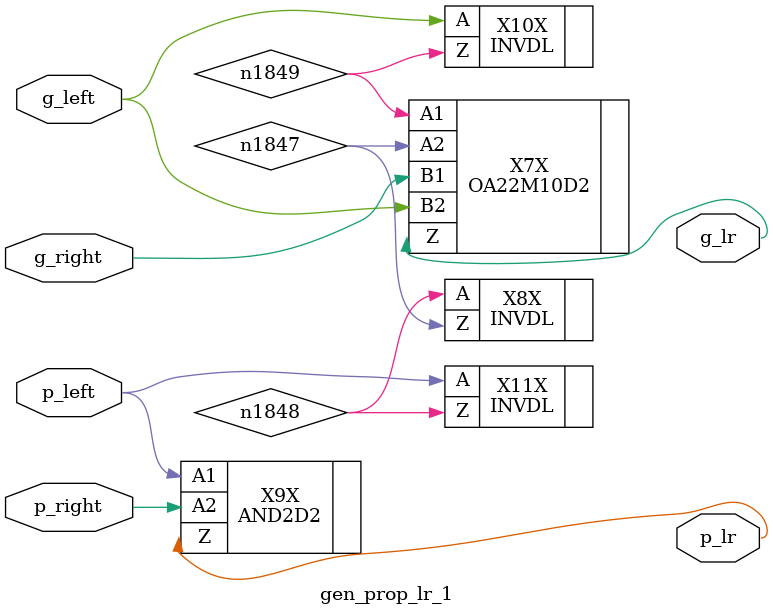
<source format=v>

module N_path ( ea, eb, fa, fb, sa, sb, clk, f_near, lzp, norm_fpsum_n1, is_r2, 
    sl, sl_eq );
input  [1:0] ea;
output [5:0] lzp;
input  [1:0] eb;
input  [0:52] fb;
output [0:52] f_near;
input  [0:52] fa;
input  sa, sb, clk;
output norm_fpsum_n1, is_r2, sl, sl_eq;
    wire \prop_c[32] , \mux_55_out[30] , \abs_fpsum[19] , \mux_55_out[29] , 
        \prop_c[18] , \carry_p_delta_01[26] , \prop_latched[40] , 
        \carry_p_delta_01[15] , \abs_fpsum[33] , \norm_fpsum[23] , \fsopa[14] , 
        \sum_n_delta_00[28] , \fao[8] , \fbo_mux[36] , \fsopa[27] , \prop[16] , 
        \sum_n_delta_00[31] , \xor55_o_delta_01[9] , \fopsum_n_latched[16] , 
        \prop[25] , \fopsum_n_latched[25] , \norm_fpsum[10] , 
        \xor55_o_delta_00[21] , \xor55_o_delta_00[38] , \fopsum_n[25] , 
        \xor55_o_delta_00[12] , \carry_p_delta_10[10] , \mux_55_out[5] , 
        \fao[11] , \fao[18] , \fao[32] , \flp[12] , \fopsum_n[16] , 
        \sum_n_delta_10[27] , \carry_p_delta_10[23] , \fopsumi[37] , 
        \xor55_o_delta_01[18] , \flp[21] , \flp[38] , \sum_n_delta_10[14] , 
        \flp[28] , \flp[31] , \gen_c[17] , \xor55_o_delta_01[32] , 
        \carry_p_delta_00[6] , \carry_p_delta_00[35] , \xor55_o_delta_10[37] , 
        \gen_c[24] , \sum_n_delta_00[6] , \sum_n_delta_01[11] , 
        \sum_n_delta_01[22] , \fopsum_n[6] , \fopsumi[14] , \fao[22] , 
        \xor55_o_delta_01[11] , \xor55_o_delta_01[22] , \sum_n_delta_10[37] , 
        \gen_c[34] , \fopsumi[27] , \sum_n_delta_01[32] , 
        \xor55_o_delta_10[14] , \gp_c_latched[44] , \sum_n_delta_00[12] , 
        \carry_p_delta_00[16] , \carry_p_delta_00[25] , \sum_n_delta_01[18] , 
        \xor55_o_delta_10[27] , \fsopa[37] , \prop[35] , 
        \fopsum_n_latched[35] , \norm_fpsum[19] , \norm_fpsum[33] , 
        \xor55_o_delta_01[0] , \sum_n_delta_00[21] , \fao[1] , \fbo[46] , 
        \prop_c[11] , \sum_n_delta_00[38] , \sum_n_delta_10[5] , 
        \mux_55_out[13] , \prop_c[22] , \gp_c[47] , \prop_latched[49] , 
        \prop_latched[50] , \abs_fpsum[23] , \carry_p_delta_10[5] , 
        \mux_55_out[20] , \mux_55_out[39] , \abs_fpsum[10] , 
        \carry_p_delta_01[36] , \fbo_mux[4] , \fopsum_n[35] , \norm_fpsum[6] , 
        \carry_p_delta_10[33] , \carry_p_delta_10[19] , \fao[36] , 
        \fbo_mux[15] , \fbo_mux[26] , \prop_latched[7] , 
        \xor55_o_delta_00[28] , \xor55_o_delta_00[31] , \gen_c[13] , 
        \sum_n_delta_01[15] , \gen_c[20] , \gp_c_latched[49] , 
        \gp_c_latched[50] , \xor55_o_delta_10[33] , \gen_c[39] , \fopsumi[33] , 
        \sum_n_delta_00[2] , \sum_n_delta_01[26] , \carry_p_delta_00[2] , 
        \xor55_o_delta_10[19] , \carry_p_delta_00[28] , \carry_p_delta_00[31] , 
        \fbo_mux[9] , \flp[16] , \flp[25] , \fopsumi[19] , 
        \xor55_o_delta_01[36] , \sum_n_delta_10[23] , \sum_n_delta_10[10] , 
        \fopsum_n[21] , \fopsum_n[38] , \carry_p_delta_10[14] , 
        \carry_p_delta_10[27] , \fbo_mux[18] , \fbo_mux[32] , \fopsum_n[12] , 
        \xor55_o_delta_00[16] , \xor55_o_delta_00[25] , \mux_55_out[1] , 
        \prop[12] , \fopsum_n_latched[12] , \sum_n_delta_10[8] , \fao[5] , 
        \fsopa[10] , \sum_n_delta_00[35] , \fsopa[23] , \prop[21] , \prop[38] , 
        \norm_fpsum[27] , \fopsum_n_latched[21] , \fopsum_n_latched[38] , 
        \norm_fpsum[14] , \carry_p_delta_01[22] , \fbo[52] , \prop_c[36] , 
        \mux_55_out[34] , \prop_latched[44] , \abs_fpsum[37] , 
        \carry_p_delta_10[8] , \carry_p_delta_01[11] , \fbo_mux[0] , 
        \fbo_mux[11] , \prop_latched[3] , \mux_55_out[8] , \fbo_mux[22] , 
        \norm_fpsum[2] , \xor55_o_delta_00[35] , \carry_p_delta_10[37] , 
        \fbo[42] , \fopsum_n[28] , \fopsum_n[31] , \gp_c[43] , \abs_fpsum[27] , 
        \carry_p_delta_01[18] , \fsopa[33] , \prop_c[15] , \mux_55_out[17] , 
        \prop_c[26] , \abs_fpsum[14] , \carry_p_delta_01[32] , 
        \mux_55_out[24] , \prop[28] , \prop[31] , \carry_p_delta_10[1] , 
        \fopsum_n_latched[28] , \fopsum_n_latched[31] , \sum_n_delta_00[16] , 
        \sum_n_delta_10[1] , \fao[7] , \fao[15] , \fsopa[19] , \gen_c[29] , 
        \norm_fpsum[37] , \sum_n_delta_00[25] , \xor55_o_delta_01[4] , 
        \carry_p_delta_00[12] , \carry_p_delta_00[21] , \carry_p_delta_00[38] , 
        \gen_c[30] , \gp_c_latched[40] , \sum_n_delta_01[36] , 
        \xor55_o_delta_10[10] , \fopsumi[10] , \xor55_o_delta_01[26] , 
        \xor55_o_delta_10[23] , \fao[17] , \fao[26] , \flp[35] , 
        \sum_n_delta_10[19] , \flp[37] , \gen_c[18] , \gen_c[32] , 
        \fopsum_n[2] , \fopsumi[23] , \xor55_o_delta_01[15] , 
        \sum_n_delta_10[33] , \sum_n_delta_00[9] , \carry_p_delta_00[9] , 
        \carry_p_delta_00[23] , \carry_p_delta_00[10] , \xor55_o_delta_10[12] , 
        \sum_n_delta_01[34] , \gp_c_latched[42] , \xor55_o_delta_10[21] , 
        \xor55_o_delta_10[38] , \fao[24] , \fopsumi[12] , \fopsumi[21] , 
        \fopsumi[38] , \xor55_o_delta_01[17] , \xor55_o_delta_01[24] , 
        \sum_n_delta_10[28] , \sum_n_delta_10[31] , \fbo_mux[2] , 
        \fbo_mux[13] , \fopsum_n[0] , \fbo_mux[20] , \prop_latched[-1] , 
        \prop_latched[1] , \xor55_o_delta_00[37] , \fbo_mux[39] , 
        \norm_fpsum[0] , \fopsum_n[19] , \fopsum_n[33] , 
        \carry_p_delta_10[35] , \fbo[40] , \prop_c[17] , \mux_55_out[15] , 
        \gp_c[41] , \fsopa[31] , \prop_c[24] , \abs_fpsum[25] , 
        \carry_p_delta_10[3] , \mux_55_out[26] , \abs_fpsum[16] , 
        \carry_p_delta_01[29] , \carry_p_delta_01[30] , \fsopa[28] , 
        \prop[33] , \fopsum_n_latched[33] , \sum_n_delta_00[14] , 
        \norm_fpsum[35] , \sum_n_delta_00[27] , \xor55_o_delta_01[6] , 
        \*Logic1* , \prop[19] , \sum_n_delta_10[3] , \fopsum_n[23] , 
        \fopsum_n_latched[19] , \carry_p_delta_10[16] , \fbo_mux[29] , 
        \fopsum_n[10] , \norm_fpsum[9] , \carry_p_delta_10[25] , 
        \xor55_o_delta_00[27] , \fbo_mux[30] , \prop_latched[8] , 
        \xor55_o_delta_00[14] , \norm_fpsum[25] , \mux_55_out[3] , 
        \sum_n_delta_00[37] , \fao[34] , \fsopa[12] , \fsopa[21] , \fsopa[38] , 
        \prop[10] , \fopsum_n_latched[10] , \prop_c[34] , \prop[23] , 
        \fopsum_n_latched[23] , \norm_fpsum[16] , \mux_55_out[36] , \fbo[49] , 
        \gp_c[48] , \carry_p_delta_01[20] , \carry_p_delta_01[39] , \gp_c[51] , 
        \fbo[50] , \flp[14] , \gen_c[11] , \gp_c_latched[52] , 
        \prop_latched[46] , \carry_p_delta_01[13] , \abs_fpsum[35] , 
        \xor55_o_delta_10[28] , \xor55_o_delta_10[31] , \gen_c[22] , 
        \sum_n_delta_00[0] , \sum_n_delta_01[17] , \sum_n_delta_01[24] , 
        \fopsum_n[9] , \carry_p_delta_00[0] , \carry_p_delta_00[19] , 
        \carry_p_delta_00[33] , \sum_n_delta_10[21] , \sum_n_delta_10[38] , 
        \flp[27] , \fopsumi[28] , \fopsumi[31] , \prop[37] , 
        \xor55_o_delta_01[34] , \sum_n_delta_10[12] , \fopsum_n_latched[37] , 
        \fsopa[35] , \sum_n_delta_00[10] , \sum_n_delta_00[23] , 
        \sum_n_delta_10[7] , \fao[3] , \fbo[44] , \gp_c[45] , 
        \prop_latched[52] , \norm_fpsum[28] , \xor55_o_delta_01[2] , 
        \norm_fpsum[31] , \abs_fpsum[21] , \abs_fpsum[38] , \fbo_mux[6] , 
        \prop_c[13] , \mux_55_out[11] , \prop_c[20] , \prop_c[39] , 
        \abs_fpsum[12] , \carry_p_delta_01[34] , \mux_55_out[22] , 
        \carry_p_delta_10[7] , \carry_p_delta_10[28] , \carry_p_delta_10[31] , 
        \norm_fpsum[4] , \fao[13] , \fbo_mux[17] , \fopsum_n[37] , 
        \prop_latched[5] , \xor55_o_delta_00[19] , \fbo_mux[24] , 
        \fopsum_n[4] , \xor55_o_delta_00[33] , \xor55_o_delta_01[20] , 
        \xor55_o_delta_01[39] , \fao[20] , \flp[33] , \fopsumi[16] , 
        \fopsumi[25] , \fao[29] , \fao[39] , \flp[19] , \xor55_o_delta_01[13] , 
        \gen_c[36] , \sum_n_delta_10[35] , \gp_c_latched[46] , 
        \sum_n_delta_01[29] , \sum_n_delta_01[30] , \xor55_o_delta_10[16] , 
        \xor55_o_delta_10[25] , \carry_p_delta_00[14] , \carry_p_delta_00[27] , 
        \fao[30] , \flp[10] , \fopsumi[35] , \flp[23] , \xor55_o_delta_01[29] , 
        \sum_n_delta_10[25] , \xor55_o_delta_01[30] , \sum_n_delta_10[16] , 
        \gen_c[15] , \gp_c_latched[-1] , \carry_p_delta_00[4] , 
        \carry_p_delta_00[37] , \sum_n_delta_01[13] , \gen_c[26] , 
        \xor55_o_delta_10[35] , \sum_n_delta_00[4] , \sum_n_delta_01[20] , 
        \sum_n_delta_01[39] , \carry_p_delta_01[24] , \fsopa[16] , 
        \prop_c[29] , \prop_c[30] , \mux_55_out[32] , \prop[14] , 
        \prop_latched[42] , \abs_fpsum[28] , \abs_fpsum[31] , 
        \fopsum_n_latched[14] , \carry_p_delta_01[17] , \mux_55_out[18] , 
        \sum_n_delta_00[33] , \prop[27] , \norm_fpsum[21] , \norm_fpsum[38] , 
        \fopsum_n_latched[27] , \norm_fpsum[12] , \fbo[6] , \fbo_mux[34] , 
        \fsopa[25] , \sum_n_delta_00[19] , \fbo_mux[48] , \flp[5] , \flp[46] , 
        \prop_c[8] , \fopsum_n[14] , \fopsum_n[27] , \xor55_o_delta_00[10] , 
        \xor55_o_delta_00[23] , \mux_55_out[7] , \carry_p_delta_10[12] , 
        \carry_p_delta_10[21] , \carry_p_delta_10[38] , \gp_c_latched[33] , 
        \lzp1_latched[3] , \xor55_o_delta_10[49] , \xor55_o_delta_10[50] , 
        \sum_n_delta_01[45] , \gen_c[5] , \gen_c[43] , \gp_c_latched[19] , 
        \fopsum_n_latched[3] , \carry_p_delta_00[52] , \xor55_o_delta_01[-2] , 
        \fopsumi[49] , \fopsumi[50] , \abs_fpsum[0] , \xor55_o_delta_00[6] , 
        \sum_n_delta_10[40] , \fopsum_n[42] , \sum_n_delta_00[-1] , \gp_c[5] , 
        \carry_p_delta_01[9] , \carry_p_delta_10[44] , \fopsumi[4] , 
        \xor55_o_delta_00[46] , \fbo_mux[51] , \fsopa[40] , \prop[42] , 
        \fopsum_n_latched[42] , \norm_fpsum[44] , \sum_n_delta_01[9] , 
        \prop_latched[14] , \carry_p_delta_01[41] , \fbo[21] , \fbo[28] , 
        \gp_c[29] , \prop_latched[27] , \gp_c[30] , \fbo[31] , \fbo_mux[41] , 
        \sum_n_delta_01[0] , \xor55_o_delta_10[5] , \fopsum_n[52] , 
        \carry_p_delta_01[0] , \prop_latched[37] , \abs_fpsum[44] , \fbo[38] , 
        \prop[4] , \gp_c[20] , \gp_c[39] , \xor55_o_delta_00[-1] , 
        \carry_p_delta_01[48] , \carry_p_delta_01[51] , \fbo[12] , \gp_c[13] , 
        \fsopa[49] , \fsopa[50] , \prop_c[45] , \prop[52] , 
        \fopsum_n_latched[52] , \mux_55_out[47] , \sum_n_delta_00[46] , 
        \fsopa[7] , \flp[-1] , \prop_c[1] , \gp_c_latched[7] , \lzp2[4] , 
        \carry_p_delta_00[42] , \gp_c_latched[10] , \gp_c_latched[23] , 
        \xor55_o_delta_10[40] , \xor55_o_delta_01[45] , \fao[45] , 
        \prop_c[48] , \prop_c[51] , \fopsumi[40] , \abs_fpsum[9] , 
        \sum_n_delta_10[49] , \sum_n_delta_10[50] , \lzp2_latched[3] , 
        \carry_p_delta_01[45] , \fbo[35] , \prop[9] , \prop_latched[10] , 
        \gp_c[34] , \prop_latched[23] , \abs_fpsum[49] , \abs_fpsum[50] , 
        \sum_n_delta_00[52] , \fao[48] , \fbo[2] , \fsopa[44] , 
        \norm_fpsum[40] , \prop[46] , \fopsum_n_latched[46] , \flp[1] , 
        \fopsum_n[46] , \fopsumi[0] , \xor55_o_delta_00[42] , 
        \xor55_o_delta_10[8] , \gp_c[1] , \carry_p_delta_10[40] , 
        \abs_fpsum[4] , \xor55_o_delta_00[2] , \sum_n_delta_10[44] , \fao[51] , 
        \flp[42] , \xor55_o_delta_01[48] , \delta[1] , \gen_c[1] , 
        \carry_p_delta_00[-1] , \xor55_o_delta_01[51] , \gen_c[8] , 
        \gen_c[47] , \gp_c_latched[37] , \fopsum_n_latched[7] , 
        \sum_n_delta_01[41] , \fao[41] , \xor55_o_delta_01[41] , \fsopa[3] , 
        \prop_c[5] , \gp_c_latched[14] , \fopsumi[44] , \sum_n_delta_01[48] , 
        \sum_n_delta_01[51] , \gp_c_latched[27] , \xor55_o_delta_10[44] , 
        \gp_c_latched[3] , \lzp1[3] , \lzp2[0] , \carry_p_delta_00[46] , 
        \sum_n_delta_00[42] , \fbo[25] , \fopsum_n[-1] , \norm_fpsum[49] , 
        \norm_fpsum[50] , \gp_c[24] , \prop_latched[33] , \abs_fpsum[40] , 
        \fbo[16] , \prop_c[41] , \mux_55_out[43] , \gp_c[17] , \fbo_mux[45] , 
        \flp[8] , \prop[-1] , \prop[0] , \prop_latched[19] , \gp_c[8] , 
        \carry_p_delta_10[50] , \carry_p_delta_10[49] , \fopsum_n_latched[-1] , 
        \carry_p_delta_01[4] , \sum_n_delta_01[4] , \xor55_o_delta_10[1] , 
        \fopsumi[9] , \norm_fpsum[52] , \xor55_o_delta_00[52] , 
        \carry_p_delta_01[-2] , \fbo[27] , \prop_latched[28] , 
        \prop_latched[31] , \abs_fpsum[42] , \sum_n_delta_00[40] , \prop[2] , 
        \gp_c[26] , \fbo[9] , \fbo[14] , \gp_c[15] , \fsopa[-1] , \prop_c[43] , 
        \mux_55_out[41] , \carry_p_delta_01[6] , \xor55_o_delta_00[49] , 
        \xor55_o_delta_00[50] , \sum_n_delta_01[6] , \xor55_o_delta_10[3] , 
        \fbo_mux[47] , \gen_c[-2] , \xor55_o_delta_01[43] , \flp[49] , 
        \flp[50] , \fao[43] , \fopsumi[46] , \fsopa[1] , \prop_c[7] , 
        \xor55_o_delta_00[9] , \gp_c_latched[16] , \gp_c_latched[1] , 
        \gp_c_latched[25] , \lzp1[1] , \xor55_o_delta_10[46] , \lzp2[2] , 
        \carry_p_delta_00[44] , \abs_fpsum[6] , \xor55_o_delta_00[0] , 
        \sum_n_delta_10[-1] , \sum_n_delta_10[46] , \fsopa[8] , \flp[40] , 
        \gen_c[3] , \xor55_o_delta_10[-1] , \gp_c_latched[8] , 
        \fopsum_n_latched[5] , \fopsumi[-1] , \gen_c[45] , \gp_c_latched[35] , 
        \lzp1_latched[5] , \sum_n_delta_01[43] , \prop_latched[12] , 
        \lzp2_latched[1] , \carry_p_delta_01[47] , \mux_55_out[48] , 
        \mux_55_out[51] , \fbo[37] , \gp_c[36] , \prop_latched[21] , 
        \prop_latched[38] , \abs_fpsum[52] , \norm_fpsum[42] , 
        \sum_n_delta_00[49] , \fbo[0] , \fsopa[46] , \prop[44] , 
        \fopsum_n_latched[44] , \sum_n_delta_00[50] , \fopsumi[2] , 
        \xor55_o_delta_00[40] , \fsopa[5] , \flp[3] , \fopsum_n[44] , 
        \prop_c[3] , \gen_c[48] , \gp_c[3] , \gp_c_latched[5] , 
        \carry_p_delta_10[42] , \gp_c_latched[12] , \fopsum_n_latched[8] , 
        \lzp1[5] , \carry_p_delta_00[40] , \gen_c[51] , \gp_c_latched[21] , 
        \gp_c_latched[38] , \xor55_o_delta_10[42] , \fao[47] , \fopsumi[42] , 
        \xor55_o_delta_01[47] , \sum_n_delta_10[52] , \fbo[10] , \fbo[23] , 
        \fbo_mux[43] , \sum_n_delta_01[2] , \xor55_o_delta_10[7] , 
        \fopsum_n[49] , \fopsum_n[50] , \carry_p_delta_01[2] , \gp_c[22] , 
        \prop_c[47] , \prop_latched[35] , \abs_fpsum[46] , \mux_55_out[45] , 
        \gp_c[11] , \fsopa[52] , \prop[6] , \prop[49] , \prop[50] , 
        \carry_p_delta_10[-1] , \fopsum_n_latched[49] , \fopsum_n_latched[50] , 
        \fbo[4] , \flp[7] , \fopsum_n[40] , \sum_n_delta_00[44] , \gp_c[7] , 
        \carry_p_delta_10[46] , \fbo[19] , \fsopa[42] , \fopsumi[6] , 
        \mux_55_out[-2] , \xor55_o_delta_00[44] , \norm_fpsum[46] , \prop[40] , 
        \gp_c[18] , \fopsum_n_latched[40] , \lzp2_latched[5] , 
        \carry_p_delta_01[43] , \fbo[33] , \prop_latched[16] , \gp_c[32] , 
        \prop_latched[25] , \fsopa[4] , \flp[44] , \gen_c[7] , \gen_c[41] , 
        \gp_c_latched[28] , \gp_c_latched[31] , \lzp1_latched[1] , 
        \xor55_o_delta_10[52] , \fopsum_n_latched[1] , \sum_n_delta_01[47] , 
        \carry_p_delta_00[49] , \carry_p_delta_00[50] , \fopsumi[52] , 
        \abs_fpsum[2] , \xor55_o_delta_00[4] , \sum_n_delta_10[42] , 
        \prop_c[2] , \gen_c[49] , \gen_c[50] , \gp_c_latched[13] , 
        \gp_c_latched[20] , \gp_c_latched[39] , \xor55_o_delta_10[43] , 
        \gp_c_latched[4] , \lzp1[4] , \fopsum_n_latched[9] , 
        \carry_p_delta_00[41] , \sum_n_delta_01[-1] , \xor55_o_delta_01[46] , 
        \fao[46] , \fopsumi[43] , \fbo_mux[42] , \fopsum_n[48] , 
        \carry_p_delta_01[3] , \fopsum_n[51] , \sum_n_delta_01[3] , 
        \xor55_o_delta_10[6] , \prop[48] , \prop[51] , \fopsum_n_latched[48] , 
        \fopsum_n_latched[51] , \fbo[22] , \prop_latched[34] , \abs_fpsum[47] , 
        \sum_n_delta_00[45] , \gp_c[23] , \fbo[5] , \fbo[11] , \prop_c[46] , 
        \prop[7] , \xor55_o_delta_00[-2] , \mux_55_out[44] , \gp_c[10] , 
        \fbo_mux[52] , \prop_c[-1] , \fopsumi[7] , \flp[6] , \fopsum_n[41] , 
        \xor55_o_delta_00[45] , \gp_c[6] , \carry_p_delta_10[47] , \fbo[18] , 
        \prop_latched[17] , \carry_p_delta_01[42] , \lzp2_latched[4] , 
        \gp_c[19] , \prop_latched[24] , \fbo[15] , \fbo[26] , \fbo[32] , 
        \gp_c[33] , \fsopa[43] , \prop[41] , \norm_fpsum[47] , 
        \fopsum_n_latched[41] , \flp[45] , \gen_c[40] , \gp_c_latched[29] , 
        \gp_c_latched[30] , \fopsum_n_latched[0] , \carry_p_delta_00[48] , 
        \carry_p_delta_00[51] , \xor55_o_delta_01[-1] , \lzp1_latched[0] , 
        \abs_fpsum[3] , \xor55_o_delta_00[5] , \sum_n_delta_01[46] , 
        \sum_n_delta_10[43] , \gen_c[6] , \gp_c[27] , \prop_latched[29] , 
        \prop_latched[30] , \abs_fpsum[43] , \prop_c[42] , \gp_c[14] , 
        \mux_55_out[40] , \prop[3] , \fbo[8] , \fbo_mux[46] , \fopsum_n[-2] , 
        \sum_n_delta_00[41] , \xor55_o_delta_00[48] , \sum_n_delta_01[7] , 
        \xor55_o_delta_10[2] , \xor55_o_delta_00[51] , \prop[-2] , 
        \carry_p_delta_01[-1] , \carry_p_delta_01[7] , \fao[42] , \flp[48] , 
        \flp[51] , \fopsumi[47] , \xor55_o_delta_00[8] , 
        \xor55_o_delta_01[42] , \fao[52] , \fsopa[0] , \prop_c[6] , 
        \gp_c_latched[0] , \lzp2[3] , \carry_p_delta_00[45] , 
        \gp_c_latched[17] , \lzp1[0] , \sum_n_delta_01[52] , \gen_c[2] , 
        \gp_c_latched[24] , \xor55_o_delta_10[47] , \abs_fpsum[7] , 
        \sum_n_delta_10[47] , \xor55_o_delta_00[1] , \flp[41] , \fsopa[9] , 
        \lzp1_latched[4] , \carry_p_delta_00[-2] , \xor55_o_delta_01[52] , 
        \gen_c[44] , \gp_c_latched[34] , \sum_n_delta_01[42] , 
        \gp_c_latched[9] , \fopsum_n_latched[4] , \norm_fpsum[43] , 
        \sum_n_delta_00[51] , \fao[49] , \fao[50] , \fsopa[47] , 
        \sum_n_delta_00[48] , \prop_c[52] , \prop[45] , \fopsum_n_latched[45] , 
        \mux_55_out[49] , \mux_55_out[50] , \prop_latched[13] , 
        \lzp2_latched[0] , \carry_p_delta_01[46] , \fbo[36] , \fbo_mux[-1] , 
        \gp_c[37] , \fbo[1] , \flp[2] , \fopsum_n[45] , \prop_latched[20] , 
        \prop_latched[39] , \gp_c[2] , \carry_p_delta_10[43] , 
        \xor55_o_delta_00[41] , \fsopa[45] , \prop[47] , \fopsumi[3] , 
        \norm_fpsum[41] , \fopsum_n_latched[47] , \prop_c[49] , \prop[8] , 
        \prop_latched[11] , \carry_p_delta_01[44] , \lzp2_latched[2] , 
        \prop_c[50] , \mux_55_out[52] , \prop_latched[22] , \abs_fpsum[48] , 
        \abs_fpsum[51] , \fbo[3] , \fbo[34] , \gp_c[35] , \flp[0] , 
        \fopsum_n[47] , \gp_c[0] , \carry_p_delta_10[41] , \fopsumi[1] , 
        \gen_c[0] , \xor55_o_delta_00[43] , \xor55_o_delta_10[-2] , 
        \xor55_o_delta_10[9] , \abs_fpsum[5] , \xor55_o_delta_00[3] , 
        \sum_n_delta_10[45] , \flp[43] , \xor55_o_delta_01[49] , 
        \xor55_o_delta_01[50] , \gen_c[46] , \gp_c_latched[36] , 
        \fopsum_n_latched[6] , \sum_n_delta_01[40] , \xor55_o_delta_01[40] , 
        \fao[40] , \delta[0] , \gen_c[-1] , \fopsumi[45] , \gen_c[9] , 
        \fsopa[2] , \prop_c[4] , \gp_c_latched[2] , \lzp1[2] , \lzp2[1] , 
        \carry_p_delta_00[47] , \gp_c_latched[15] , \sum_n_delta_01[49] , 
        \sum_n_delta_01[50] , \gp_c_latched[26] , \xor55_o_delta_10[45] , 
        \prop_latched[32] , \abs_fpsum[41] , \fbo[24] , \gp_c[25] , \fbo[17] , 
        \prop_c[40] , \prop[1] , \prop_latched[18] , \mux_55_out[42] , 
        \gp_c[16] , \sum_n_delta_00[43] , \fbo[7] , \fbo_mux[44] , 
        \norm_fpsum[48] , \norm_fpsum[51] , \sum_n_delta_01[5] , 
        \xor55_o_delta_10[0] , \flp[9] , \fopsumi[8] , \carry_p_delta_01[5] , 
        \flp[47] , \prop_c[9] , \gp_c[9] , \carry_p_delta_10[48] , 
        \carry_p_delta_10[51] , \gp_c_latched[18] , \gp_c_latched[32] , 
        \fopsum_n_latched[2] , \lzp1_latched[2] , \xor55_o_delta_10[51] , 
        \xor55_o_delta_10[48] , \gen_c[42] , \sum_n_delta_01[44] , 
        \fopsumi[48] , \abs_fpsum[1] , \sum_n_delta_10[41] , 
        \xor55_o_delta_00[7] , \fopsumi[51] , \gen_c[4] , 
        \xor55_o_delta_00[47] , \fbo_mux[49] , \fbo_mux[50] , \fopsumi[5] , 
        \flp[4] , \fopsum_n[43] , \sum_n_delta_01[8] , \mux_55_out[-1] , 
        \gp_c[4] , \carry_p_delta_10[45] , \prop_latched[15] , 
        \carry_p_delta_01[8] , \carry_p_delta_01[40] , \fbo[29] , \fbo[30] , 
        \gp_c[28] , \gp_c[31] , \fbo_mux[40] , \fsopa[41] , \prop_latched[26] , 
        \norm_fpsum[45] , \prop[43] , \fopsum_n_latched[43] , 
        \carry_p_delta_01[1] , \sum_n_delta_01[1] , \xor55_o_delta_10[4] , 
        \fsopa[48] , \fsopa[51] , \sum_n_delta_00[47] , \carry_p_delta_10[-2] , 
        \fbo[13] , \fbo[20] , \fbo[39] , \gp_c[21] , \gp_c[38] , 
        \prop_latched[36] , \abs_fpsum[45] , \prop_c[44] , \gp_c[12] , 
        \mux_55_out[46] , \prop[5] , \fsopa[6] , \prop_c[0] , 
        \gp_c_latched[11] , \carry_p_delta_01[49] , \carry_p_delta_01[50] , 
        \gen_c[52] , \gp_c_latched[6] , \gp_c_latched[22] , 
        \xor55_o_delta_10[41] , \lzp2[5] , \carry_p_delta_00[43] , \fao[44] , 
        \xor55_o_delta_01[44] , \abs_fpsum[8] , \sum_n_delta_10[48] , 
        \sum_n_delta_10[51] , \fbo[45] , \fopsumi[41] , \prop_c[12] , 
        \gp_c[44] , \prop_c[21] , \abs_fpsum[20] , \mux_55_out[10] , 
        \abs_fpsum[39] , \prop_c[38] , \mux_55_out[23] , 
        \carry_p_delta_01[35] , \carry_p_delta_10[6] , \fsopa[34] , 
        \abs_fpsum[13] , \prop[36] , \sum_n_delta_00[11] , 
        \fopsum_n_latched[36] , \sum_n_delta_00[22] , \xor55_o_delta_01[3] , 
        \fao[2] , \fbo_mux[7] , \fbo_mux[16] , \norm_fpsum[29] , 
        \norm_fpsum[30] , \xor55_o_delta_00[18] , \sum_n_delta_10[6] , 
        \fbo_mux[25] , \prop_latched[4] , \norm_fpsum[5] , 
        \xor55_o_delta_00[32] , \carry_p_delta_10[29] , \carry_p_delta_10[30] , 
        \fopsum_n[36] , \fao[12] , \flp[32] , \xor55_o_delta_01[21] , 
        \xor55_o_delta_01[38] , \fao[21] , \fao[38] , \flp[18] , \fopsumi[17] , 
        \sum_n_delta_10[34] , \fopsumi[24] , \fao[28] , \fao[31] , \flp[11] , 
        \gen_c[37] , \fopsum_n[5] , \xor55_o_delta_01[12] , 
        \carry_p_delta_00[15] , \carry_p_delta_00[26] , \xor55_o_delta_10[17] , 
        \gp_c_latched[47] , \sum_n_delta_01[28] , \sum_n_delta_01[31] , 
        \xor55_o_delta_10[24] , \sum_n_delta_10[24] , \fopsumi[34] , \flp[22] , 
        \sum_n_delta_10[17] , \gen_c[14] , \sum_n_delta_01[12] , 
        \xor55_o_delta_01[28] , \xor55_o_delta_01[31] , \xor55_o_delta_10[34] , 
        \gen_c[27] , \sum_n_delta_00[5] , \sum_n_delta_00[32] , 
        \carry_p_delta_00[5] , \carry_p_delta_00[36] , \sum_n_delta_01[21] , 
        \sum_n_delta_01[38] , \fsopa[17] , \prop[15] , \fopsum_n_latched[15] , 
        \norm_fpsum[20] , \norm_fpsum[39] , \norm_fpsum[13] , \fao[6] , 
        \fao[16] , \fsopa[24] , \sum_n_delta_00[18] , \prop_c[28] , \prop[26] , 
        \fopsum_n_latched[26] , \prop_c[31] , \mux_55_out[33] , \fbo_mux[35] , 
        \fopsum_n[15] , \fopsum_n[26] , \prop_latched[43] , 
        \carry_p_delta_01[25] , \mux_55_out[19] , \abs_fpsum[29] , 
        \abs_fpsum[30] , \carry_p_delta_01[16] , \carry_p_delta_10[13] , 
        \carry_p_delta_10[20] , \carry_p_delta_10[39] , \gen_c[19] , 
        \gen_c[33] , \xor55_o_delta_00[11] , \xor55_o_delta_00[22] , 
        \sum_n_delta_01[35] , \mux_55_out[6] , \sum_n_delta_00[8] , 
        \xor55_o_delta_10[13] , \fopsum_n[1] , \gp_c_latched[43] , 
        \xor55_o_delta_10[20] , \xor55_o_delta_10[39] , \carry_p_delta_00[8] , 
        \carry_p_delta_00[11] , \carry_p_delta_00[22] , \fao[25] , \flp[36] , 
        \fopsumi[13] , \xor55_o_delta_01[25] , \fopsumi[20] , 
        \xor55_o_delta_01[16] , \fbo_mux[3] , \fopsum_n[18] , \fopsumi[39] , 
        \sum_n_delta_10[29] , \sum_n_delta_10[30] , \norm_fpsum[1] , 
        \carry_p_delta_10[34] , \fbo_mux[12] , \fopsum_n[32] , 
        \prop_latched[0] , \fbo_mux[21] , \fbo_mux[38] , 
        \xor55_o_delta_00[36] , \prop[32] , \fopsum_n_latched[32] , 
        \fsopa[29] , \fsopa[30] , \sum_n_delta_00[15] , \prop[18] , 
        \fopsum_n_latched[18] , \sum_n_delta_10[2] , \norm_fpsum[34] , 
        \sum_n_delta_00[26] , \fbo[41] , \prop_c[16] , \abs_fpsum[24] , 
        \xor55_o_delta_01[7] , \gp_c[40] , \mux_55_out[14] , \fbo_mux[28] , 
        \fbo_mux[31] , \prop_c[25] , \abs_fpsum[17] , \carry_p_delta_01[28] , 
        \carry_p_delta_01[31] , \carry_p_delta_10[2] , \xor55_o_delta_00[26] , 
        \mux_55_out[27] , \*Logic0* , \prop_latched[9] , \mux_55_out[2] , 
        \xor55_o_delta_00[15] , \fopsum_n[11] , \fopsum_n[22] , 
        \carry_p_delta_10[17] , \norm_fpsum[8] , \carry_p_delta_01[21] , 
        \carry_p_delta_10[24] , \carry_p_delta_01[38] , \fbo[48] , \fbo[51] , 
        \prop_c[35] , \prop_latched[47] , \abs_fpsum[34] , 
        \carry_p_delta_01[12] , \mux_55_out[37] , \fsopa[13] , \prop[11] , 
        \gp_c[49] , \gp_c[50] , \fopsum_n_latched[11] , \norm_fpsum[24] , 
        \sum_n_delta_00[36] , \fao[35] , \fsopa[20] , \prop[22] , 
        \fopsum_n_latched[22] , \fsopa[39] , \gen_c[10] , \norm_fpsum[17] , 
        \carry_p_delta_00[1] , \carry_p_delta_00[18] , \carry_p_delta_00[32] , 
        \gen_c[23] , \sum_n_delta_01[16] , \sum_n_delta_01[25] , 
        \xor55_o_delta_10[29] , \xor55_o_delta_10[30] , \fopsumi[29] , 
        \sum_n_delta_00[1] , \fao[37] , \flp[15] , \fopsumi[30] , 
        \sum_n_delta_10[20] , \sum_n_delta_10[39] , \flp[17] , \flp[26] , 
        \xor55_o_delta_01[35] , \gen_c[12] , \fopsum_n[8] , 
        \sum_n_delta_10[13] , \gp_c_latched[48] , \gp_c_latched[51] , 
        \carry_p_delta_00[3] , \carry_p_delta_00[29] , \carry_p_delta_00[30] , 
        \xor55_o_delta_10[32] , \sum_n_delta_01[14] , \gen_c[21] , \gen_c[38] , 
        \sum_n_delta_00[3] , \xor55_o_delta_10[18] , \sum_n_delta_01[27] , 
        \fopsumi[32] , \sum_n_delta_10[22] , \fbo_mux[8] , \fbo_mux[19] , 
        \fbo_mux[33] , \flp[24] , \sum_n_delta_10[11] , \fopsumi[18] , 
        \xor55_o_delta_01[37] , \xor55_o_delta_00[17] , \xor55_o_delta_00[24] , 
        \fopsum_n[13] , \fopsum_n[20] , \mux_55_out[0] , \fopsum_n[39] , 
        \carry_p_delta_10[15] , \carry_p_delta_10[26] , \prop_c[37] , 
        \carry_p_delta_10[9] , \mux_55_out[35] , \fsopa[11] , \gp_c[52] , 
        \carry_p_delta_01[23] , \prop_latched[45] , \abs_fpsum[36] , 
        \carry_p_delta_01[10] , \fao[4] , \fbo_mux[1] , \fsopa[22] , 
        \prop[13] , \fopsum_n_latched[13] , \norm_fpsum[26] , 
        \sum_n_delta_00[34] , \norm_fpsum[15] , \sum_n_delta_10[9] , 
        \prop[20] , \prop[39] , \fopsum_n_latched[20] , \fopsum_n_latched[39] , 
        \carry_p_delta_10[36] , \fopsum_n[29] , \norm_fpsum[3] , 
        \fopsum_n[30] , \fbo_mux[10] , \fbo_mux[23] , \prop_latched[2] , 
        \mux_55_out[9] , \sum_n_delta_00[17] , \xor55_o_delta_00[34] , 
        \fsopa[32] , \prop[29] , \prop[30] , \fopsum_n_latched[29] , 
        \fopsum_n_latched[30] , \xor55_o_delta_01[5] , \fao[14] , \fbo[43] , 
        \fsopa[18] , \norm_fpsum[36] , \sum_n_delta_00[24] , 
        \sum_n_delta_10[0] , \flp[34] , \prop_c[14] , \gp_c[42] , \prop_c[27] , 
        \abs_fpsum[26] , \mux_55_out[16] , n3424, \carry_p_delta_01[19] , 
        \gen_c[28] , \gen_c[31] , \abs_fpsum[15] , \carry_p_delta_01[33] , 
        \carry_p_delta_10[0] , \mux_55_out[25] , \xor55_o_delta_10[11] , 
        \fopsum_n[3] , \gp_c_latched[41] , \sum_n_delta_01[37] , 
        \carry_p_delta_00[13] , \carry_p_delta_00[20] , \carry_p_delta_00[39] , 
        \xor55_o_delta_10[22] , \sum_n_delta_10[18] , \fopsumi[11] , 
        \xor55_o_delta_01[27] , \fao[27] , \sum_n_delta_10[32] , \prop[17] , 
        \fopsumi[22] , \xor55_o_delta_01[14] , \fopsum_n_latched[17] , 
        \norm_fpsum[22] , \xor55_o_delta_01[8] , \sum_n_delta_00[30] , 
        \fao[9] , \fsopa[15] , \sum_n_delta_00[29] , \fsopa[26] , \prop[24] , 
        \fopsum_n_latched[24] , \abs_fpsum[18] , \norm_fpsum[11] , 
        \carry_p_delta_01[27] , \prop_c[19] , \prop_c[33] , \mux_55_out[28] , 
        \prop_latched[41] , \abs_fpsum[32] , \carry_p_delta_01[14] , 
        \mux_55_out[31] , \fao[10] , \fao[19] , \fao[33] , \fbo_mux[37] , 
        \fopsum_n[17] , \fopsum_n[24] , \carry_p_delta_10[11] , 
        \xor55_o_delta_00[20] , \carry_p_delta_10[22] , \xor55_o_delta_00[39] , 
        \gp_c[-1] , \mux_55_out[4] , \fopsumi[36] , \xor55_o_delta_00[13] , 
        \xor55_o_delta_01[19] , \flp[13] , \sum_n_delta_10[26] , \flp[20] , 
        \xor55_o_delta_01[33] , \flp[39] , \gen_c[16] , \sum_n_delta_10[15] , 
        \gen_c[25] , \sum_n_delta_01[10] , \sum_n_delta_01[23] , 
        \xor55_o_delta_10[36] , \fopsumi[15] , \sum_n_delta_00[7] , 
        \carry_p_delta_00[7] , \carry_p_delta_00[34] , \fao[23] , \flp[29] , 
        \xor55_o_delta_01[23] , \flp[30] , \xor55_o_delta_01[10] , \fbo[47] , 
        \prop_c[10] , \gen_c[35] , \fopsum_n[7] , \fopsumi[26] , 
        \sum_n_delta_10[36] , \carry_p_delta_00[17] , \carry_p_delta_00[24] , 
        \sum_n_delta_01[33] , \gp_c_latched[45] , \sum_n_delta_01[19] , 
        \xor55_o_delta_10[15] , \prop_latched[48] , \xor55_o_delta_10[26] , 
        \prop_latched[51] , \abs_fpsum[22] , \gp_c[46] , \mux_55_out[12] , 
        \abs_fpsum[11] , \fsopa[36] , \prop_c[23] , \carry_p_delta_01[37] , 
        \carry_p_delta_10[4] , \prop[34] , \fopsum_n_latched[34] , 
        \mux_55_out[21] , \mux_55_out[38] , \sum_n_delta_00[13] , 
        \norm_fpsum[18] , \norm_fpsum[32] , \sum_n_delta_10[4] , 
        \sum_n_delta_00[39] , \fao[0] , \fbo_mux[5] , \fbo_mux[14] , 
        \prop_latched[6] , \sum_n_delta_00[20] , \xor55_o_delta_01[1] , 
        \fbo_mux[27] , \xor55_o_delta_00[29] , \xor55_o_delta_00[30] , 
        \norm_fpsum[7] , \carry_p_delta_10[32] , \fopsum_n[34] , 
        \carry_p_delta_10[18] , n2979, n2981, n2983, n2985, n2986, n2987, 
        n2988, n2990, n2992, n2993, n3000, n3008, n3012, n3013, n3017, n3020, 
        n3023, n3028, n3031, n3032, n3087, n3407, n3408, n3409, n3410, n3411, 
        n3412, n3413, n3414, n3415, n3416, n3417, n3418, n3419, n3420, n3421, 
        n3422;
    wire SYNOPSYS_UNCONNECTED_1 , SYNOPSYS_UNCONNECTED_2 , 
	SYNOPSYS_UNCONNECTED_3 , SYNOPSYS_UNCONNECTED_4 , SYNOPSYS_UNCONNECTED_5 , 
	SYNOPSYS_UNCONNECTED_6 ;
    inv_53_1 fa_inv ( .inp(fa), .inp_n({\fao[0] , \fao[1] , \fao[2] , \fao[3] , 
        \fao[4] , \fao[5] , \fao[6] , \fao[7] , \fao[8] , \fao[9] , \fao[10] , 
        \fao[11] , \fao[12] , \fao[13] , \fao[14] , \fao[15] , \fao[16] , 
        \fao[17] , \fao[18] , \fao[19] , \fao[20] , \fao[21] , \fao[22] , 
        \fao[23] , \fao[24] , \fao[25] , \fao[26] , \fao[27] , \fao[28] , 
        \fao[29] , \fao[30] , \fao[31] , \fao[32] , \fao[33] , \fao[34] , 
        \fao[35] , \fao[36] , \fao[37] , \fao[38] , \fao[39] , \fao[40] , 
        \fao[41] , \fao[42] , \fao[43] , \fao[44] , \fao[45] , \fao[46] , 
        \fao[47] , \fao[48] , \fao[49] , \fao[50] , \fao[51] , \fao[52] }) );
    pn_recode_2 pn_recode_delta_01 ( .pos({fa[0], fa[1], fa[2], fa[3], fa[4], 
        fa[5], fa[6], fa[7], fa[8], fa[9], fa[10], fa[11], fa[12], fa[13], 
        fa[14], fa[15], fa[16], fa[17], fa[18], fa[19], fa[20], fa[21], fa[22], 
        fa[23], fa[24], fa[25], fa[26], fa[27], fa[28], fa[29], fa[30], fa[31], 
        fa[32], fa[33], fa[34], fa[35], fa[36], fa[37], fa[38], fa[39], fa[40], 
        fa[41], fa[42], fa[43], fa[44], fa[45], fa[46], fa[47], fa[48], fa[49], 
        fa[50], fa[51], fa[52], \*Logic0* }), .neg({\*Logic1* , \fbo[0] , 
        \fbo[1] , \fbo[2] , \fbo[3] , \fbo[4] , \fbo[5] , \fbo[6] , \fbo[7] , 
        \fbo[8] , \fbo[9] , \fbo[10] , \fbo[11] , \fbo[12] , \fbo[13] , 
        \fbo[14] , \fbo[15] , \fbo[16] , \fbo[17] , \fbo[18] , \fbo[19] , 
        \fbo[20] , \fbo[21] , \fbo[22] , \fbo[23] , \fbo[24] , \fbo[25] , 
        \fbo[26] , \fbo[27] , \fbo[28] , \fbo[29] , \fbo[30] , \fbo[31] , 
        \fbo[32] , \fbo[33] , \fbo[34] , \fbo[35] , \fbo[36] , \fbo[37] , 
        \fbo[38] , \fbo[39] , \fbo[40] , \fbo[41] , \fbo[42] , \fbo[43] , 
        \fbo[44] , \fbo[45] , \fbo[46] , \fbo[47] , \fbo[48] , \fbo[49] , 
        \fbo[50] , \fbo[51] , \fbo[52] }), .sum_n({SYNOPSYS_UNCONNECTED_1, 
        \sum_n_delta_01[-1] , \sum_n_delta_01[0] , \sum_n_delta_01[1] , 
        \sum_n_delta_01[2] , \sum_n_delta_01[3] , \sum_n_delta_01[4] , 
        \sum_n_delta_01[5] , \sum_n_delta_01[6] , \sum_n_delta_01[7] , 
        \sum_n_delta_01[8] , \sum_n_delta_01[9] , \sum_n_delta_01[10] , 
        \sum_n_delta_01[11] , \sum_n_delta_01[12] , \sum_n_delta_01[13] , 
        \sum_n_delta_01[14] , \sum_n_delta_01[15] , \sum_n_delta_01[16] , 
        \sum_n_delta_01[17] , \sum_n_delta_01[18] , \sum_n_delta_01[19] , 
        \sum_n_delta_01[20] , \sum_n_delta_01[21] , \sum_n_delta_01[22] , 
        \sum_n_delta_01[23] , \sum_n_delta_01[24] , \sum_n_delta_01[25] , 
        \sum_n_delta_01[26] , \sum_n_delta_01[27] , \sum_n_delta_01[28] , 
        \sum_n_delta_01[29] , \sum_n_delta_01[30] , \sum_n_delta_01[31] , 
        \sum_n_delta_01[32] , \sum_n_delta_01[33] , \sum_n_delta_01[34] , 
        \sum_n_delta_01[35] , \sum_n_delta_01[36] , \sum_n_delta_01[37] , 
        \sum_n_delta_01[38] , \sum_n_delta_01[39] , \sum_n_delta_01[40] , 
        \sum_n_delta_01[41] , \sum_n_delta_01[42] , \sum_n_delta_01[43] , 
        \sum_n_delta_01[44] , \sum_n_delta_01[45] , \sum_n_delta_01[46] , 
        \sum_n_delta_01[47] , \sum_n_delta_01[48] , \sum_n_delta_01[49] , 
        \sum_n_delta_01[50] , \sum_n_delta_01[51] , \sum_n_delta_01[52] }), 
        .carry_p({\carry_p_delta_01[-2] , \carry_p_delta_01[-1] , 
        \carry_p_delta_01[0] , \carry_p_delta_01[1] , \carry_p_delta_01[2] , 
        \carry_p_delta_01[3] , \carry_p_delta_01[4] , \carry_p_delta_01[5] , 
        \carry_p_delta_01[6] , \carry_p_delta_01[7] , \carry_p_delta_01[8] , 
        \carry_p_delta_01[9] , \carry_p_delta_01[10] , \carry_p_delta_01[11] , 
        \carry_p_delta_01[12] , \carry_p_delta_01[13] , \carry_p_delta_01[14] , 
        \carry_p_delta_01[15] , \carry_p_delta_01[16] , \carry_p_delta_01[17] , 
        \carry_p_delta_01[18] , \carry_p_delta_01[19] , \carry_p_delta_01[20] , 
        \carry_p_delta_01[21] , \carry_p_delta_01[22] , \carry_p_delta_01[23] , 
        \carry_p_delta_01[24] , \carry_p_delta_01[25] , \carry_p_delta_01[26] , 
        \carry_p_delta_01[27] , \carry_p_delta_01[28] , \carry_p_delta_01[29] , 
        \carry_p_delta_01[30] , \carry_p_delta_01[31] , \carry_p_delta_01[32] , 
        \carry_p_delta_01[33] , \carry_p_delta_01[34] , \carry_p_delta_01[35] , 
        \carry_p_delta_01[36] , \carry_p_delta_01[37] , \carry_p_delta_01[38] , 
        \carry_p_delta_01[39] , \carry_p_delta_01[40] , \carry_p_delta_01[41] , 
        \carry_p_delta_01[42] , \carry_p_delta_01[43] , \carry_p_delta_01[44] , 
        \carry_p_delta_01[45] , \carry_p_delta_01[46] , \carry_p_delta_01[47] , 
        \carry_p_delta_01[48] , \carry_p_delta_01[49] , \carry_p_delta_01[50] , 
        \carry_p_delta_01[51] , SYNOPSYS_UNCONNECTED_2}) );
    or_54 or_54 ( .in1({\gen_c[-1] , \gen_c[0] , \gen_c[1] , \gen_c[2] , 
        \gen_c[3] , \gen_c[4] , \gen_c[5] , \gen_c[6] , \gen_c[7] , \gen_c[8] , 
        \gen_c[9] , \gen_c[10] , \gen_c[11] , \gen_c[12] , \gen_c[13] , 
        \gen_c[14] , \gen_c[15] , \gen_c[16] , \gen_c[17] , \gen_c[18] , 
        \gen_c[19] , \gen_c[20] , \gen_c[21] , \gen_c[22] , \gen_c[23] , 
        \gen_c[24] , \gen_c[25] , \gen_c[26] , \gen_c[27] , \gen_c[28] , 
        \gen_c[29] , \gen_c[30] , \gen_c[31] , \gen_c[32] , \gen_c[33] , 
        \gen_c[34] , \gen_c[35] , \gen_c[36] , \gen_c[37] , \gen_c[38] , 
        \gen_c[39] , \gen_c[40] , \gen_c[41] , \gen_c[42] , \gen_c[43] , 
        \gen_c[44] , \gen_c[45] , \gen_c[46] , \gen_c[47] , \gen_c[48] , 
        \gen_c[49] , \gen_c[50] , \gen_c[51] , \gen_c[52] }), .in2({
        \prop_c[-1] , \prop_c[0] , \prop_c[1] , \prop_c[2] , \prop_c[3] , 
        \prop_c[4] , \prop_c[5] , \prop_c[6] , \prop_c[7] , \prop_c[8] , 
        \prop_c[9] , \prop_c[10] , \prop_c[11] , \prop_c[12] , \prop_c[13] , 
        \prop_c[14] , \prop_c[15] , \prop_c[16] , \prop_c[17] , \prop_c[18] , 
        \prop_c[19] , \prop_c[20] , \prop_c[21] , \prop_c[22] , \prop_c[23] , 
        \prop_c[24] , \prop_c[25] , \prop_c[26] , \prop_c[27] , \prop_c[28] , 
        \prop_c[29] , \prop_c[30] , \prop_c[31] , \prop_c[32] , \prop_c[33] , 
        \prop_c[34] , \prop_c[35] , \prop_c[36] , \prop_c[37] , \prop_c[38] , 
        \prop_c[39] , \prop_c[40] , \prop_c[41] , \prop_c[42] , \prop_c[43] , 
        \prop_c[44] , \prop_c[45] , \prop_c[46] , \prop_c[47] , \prop_c[48] , 
        \prop_c[49] , \prop_c[50] , \prop_c[51] , \prop_c[52] }), .or_out({
        \gp_c[-1] , \gp_c[0] , \gp_c[1] , \gp_c[2] , \gp_c[3] , \gp_c[4] , 
        \gp_c[5] , \gp_c[6] , \gp_c[7] , \gp_c[8] , \gp_c[9] , \gp_c[10] , 
        \gp_c[11] , \gp_c[12] , \gp_c[13] , \gp_c[14] , \gp_c[15] , \gp_c[16] , 
        \gp_c[17] , \gp_c[18] , \gp_c[19] , \gp_c[20] , \gp_c[21] , \gp_c[22] , 
        \gp_c[23] , \gp_c[24] , \gp_c[25] , \gp_c[26] , \gp_c[27] , \gp_c[28] , 
        \gp_c[29] , \gp_c[30] , \gp_c[31] , \gp_c[32] , \gp_c[33] , \gp_c[34] , 
        \gp_c[35] , \gp_c[36] , \gp_c[37] , \gp_c[38] , \gp_c[39] , \gp_c[40] , 
        \gp_c[41] , \gp_c[42] , \gp_c[43] , \gp_c[44] , \gp_c[45] , \gp_c[46] , 
        \gp_c[47] , \gp_c[48] , \gp_c[49] , \gp_c[50] , \gp_c[51] , \gp_c[52] 
        }) );
    FF_54_1 FF_54_gp_c ( .inp({\gp_c[-1] , \gp_c[0] , \gp_c[1] , \gp_c[2] , 
        \gp_c[3] , \gp_c[4] , \gp_c[5] , \gp_c[6] , \gp_c[7] , \gp_c[8] , 
        \gp_c[9] , \gp_c[10] , \gp_c[11] , \gp_c[12] , \gp_c[13] , \gp_c[14] , 
        \gp_c[15] , \gp_c[16] , \gp_c[17] , \gp_c[18] , \gp_c[19] , \gp_c[20] , 
        \gp_c[21] , \gp_c[22] , \gp_c[23] , \gp_c[24] , \gp_c[25] , \gp_c[26] , 
        \gp_c[27] , \gp_c[28] , \gp_c[29] , \gp_c[30] , \gp_c[31] , \gp_c[32] , 
        \gp_c[33] , \gp_c[34] , \gp_c[35] , \gp_c[36] , \gp_c[37] , \gp_c[38] , 
        \gp_c[39] , \gp_c[40] , \gp_c[41] , \gp_c[42] , \gp_c[43] , \gp_c[44] , 
        \gp_c[45] , \gp_c[46] , \gp_c[47] , \gp_c[48] , \gp_c[49] , \gp_c[50] , 
        \gp_c[51] , \gp_c[52] }), .clk(clk), .outp({\gp_c_latched[-1] , 
        \gp_c_latched[0] , \gp_c_latched[1] , \gp_c_latched[2] , 
        \gp_c_latched[3] , \gp_c_latched[4] , \gp_c_latched[5] , 
        \gp_c_latched[6] , \gp_c_latched[7] , \gp_c_latched[8] , 
        \gp_c_latched[9] , \gp_c_latched[10] , \gp_c_latched[11] , 
        \gp_c_latched[12] , \gp_c_latched[13] , \gp_c_latched[14] , 
        \gp_c_latched[15] , \gp_c_latched[16] , \gp_c_latched[17] , 
        \gp_c_latched[18] , \gp_c_latched[19] , \gp_c_latched[20] , 
        \gp_c_latched[21] , \gp_c_latched[22] , \gp_c_latched[23] , 
        \gp_c_latched[24] , \gp_c_latched[25] , \gp_c_latched[26] , 
        \gp_c_latched[27] , \gp_c_latched[28] , \gp_c_latched[29] , 
        \gp_c_latched[30] , \gp_c_latched[31] , \gp_c_latched[32] , 
        \gp_c_latched[33] , \gp_c_latched[34] , \gp_c_latched[35] , 
        \gp_c_latched[36] , \gp_c_latched[37] , \gp_c_latched[38] , 
        \gp_c_latched[39] , \gp_c_latched[40] , \gp_c_latched[41] , 
        \gp_c_latched[42] , \gp_c_latched[43] , \gp_c_latched[44] , 
        \gp_c_latched[45] , \gp_c_latched[46] , \gp_c_latched[47] , 
        \gp_c_latched[48] , \gp_c_latched[49] , \gp_c_latched[50] , 
        \gp_c_latched[51] , \gp_c_latched[52] }) );
    shiftR_1 shiftR_1 ( .inp({norm_fpsum_n1, \norm_fpsum[0] , \norm_fpsum[1] , 
        \norm_fpsum[2] , \norm_fpsum[3] , \norm_fpsum[4] , \norm_fpsum[5] , 
        \norm_fpsum[6] , \norm_fpsum[7] , \norm_fpsum[8] , \norm_fpsum[9] , 
        \norm_fpsum[10] , \norm_fpsum[11] , \norm_fpsum[12] , \norm_fpsum[13] , 
        \norm_fpsum[14] , \norm_fpsum[15] , \norm_fpsum[16] , \norm_fpsum[17] , 
        \norm_fpsum[18] , \norm_fpsum[19] , \norm_fpsum[20] , \norm_fpsum[21] , 
        \norm_fpsum[22] , \norm_fpsum[23] , \norm_fpsum[24] , \norm_fpsum[25] , 
        \norm_fpsum[26] , \norm_fpsum[27] , \norm_fpsum[28] , \norm_fpsum[29] , 
        \norm_fpsum[30] , \norm_fpsum[31] , \norm_fpsum[32] , \norm_fpsum[33] , 
        \norm_fpsum[34] , \norm_fpsum[35] , \norm_fpsum[36] , \norm_fpsum[37] , 
        \norm_fpsum[38] , \norm_fpsum[39] , \norm_fpsum[40] , \norm_fpsum[41] , 
        \norm_fpsum[42] , \norm_fpsum[43] , \norm_fpsum[44] , \norm_fpsum[45] , 
        \norm_fpsum[46] , \norm_fpsum[47] , \norm_fpsum[48] , \norm_fpsum[49] , 
        \norm_fpsum[50] , \norm_fpsum[51] , \norm_fpsum[52] }), .shift(
        norm_fpsum_n1), .outp(f_near) );
    mux_54_large mux_54_large ( .in0(fa), .in1(fb), .sign_a(sa), .sign_b(sb), 
        .select(\delta[1] ), .flp({\flp[-1] , \flp[0] , \flp[1] , \flp[2] , 
        \flp[3] , \flp[4] , \flp[5] , \flp[6] , \flp[7] , \flp[8] , \flp[9] , 
        \flp[10] , \flp[11] , \flp[12] , \flp[13] , \flp[14] , \flp[15] , 
        \flp[16] , \flp[17] , \flp[18] , \flp[19] , \flp[20] , \flp[21] , 
        \flp[22] , \flp[23] , \flp[24] , \flp[25] , \flp[26] , \flp[27] , 
        \flp[28] , \flp[29] , \flp[30] , \flp[31] , \flp[32] , \flp[33] , 
        \flp[34] , \flp[35] , \flp[36] , \flp[37] , \flp[38] , \flp[39] , 
        \flp[40] , \flp[41] , \flp[42] , \flp[43] , \flp[44] , \flp[45] , 
        \flp[46] , \flp[47] , \flp[48] , \flp[49] , \flp[50] , \flp[51] }), 
        .sign_l(sl) );
    xor_54 xor_54 ( .in1({\gp_c_latched[-1] , \gp_c_latched[0] , 
        \gp_c_latched[1] , \gp_c_latched[2] , \gp_c_latched[3] , 
        \gp_c_latched[4] , \gp_c_latched[5] , \gp_c_latched[6] , 
        \gp_c_latched[7] , \gp_c_latched[8] , \gp_c_latched[9] , 
        \gp_c_latched[10] , \gp_c_latched[11] , \gp_c_latched[12] , 
        \gp_c_latched[13] , \gp_c_latched[14] , \gp_c_latched[15] , 
        \gp_c_latched[16] , \gp_c_latched[17] , \gp_c_latched[18] , 
        \gp_c_latched[19] , \gp_c_latched[20] , \gp_c_latched[21] , 
        \gp_c_latched[22] , \gp_c_latched[23] , \gp_c_latched[24] , 
        \gp_c_latched[25] , \gp_c_latched[26] , \gp_c_latched[27] , 
        \gp_c_latched[28] , \gp_c_latched[29] , \gp_c_latched[30] , 
        \gp_c_latched[31] , \gp_c_latched[32] , \gp_c_latched[33] , 
        \gp_c_latched[34] , \gp_c_latched[35] , \gp_c_latched[36] , 
        \gp_c_latched[37] , \gp_c_latched[38] , \gp_c_latched[39] , 
        \gp_c_latched[40] , \gp_c_latched[41] , \gp_c_latched[42] , 
        \gp_c_latched[43] , \gp_c_latched[44] , \gp_c_latched[45] , 
        \gp_c_latched[46] , \gp_c_latched[47] , \gp_c_latched[48] , 
        \gp_c_latched[49] , \gp_c_latched[50] , \gp_c_latched[51] , 
        \gp_c_latched[52] }), .in2({\prop_latched[-1] , \prop_latched[0] , 
        \prop_latched[1] , \prop_latched[2] , \prop_latched[3] , 
        \prop_latched[4] , \prop_latched[5] , \prop_latched[6] , 
        \prop_latched[7] , \prop_latched[8] , \prop_latched[9] , 
        \prop_latched[10] , \prop_latched[11] , \prop_latched[12] , 
        \prop_latched[13] , \prop_latched[14] , \prop_latched[15] , 
        \prop_latched[16] , \prop_latched[17] , \prop_latched[18] , 
        \prop_latched[19] , \prop_latched[20] , \prop_latched[21] , 
        \prop_latched[22] , \prop_latched[23] , \prop_latched[24] , 
        \prop_latched[25] , \prop_latched[26] , \prop_latched[27] , 
        \prop_latched[28] , \prop_latched[29] , \prop_latched[30] , 
        \prop_latched[31] , \prop_latched[32] , \prop_latched[33] , 
        \prop_latched[34] , \prop_latched[35] , \prop_latched[36] , 
        \prop_latched[37] , \prop_latched[38] , \prop_latched[39] , 
        \prop_latched[40] , \prop_latched[41] , \prop_latched[42] , 
        \prop_latched[43] , \prop_latched[44] , \prop_latched[45] , 
        \prop_latched[46] , \prop_latched[47] , \prop_latched[48] , 
        \prop_latched[49] , \prop_latched[50] , \prop_latched[51] , 
        \prop_latched[52] }), .xor_out({\fopsumi[-1] , \fopsumi[0] , 
        \fopsumi[1] , \fopsumi[2] , \fopsumi[3] , \fopsumi[4] , \fopsumi[5] , 
        \fopsumi[6] , \fopsumi[7] , \fopsumi[8] , \fopsumi[9] , \fopsumi[10] , 
        \fopsumi[11] , \fopsumi[12] , \fopsumi[13] , \fopsumi[14] , 
        \fopsumi[15] , \fopsumi[16] , \fopsumi[17] , \fopsumi[18] , 
        \fopsumi[19] , \fopsumi[20] , \fopsumi[21] , \fopsumi[22] , 
        \fopsumi[23] , \fopsumi[24] , \fopsumi[25] , \fopsumi[26] , 
        \fopsumi[27] , \fopsumi[28] , \fopsumi[29] , \fopsumi[30] , 
        \fopsumi[31] , \fopsumi[32] , \fopsumi[33] , \fopsumi[34] , 
        \fopsumi[35] , \fopsumi[36] , \fopsumi[37] , \fopsumi[38] , 
        \fopsumi[39] , \fopsumi[40] , \fopsumi[41] , \fopsumi[42] , 
        \fopsumi[43] , \fopsumi[44] , \fopsumi[45] , \fopsumi[46] , 
        \fopsumi[47] , \fopsumi[48] , \fopsumi[49] , \fopsumi[50] , 
        \fopsumi[51] , \fopsumi[52] }) );
    penc_64_1 penc_55 ( .x64_in({\mux_55_out[-2] , \mux_55_out[-1] , n3420, 
        \mux_55_out[1] , \mux_55_out[2] , n3408, \mux_55_out[4] , 
        \mux_55_out[5] , n3031, \mux_55_out[7] , \mux_55_out[8] , 
        \mux_55_out[9] , \mux_55_out[10] , \mux_55_out[11] , \mux_55_out[12] , 
        \mux_55_out[13] , \mux_55_out[14] , \mux_55_out[15] , n3000, 
        \mux_55_out[17] , \mux_55_out[18] , \mux_55_out[19] , \mux_55_out[20] , 
        \mux_55_out[21] , n3412, \mux_55_out[23] , \mux_55_out[24] , n3417, 
        n2990, \mux_55_out[27] , \mux_55_out[28] , n3407, \mux_55_out[30] , 
        \mux_55_out[31] , \mux_55_out[32] , \mux_55_out[33] , n3032, 
        \mux_55_out[35] , \mux_55_out[36] , \mux_55_out[37] , \mux_55_out[38] , 
        \mux_55_out[39] , \mux_55_out[40] , \mux_55_out[41] , \mux_55_out[42] , 
        n3422, \mux_55_out[44] , \mux_55_out[45] , \mux_55_out[46] , n3415, 
        n3410, \mux_55_out[49] , \mux_55_out[50] , \mux_55_out[51] , 
        \mux_55_out[52] , \*Logic0* , \*Logic0* , \*Logic0* , \*Logic0* , 
        \*Logic0* , \*Logic0* , \*Logic0* , \*Logic0* , \*Logic0* }), .y6_out(
        {\lzp2[5] , \lzp2[4] , \lzp2[3] , \lzp2[2] , \lzp2[1] , \lzp2[0] }) );
    inv_53_0 fb_inv ( .inp(fb), .inp_n({\fbo[0] , \fbo[1] , \fbo[2] , \fbo[3] , 
        \fbo[4] , \fbo[5] , \fbo[6] , \fbo[7] , \fbo[8] , \fbo[9] , \fbo[10] , 
        \fbo[11] , \fbo[12] , \fbo[13] , \fbo[14] , \fbo[15] , \fbo[16] , 
        \fbo[17] , \fbo[18] , \fbo[19] , \fbo[20] , \fbo[21] , \fbo[22] , 
        \fbo[23] , \fbo[24] , \fbo[25] , \fbo[26] , \fbo[27] , \fbo[28] , 
        \fbo[29] , \fbo[30] , \fbo[31] , \fbo[32] , \fbo[33] , \fbo[34] , 
        \fbo[35] , \fbo[36] , \fbo[37] , \fbo[38] , \fbo[39] , \fbo[40] , 
        \fbo[41] , \fbo[42] , \fbo[43] , \fbo[44] , \fbo[45] , \fbo[46] , 
        \fbo[47] , \fbo[48] , \fbo[49] , \fbo[50] , \fbo[51] , \fbo[52] }) );
    mux_54_2 fao_fbo_mux ( .in0({\fbo_mux[-1] , \fbo_mux[0] , \fbo_mux[1] , 
        \fbo_mux[2] , \fbo_mux[3] , \fbo_mux[4] , \fbo_mux[5] , \fbo_mux[6] , 
        \fbo_mux[7] , \fbo_mux[8] , \fbo_mux[9] , \fbo_mux[10] , \fbo_mux[11] , 
        \fbo_mux[12] , \fbo_mux[13] , \fbo_mux[14] , \fbo_mux[15] , 
        \fbo_mux[16] , \fbo_mux[17] , \fbo_mux[18] , \fbo_mux[19] , 
        \fbo_mux[20] , \fbo_mux[21] , \fbo_mux[22] , \fbo_mux[23] , 
        \fbo_mux[24] , \fbo_mux[25] , \fbo_mux[26] , \fbo_mux[27] , 
        \fbo_mux[28] , \fbo_mux[29] , \fbo_mux[30] , \fbo_mux[31] , 
        \fbo_mux[32] , \fbo_mux[33] , \fbo_mux[34] , \fbo_mux[35] , 
        \fbo_mux[36] , \fbo_mux[37] , \fbo_mux[38] , \fbo_mux[39] , 
        \fbo_mux[40] , \fbo_mux[41] , \fbo_mux[42] , \fbo_mux[43] , 
        \fbo_mux[44] , \fbo_mux[45] , \fbo_mux[46] , \fbo_mux[47] , 
        \fbo_mux[48] , \fbo_mux[49] , \fbo_mux[50] , \fbo_mux[51] , 
        \fbo_mux[52] }), .in1({\*Logic1* , \fao[0] , \fao[1] , \fao[2] , 
        \fao[3] , \fao[4] , \fao[5] , \fao[6] , \fao[7] , \fao[8] , \fao[9] , 
        \fao[10] , \fao[11] , \fao[12] , \fao[13] , \fao[14] , \fao[15] , 
        \fao[16] , \fao[17] , \fao[18] , \fao[19] , \fao[20] , \fao[21] , 
        \fao[22] , \fao[23] , \fao[24] , \fao[25] , \fao[26] , \fao[27] , 
        \fao[28] , \fao[29] , \fao[30] , \fao[31] , \fao[32] , \fao[33] , 
        \fao[34] , \fao[35] , \fao[36] , \fao[37] , \fao[38] , \fao[39] , 
        \fao[40] , \fao[41] , \fao[42] , \fao[43] , \fao[44] , \fao[45] , 
        \fao[46] , \fao[47] , \fao[48] , \fao[49] , \fao[50] , \fao[51] , 
        \fao[52] }), .select(\delta[1] ), .mux_out({\fsopa[-1] , \fsopa[0] , 
        \fsopa[1] , \fsopa[2] , \fsopa[3] , \fsopa[4] , \fsopa[5] , \fsopa[6] , 
        \fsopa[7] , \fsopa[8] , \fsopa[9] , \fsopa[10] , \fsopa[11] , 
        \fsopa[12] , \fsopa[13] , \fsopa[14] , \fsopa[15] , \fsopa[16] , 
        \fsopa[17] , \fsopa[18] , \fsopa[19] , \fsopa[20] , \fsopa[21] , 
        \fsopa[22] , \fsopa[23] , \fsopa[24] , \fsopa[25] , \fsopa[26] , 
        \fsopa[27] , \fsopa[28] , \fsopa[29] , \fsopa[30] , \fsopa[31] , 
        \fsopa[32] , \fsopa[33] , \fsopa[34] , \fsopa[35] , \fsopa[36] , 
        \fsopa[37] , \fsopa[38] , \fsopa[39] , \fsopa[40] , \fsopa[41] , 
        \fsopa[42] , \fsopa[43] , \fsopa[44] , \fsopa[45] , \fsopa[46] , 
        \fsopa[47] , \fsopa[48] , \fsopa[49] , \fsopa[50] , \fsopa[51] , 
        \fsopa[52] }) );
    compound_adder_55bits_first_part compound_adder_55bits_first_part ( .in_a(
        {\*Logic0* , \flp[-1] , \flp[0] , \flp[1] , \flp[2] , \flp[3] , 
        \flp[4] , \flp[5] , \flp[6] , \flp[7] , \flp[8] , \flp[9] , \flp[10] , 
        \flp[11] , \flp[12] , \flp[13] , \flp[14] , \flp[15] , \flp[16] , 
        \flp[17] , \flp[18] , \flp[19] , \flp[20] , \flp[21] , \flp[22] , 
        \flp[23] , \flp[24] , \flp[25] , \flp[26] , \flp[27] , \flp[28] , 
        \flp[29] , \flp[30] , \flp[31] , \flp[32] , \flp[33] , \flp[34] , 
        \flp[35] , \flp[36] , \flp[37] , \flp[38] , \flp[39] , \flp[40] , 
        \flp[41] , \flp[42] , \flp[43] , \flp[44] , \flp[45] , \flp[46] , 
        \flp[47] , \flp[48] , \flp[49] , \flp[50] , \flp[51] , \*Logic0* }), 
        .in_b({\*Logic1* , \fsopa[-1] , \fsopa[0] , \fsopa[1] , \fsopa[2] , 
        \fsopa[3] , \fsopa[4] , \fsopa[5] , \fsopa[6] , \fsopa[7] , \fsopa[8] , 
        \fsopa[9] , \fsopa[10] , \fsopa[11] , \fsopa[12] , \fsopa[13] , 
        \fsopa[14] , \fsopa[15] , \fsopa[16] , \fsopa[17] , \fsopa[18] , 
        \fsopa[19] , \fsopa[20] , \fsopa[21] , \fsopa[22] , \fsopa[23] , 
        \fsopa[24] , \fsopa[25] , \fsopa[26] , \fsopa[27] , \fsopa[28] , 
        \fsopa[29] , \fsopa[30] , \fsopa[31] , \fsopa[32] , \fsopa[33] , 
        \fsopa[34] , \fsopa[35] , \fsopa[36] , \fsopa[37] , \fsopa[38] , 
        \fsopa[39] , \fsopa[40] , \fsopa[41] , \fsopa[42] , \fsopa[43] , 
        \fsopa[44] , \fsopa[45] , \fsopa[46] , \fsopa[47] , \fsopa[48] , 
        \fsopa[49] , \fsopa[50] , \fsopa[51] , \fsopa[52] }), .prop_c({
        \prop_c[-1] , \prop_c[0] , \prop_c[1] , \prop_c[2] , \prop_c[3] , 
        \prop_c[4] , \prop_c[5] , \prop_c[6] , \prop_c[7] , \prop_c[8] , 
        \prop_c[9] , \prop_c[10] , \prop_c[11] , \prop_c[12] , \prop_c[13] , 
        \prop_c[14] , \prop_c[15] , \prop_c[16] , \prop_c[17] , \prop_c[18] , 
        \prop_c[19] , \prop_c[20] , \prop_c[21] , \prop_c[22] , \prop_c[23] , 
        \prop_c[24] , \prop_c[25] , \prop_c[26] , \prop_c[27] , \prop_c[28] , 
        \prop_c[29] , \prop_c[30] , \prop_c[31] , \prop_c[32] , \prop_c[33] , 
        \prop_c[34] , \prop_c[35] , \prop_c[36] , \prop_c[37] , \prop_c[38] , 
        \prop_c[39] , \prop_c[40] , \prop_c[41] , \prop_c[42] , \prop_c[43] , 
        \prop_c[44] , \prop_c[45] , \prop_c[46] , \prop_c[47] , \prop_c[48] , 
        \prop_c[49] , \prop_c[50] , \prop_c[51] , \prop_c[52] }), .gen_c({
        \gen_c[-2] , \gen_c[-1] , \gen_c[0] , \gen_c[1] , \gen_c[2] , 
        \gen_c[3] , \gen_c[4] , \gen_c[5] , \gen_c[6] , \gen_c[7] , \gen_c[8] , 
        \gen_c[9] , \gen_c[10] , \gen_c[11] , \gen_c[12] , \gen_c[13] , 
        \gen_c[14] , \gen_c[15] , \gen_c[16] , \gen_c[17] , \gen_c[18] , 
        \gen_c[19] , \gen_c[20] , \gen_c[21] , \gen_c[22] , \gen_c[23] , 
        \gen_c[24] , \gen_c[25] , \gen_c[26] , \gen_c[27] , \gen_c[28] , 
        \gen_c[29] , \gen_c[30] , \gen_c[31] , \gen_c[32] , \gen_c[33] , 
        \gen_c[34] , \gen_c[35] , \gen_c[36] , \gen_c[37] , \gen_c[38] , 
        \gen_c[39] , \gen_c[40] , \gen_c[41] , \gen_c[42] , \gen_c[43] , 
        \gen_c[44] , \gen_c[45] , \gen_c[46] , \gen_c[47] , \gen_c[48] , 
        \gen_c[49] , \gen_c[50] , \gen_c[51] , \gen_c[52] }), .prop({
        \prop[-2] , \prop[-1] , \prop[0] , \prop[1] , \prop[2] , \prop[3] , 
        \prop[4] , \prop[5] , \prop[6] , \prop[7] , \prop[8] , \prop[9] , 
        \prop[10] , \prop[11] , \prop[12] , \prop[13] , \prop[14] , \prop[15] , 
        \prop[16] , \prop[17] , \prop[18] , \prop[19] , \prop[20] , \prop[21] , 
        \prop[22] , \prop[23] , \prop[24] , \prop[25] , \prop[26] , \prop[27] , 
        \prop[28] , \prop[29] , \prop[30] , \prop[31] , \prop[32] , \prop[33] , 
        \prop[34] , \prop[35] , \prop[36] , \prop[37] , \prop[38] , \prop[39] , 
        \prop[40] , \prop[41] , \prop[42] , \prop[43] , \prop[44] , \prop[45] , 
        \prop[46] , \prop[47] , \prop[48] , \prop[49] , \prop[50] , \prop[51] , 
        \prop[52] }) );
    FF_54_0 FF_54_prop ( .inp({\prop[-1] , \prop[0] , \prop[1] , \prop[2] , 
        \prop[3] , \prop[4] , \prop[5] , \prop[6] , \prop[7] , \prop[8] , 
        \prop[9] , \prop[10] , \prop[11] , \prop[12] , \prop[13] , \prop[14] , 
        \prop[15] , \prop[16] , \prop[17] , \prop[18] , \prop[19] , \prop[20] , 
        \prop[21] , \prop[22] , \prop[23] , \prop[24] , \prop[25] , \prop[26] , 
        \prop[27] , \prop[28] , \prop[29] , \prop[30] , \prop[31] , \prop[32] , 
        \prop[33] , \prop[34] , \prop[35] , \prop[36] , \prop[37] , \prop[38] , 
        \prop[39] , \prop[40] , \prop[41] , \prop[42] , \prop[43] , \prop[44] , 
        \prop[45] , \prop[46] , \prop[47] , \prop[48] , \prop[49] , \prop[50] , 
        \prop[51] , \prop[52] }), .clk(clk), .outp({\prop_latched[-1] , 
        \prop_latched[0] , \prop_latched[1] , \prop_latched[2] , 
        \prop_latched[3] , \prop_latched[4] , \prop_latched[5] , 
        \prop_latched[6] , \prop_latched[7] , \prop_latched[8] , 
        \prop_latched[9] , \prop_latched[10] , \prop_latched[11] , 
        \prop_latched[12] , \prop_latched[13] , \prop_latched[14] , 
        \prop_latched[15] , \prop_latched[16] , \prop_latched[17] , 
        \prop_latched[18] , \prop_latched[19] , \prop_latched[20] , 
        \prop_latched[21] , \prop_latched[22] , \prop_latched[23] , 
        \prop_latched[24] , \prop_latched[25] , \prop_latched[26] , 
        \prop_latched[27] , \prop_latched[28] , \prop_latched[29] , 
        \prop_latched[30] , \prop_latched[31] , \prop_latched[32] , 
        \prop_latched[33] , \prop_latched[34] , \prop_latched[35] , 
        \prop_latched[36] , \prop_latched[37] , \prop_latched[38] , 
        \prop_latched[39] , \prop_latched[40] , \prop_latched[41] , 
        \prop_latched[42] , \prop_latched[43] , \prop_latched[44] , 
        \prop_latched[45] , \prop_latched[46] , \prop_latched[47] , 
        \prop_latched[48] , \prop_latched[49] , \prop_latched[50] , 
        \prop_latched[51] , \prop_latched[52] }) );
    mux_6 lzp_mux ( .in0({\lzp1_latched[5] , \lzp1_latched[4] , 
        \lzp1_latched[3] , \lzp1_latched[2] , \lzp1_latched[1] , 
        \lzp1_latched[0] }), .in1({\lzp2_latched[5] , \lzp2_latched[4] , 
        \lzp2_latched[3] , \lzp2_latched[2] , \lzp2_latched[1] , 
        \lzp2_latched[0] }), .select(sl_eq), .out_mux({lzp[5], lzp[4], lzp[3], 
        lzp[2], lzp[1], n3424}) );
    left_shifter_N_path left_shifter_N_path ( .sl_i({is_r2, \abs_fpsum[0] , 
        \abs_fpsum[1] , \abs_fpsum[2] , \abs_fpsum[3] , \abs_fpsum[4] , 
        \abs_fpsum[5] , \abs_fpsum[6] , \abs_fpsum[7] , \abs_fpsum[8] , 
        \abs_fpsum[9] , \abs_fpsum[10] , \abs_fpsum[11] , \abs_fpsum[12] , 
        \abs_fpsum[13] , \abs_fpsum[14] , \abs_fpsum[15] , \abs_fpsum[16] , 
        \abs_fpsum[17] , \abs_fpsum[18] , \abs_fpsum[19] , \abs_fpsum[20] , 
        \abs_fpsum[21] , \abs_fpsum[22] , \abs_fpsum[23] , \abs_fpsum[24] , 
        \abs_fpsum[25] , \abs_fpsum[26] , \abs_fpsum[27] , \abs_fpsum[28] , 
        \abs_fpsum[29] , \abs_fpsum[30] , \abs_fpsum[31] , \abs_fpsum[32] , 
        \abs_fpsum[33] , \abs_fpsum[34] , \abs_fpsum[35] , \abs_fpsum[36] , 
        \abs_fpsum[37] , \abs_fpsum[38] , \abs_fpsum[39] , \abs_fpsum[40] , 
        \abs_fpsum[41] , \abs_fpsum[42] , \abs_fpsum[43] , \abs_fpsum[44] , 
        \abs_fpsum[45] , \abs_fpsum[46] , \abs_fpsum[47] , \abs_fpsum[48] , 
        \abs_fpsum[49] , \abs_fpsum[50] , \abs_fpsum[51] , \abs_fpsum[52] }), 
        .lzp(lzp), .sl_o({norm_fpsum_n1, \norm_fpsum[0] , \norm_fpsum[1] , 
        \norm_fpsum[2] , \norm_fpsum[3] , \norm_fpsum[4] , \norm_fpsum[5] , 
        \norm_fpsum[6] , \norm_fpsum[7] , \norm_fpsum[8] , \norm_fpsum[9] , 
        \norm_fpsum[10] , \norm_fpsum[11] , \norm_fpsum[12] , \norm_fpsum[13] , 
        \norm_fpsum[14] , \norm_fpsum[15] , \norm_fpsum[16] , \norm_fpsum[17] , 
        \norm_fpsum[18] , \norm_fpsum[19] , \norm_fpsum[20] , \norm_fpsum[21] , 
        \norm_fpsum[22] , \norm_fpsum[23] , \norm_fpsum[24] , \norm_fpsum[25] , 
        \norm_fpsum[26] , \norm_fpsum[27] , \norm_fpsum[28] , \norm_fpsum[29] , 
        \norm_fpsum[30] , \norm_fpsum[31] , \norm_fpsum[32] , \norm_fpsum[33] , 
        \norm_fpsum[34] , \norm_fpsum[35] , \norm_fpsum[36] , \norm_fpsum[37] , 
        \norm_fpsum[38] , \norm_fpsum[39] , \norm_fpsum[40] , \norm_fpsum[41] , 
        \norm_fpsum[42] , \norm_fpsum[43] , \norm_fpsum[44] , \norm_fpsum[45] , 
        \norm_fpsum[46] , \norm_fpsum[47] , \norm_fpsum[48] , \norm_fpsum[49] , 
        \norm_fpsum[50] , \norm_fpsum[51] , \norm_fpsum[52] }) );
    penc_64_0 penc_54 ( .x64_in({\mux_55_out[-1] , n3420, \mux_55_out[1] , 
        \mux_55_out[2] , n3408, \mux_55_out[4] , \mux_55_out[5] , n3031, 
        \mux_55_out[7] , \mux_55_out[8] , \mux_55_out[9] , \mux_55_out[10] , 
        \mux_55_out[11] , \mux_55_out[12] , \mux_55_out[13] , \mux_55_out[14] , 
        \mux_55_out[15] , n3000, \mux_55_out[17] , \mux_55_out[18] , 
        \mux_55_out[19] , n2987, \mux_55_out[21] , n3412, \mux_55_out[23] , 
        \mux_55_out[24] , n3417, \mux_55_out[26] , \mux_55_out[27] , 
        \mux_55_out[28] , n3407, \mux_55_out[30] , \mux_55_out[31] , 
        \mux_55_out[32] , \mux_55_out[33] , n3413, \mux_55_out[35] , 
        \mux_55_out[36] , \mux_55_out[37] , n2983, \mux_55_out[39] , 
        \mux_55_out[40] , \mux_55_out[41] , \mux_55_out[42] , n3422, 
        \mux_55_out[44] , \mux_55_out[45] , \mux_55_out[46] , n3415, n3410, 
        \mux_55_out[49] , \mux_55_out[50] , \mux_55_out[51] , \mux_55_out[52] , 
        \*Logic0* , \*Logic0* , \*Logic0* , \*Logic0* , \*Logic0* , \*Logic0* , 
        \*Logic0* , \*Logic0* , \*Logic0* , \*Logic0* }), .y6_out({\lzp1[5] , 
        \lzp1[4] , \lzp1[3] , \lzp1[2] , \lzp1[1] , \lzp1[0] }) );
    FF_6_1 FF_6_lzp1 ( .inp({\lzp1[5] , \lzp1[4] , \lzp1[3] , \lzp1[2] , 
        \lzp1[1] , \lzp1[0] }), .clk(clk), .outp({\lzp1_latched[5] , 
        \lzp1_latched[4] , \lzp1_latched[3] , \lzp1_latched[2] , 
        \lzp1_latched[1] , \lzp1_latched[0] }) );
    pn_recode_1 pn_recode_delta_00 ( .pos({fa[0], fa[1], fa[2], fa[3], fa[4], 
        fa[5], fa[6], fa[7], fa[8], fa[9], fa[10], fa[11], fa[12], fa[13], 
        fa[14], fa[15], fa[16], fa[17], fa[18], fa[19], fa[20], fa[21], fa[22], 
        fa[23], fa[24], fa[25], fa[26], fa[27], fa[28], fa[29], fa[30], fa[31], 
        fa[32], fa[33], fa[34], fa[35], fa[36], fa[37], fa[38], fa[39], fa[40], 
        fa[41], fa[42], fa[43], fa[44], fa[45], fa[46], fa[47], fa[48], fa[49], 
        fa[50], fa[51], fa[52], \*Logic0* }), .neg({\fbo[0] , \fbo[1] , 
        \fbo[2] , \fbo[3] , \fbo[4] , \fbo[5] , \fbo[6] , \fbo[7] , \fbo[8] , 
        \fbo[9] , \fbo[10] , \fbo[11] , n3008, \fbo[13] , \fbo[14] , \fbo[15] , 
        \fbo[16] , \fbo[17] , \fbo[18] , \fbo[19] , \fbo[20] , \fbo[21] , 
        \fbo[22] , \fbo[23] , \fbo[24] , \fbo[25] , \fbo[26] , \fbo[27] , 
        \fbo[28] , \fbo[29] , \fbo[30] , \fbo[31] , \fbo[32] , \fbo[33] , 
        \fbo[34] , \fbo[35] , \fbo[36] , \fbo[37] , \fbo[38] , \fbo[39] , 
        \fbo[40] , \fbo[41] , \fbo[42] , \fbo[43] , \fbo[44] , \fbo[45] , 
        \fbo[46] , \fbo[47] , \fbo[48] , \fbo[49] , \fbo[50] , \fbo[51] , 
        \fbo[52] , \*Logic1* }), .sum_n({SYNOPSYS_UNCONNECTED_3, 
        \sum_n_delta_00[-1] , \sum_n_delta_00[0] , \sum_n_delta_00[1] , 
        \sum_n_delta_00[2] , \sum_n_delta_00[3] , \sum_n_delta_00[4] , 
        \sum_n_delta_00[5] , \sum_n_delta_00[6] , \sum_n_delta_00[7] , 
        \sum_n_delta_00[8] , \sum_n_delta_00[9] , \sum_n_delta_00[10] , 
        \sum_n_delta_00[11] , \sum_n_delta_00[12] , \sum_n_delta_00[13] , 
        \sum_n_delta_00[14] , \sum_n_delta_00[15] , \sum_n_delta_00[16] , 
        \sum_n_delta_00[17] , \sum_n_delta_00[18] , \sum_n_delta_00[19] , 
        \sum_n_delta_00[20] , \sum_n_delta_00[21] , \sum_n_delta_00[22] , 
        \sum_n_delta_00[23] , \sum_n_delta_00[24] , \sum_n_delta_00[25] , 
        \sum_n_delta_00[26] , \sum_n_delta_00[27] , \sum_n_delta_00[28] , 
        \sum_n_delta_00[29] , \sum_n_delta_00[30] , \sum_n_delta_00[31] , 
        \sum_n_delta_00[32] , \sum_n_delta_00[33] , \sum_n_delta_00[34] , 
        \sum_n_delta_00[35] , \sum_n_delta_00[36] , \sum_n_delta_00[37] , 
        \sum_n_delta_00[38] , \sum_n_delta_00[39] , \sum_n_delta_00[40] , 
        \sum_n_delta_00[41] , \sum_n_delta_00[42] , \sum_n_delta_00[43] , 
        \sum_n_delta_00[44] , \sum_n_delta_00[45] , \sum_n_delta_00[46] , 
        \sum_n_delta_00[47] , \sum_n_delta_00[48] , \sum_n_delta_00[49] , 
        \sum_n_delta_00[50] , \sum_n_delta_00[51] , \sum_n_delta_00[52] }), 
        .carry_p({\carry_p_delta_00[-2] , \carry_p_delta_00[-1] , 
        \carry_p_delta_00[0] , \carry_p_delta_00[1] , \carry_p_delta_00[2] , 
        \carry_p_delta_00[3] , \carry_p_delta_00[4] , \carry_p_delta_00[5] , 
        \carry_p_delta_00[6] , \carry_p_delta_00[7] , \carry_p_delta_00[8] , 
        \carry_p_delta_00[9] , \carry_p_delta_00[10] , \carry_p_delta_00[11] , 
        \carry_p_delta_00[12] , \carry_p_delta_00[13] , \carry_p_delta_00[14] , 
        \carry_p_delta_00[15] , \carry_p_delta_00[16] , \carry_p_delta_00[17] , 
        \carry_p_delta_00[18] , \carry_p_delta_00[19] , \carry_p_delta_00[20] , 
        \carry_p_delta_00[21] , \carry_p_delta_00[22] , \carry_p_delta_00[23] , 
        \carry_p_delta_00[24] , \carry_p_delta_00[25] , \carry_p_delta_00[26] , 
        \carry_p_delta_00[27] , \carry_p_delta_00[28] , \carry_p_delta_00[29] , 
        \carry_p_delta_00[30] , \carry_p_delta_00[31] , \carry_p_delta_00[32] , 
        \carry_p_delta_00[33] , \carry_p_delta_00[34] , \carry_p_delta_00[35] , 
        \carry_p_delta_00[36] , \carry_p_delta_00[37] , \carry_p_delta_00[38] , 
        \carry_p_delta_00[39] , \carry_p_delta_00[40] , \carry_p_delta_00[41] , 
        \carry_p_delta_00[42] , \carry_p_delta_00[43] , \carry_p_delta_00[44] , 
        \carry_p_delta_00[45] , \carry_p_delta_00[46] , \carry_p_delta_00[47] , 
        \carry_p_delta_00[48] , \carry_p_delta_00[49] , \carry_p_delta_00[50] , 
        \carry_p_delta_00[51] , SYNOPSYS_UNCONNECTED_4}) );
    xor55_2 xor55_delta_10 ( .inp_1({\carry_p_delta_00[52] , 
        \sum_n_delta_10[-1] , \sum_n_delta_10[0] , \sum_n_delta_10[1] , 
        \sum_n_delta_10[2] , \sum_n_delta_10[3] , \sum_n_delta_10[4] , 
        \sum_n_delta_10[5] , \sum_n_delta_10[6] , \sum_n_delta_10[7] , 
        \sum_n_delta_10[8] , \sum_n_delta_10[9] , \sum_n_delta_10[10] , 
        \sum_n_delta_10[11] , \sum_n_delta_10[12] , \sum_n_delta_10[13] , 
        \sum_n_delta_10[14] , \sum_n_delta_10[15] , \sum_n_delta_10[16] , 
        \sum_n_delta_10[17] , \sum_n_delta_10[18] , \sum_n_delta_10[19] , 
        \sum_n_delta_10[20] , \sum_n_delta_10[21] , \sum_n_delta_10[22] , 
        \sum_n_delta_10[23] , \sum_n_delta_10[24] , \sum_n_delta_10[25] , 
        \sum_n_delta_10[26] , \sum_n_delta_10[27] , \sum_n_delta_10[28] , 
        \sum_n_delta_10[29] , \sum_n_delta_10[30] , \sum_n_delta_10[31] , 
        \sum_n_delta_10[32] , \sum_n_delta_10[33] , \sum_n_delta_10[34] , 
        \sum_n_delta_10[35] , \sum_n_delta_10[36] , \sum_n_delta_10[37] , 
        \sum_n_delta_10[38] , \sum_n_delta_10[39] , \sum_n_delta_10[40] , 
        \sum_n_delta_10[41] , \sum_n_delta_10[42] , \sum_n_delta_10[43] , 
        \sum_n_delta_10[44] , \sum_n_delta_10[45] , \sum_n_delta_10[46] , 
        \sum_n_delta_10[47] , \sum_n_delta_10[48] , \sum_n_delta_10[49] , 
        \sum_n_delta_10[50] , \sum_n_delta_10[51] , \sum_n_delta_10[52] }), 
        .inp_2({\carry_p_delta_10[-2] , \carry_p_delta_10[-1] , 
        \carry_p_delta_10[0] , \carry_p_delta_10[1] , \carry_p_delta_10[2] , 
        \carry_p_delta_10[3] , \carry_p_delta_10[4] , \carry_p_delta_10[5] , 
        \carry_p_delta_10[6] , \carry_p_delta_10[7] , \carry_p_delta_10[8] , 
        \carry_p_delta_10[9] , \carry_p_delta_10[10] , \carry_p_delta_10[11] , 
        \carry_p_delta_10[12] , \carry_p_delta_10[13] , \carry_p_delta_10[14] , 
        \carry_p_delta_10[15] , \carry_p_delta_10[16] , \carry_p_delta_10[17] , 
        \carry_p_delta_10[18] , \carry_p_delta_10[19] , \carry_p_delta_10[20] , 
        \carry_p_delta_10[21] , \carry_p_delta_10[22] , \carry_p_delta_10[23] , 
        \carry_p_delta_10[24] , \carry_p_delta_10[25] , \carry_p_delta_10[26] , 
        \carry_p_delta_10[27] , \carry_p_delta_10[28] , \carry_p_delta_10[29] , 
        \carry_p_delta_10[30] , \carry_p_delta_10[31] , \carry_p_delta_10[32] , 
        \carry_p_delta_10[33] , \carry_p_delta_10[34] , \carry_p_delta_10[35] , 
        \carry_p_delta_10[36] , \carry_p_delta_10[37] , \carry_p_delta_10[38] , 
        \carry_p_delta_10[39] , \carry_p_delta_10[40] , \carry_p_delta_10[41] , 
        \carry_p_delta_10[42] , \carry_p_delta_10[43] , \carry_p_delta_10[44] , 
        \carry_p_delta_10[45] , \carry_p_delta_10[46] , \carry_p_delta_10[47] , 
        \carry_p_delta_10[48] , \carry_p_delta_10[49] , \carry_p_delta_10[50] , 
        \carry_p_delta_10[51] , \carry_p_delta_00[52] }), .out_xor({
        \xor55_o_delta_10[-2] , \xor55_o_delta_10[-1] , \xor55_o_delta_10[0] , 
        \xor55_o_delta_10[1] , \xor55_o_delta_10[2] , \xor55_o_delta_10[3] , 
        \xor55_o_delta_10[4] , \xor55_o_delta_10[5] , \xor55_o_delta_10[6] , 
        \xor55_o_delta_10[7] , \xor55_o_delta_10[8] , \xor55_o_delta_10[9] , 
        \xor55_o_delta_10[10] , \xor55_o_delta_10[11] , \xor55_o_delta_10[12] , 
        \xor55_o_delta_10[13] , \xor55_o_delta_10[14] , \xor55_o_delta_10[15] , 
        \xor55_o_delta_10[16] , \xor55_o_delta_10[17] , \xor55_o_delta_10[18] , 
        \xor55_o_delta_10[19] , \xor55_o_delta_10[20] , \xor55_o_delta_10[21] , 
        \xor55_o_delta_10[22] , \xor55_o_delta_10[23] , \xor55_o_delta_10[24] , 
        \xor55_o_delta_10[25] , \xor55_o_delta_10[26] , \xor55_o_delta_10[27] , 
        \xor55_o_delta_10[28] , \xor55_o_delta_10[29] , \xor55_o_delta_10[30] , 
        \xor55_o_delta_10[31] , \xor55_o_delta_10[32] , \xor55_o_delta_10[33] , 
        \xor55_o_delta_10[34] , \xor55_o_delta_10[35] , \xor55_o_delta_10[36] , 
        \xor55_o_delta_10[37] , \xor55_o_delta_10[38] , \xor55_o_delta_10[39] , 
        \xor55_o_delta_10[40] , \xor55_o_delta_10[41] , \xor55_o_delta_10[42] , 
        \xor55_o_delta_10[43] , \xor55_o_delta_10[44] , \xor55_o_delta_10[45] , 
        \xor55_o_delta_10[46] , \xor55_o_delta_10[47] , \xor55_o_delta_10[48] , 
        \xor55_o_delta_10[49] , \xor55_o_delta_10[50] , \xor55_o_delta_10[51] , 
        \xor55_o_delta_10[52] }) );
    FF_55 FF_55_fopsum_n ( .inp({\fopsum_n[-2] , \fopsum_n[-1] , \fopsum_n[0] , 
        \fopsum_n[1] , \fopsum_n[2] , \fopsum_n[3] , \fopsum_n[4] , 
        \fopsum_n[5] , \fopsum_n[6] , \fopsum_n[7] , \fopsum_n[8] , 
        \fopsum_n[9] , \fopsum_n[10] , \fopsum_n[11] , \fopsum_n[12] , 
        \fopsum_n[13] , \fopsum_n[14] , \fopsum_n[15] , \fopsum_n[16] , 
        \fopsum_n[17] , \fopsum_n[18] , \fopsum_n[19] , \fopsum_n[20] , 
        \fopsum_n[21] , \fopsum_n[22] , \fopsum_n[23] , \fopsum_n[24] , 
        \fopsum_n[25] , \fopsum_n[26] , \fopsum_n[27] , \fopsum_n[28] , 
        \fopsum_n[29] , \fopsum_n[30] , \fopsum_n[31] , \fopsum_n[32] , 
        \fopsum_n[33] , \fopsum_n[34] , \fopsum_n[35] , \fopsum_n[36] , 
        \fopsum_n[37] , \fopsum_n[38] , \fopsum_n[39] , \fopsum_n[40] , 
        \fopsum_n[41] , \fopsum_n[42] , \fopsum_n[43] , \fopsum_n[44] , 
        \fopsum_n[45] , \fopsum_n[46] , \fopsum_n[47] , \fopsum_n[48] , 
        \fopsum_n[49] , \fopsum_n[50] , \fopsum_n[51] , \fopsum_n[52] }), 
        .clk(clk), .outp({sl_eq, \fopsum_n_latched[-1] , \fopsum_n_latched[0] , 
        \fopsum_n_latched[1] , \fopsum_n_latched[2] , \fopsum_n_latched[3] , 
        \fopsum_n_latched[4] , \fopsum_n_latched[5] , \fopsum_n_latched[6] , 
        \fopsum_n_latched[7] , \fopsum_n_latched[8] , \fopsum_n_latched[9] , 
        \fopsum_n_latched[10] , \fopsum_n_latched[11] , \fopsum_n_latched[12] , 
        \fopsum_n_latched[13] , \fopsum_n_latched[14] , \fopsum_n_latched[15] , 
        \fopsum_n_latched[16] , \fopsum_n_latched[17] , \fopsum_n_latched[18] , 
        \fopsum_n_latched[19] , \fopsum_n_latched[20] , \fopsum_n_latched[21] , 
        \fopsum_n_latched[22] , \fopsum_n_latched[23] , \fopsum_n_latched[24] , 
        \fopsum_n_latched[25] , \fopsum_n_latched[26] , \fopsum_n_latched[27] , 
        \fopsum_n_latched[28] , \fopsum_n_latched[29] , \fopsum_n_latched[30] , 
        \fopsum_n_latched[31] , \fopsum_n_latched[32] , \fopsum_n_latched[33] , 
        \fopsum_n_latched[34] , \fopsum_n_latched[35] , \fopsum_n_latched[36] , 
        \fopsum_n_latched[37] , \fopsum_n_latched[38] , \fopsum_n_latched[39] , 
        \fopsum_n_latched[40] , \fopsum_n_latched[41] , \fopsum_n_latched[42] , 
        \fopsum_n_latched[43] , \fopsum_n_latched[44] , \fopsum_n_latched[45] , 
        \fopsum_n_latched[46] , \fopsum_n_latched[47] , \fopsum_n_latched[48] , 
        \fopsum_n_latched[49] , \fopsum_n_latched[50] , \fopsum_n_latched[51] , 
        \fopsum_n_latched[52] }) );
    xor55_1 xor55_delta_00 ( .inp_1({\carry_p_delta_00[52] , 
        \sum_n_delta_00[-1] , \sum_n_delta_00[0] , \sum_n_delta_00[1] , 
        \sum_n_delta_00[2] , \sum_n_delta_00[3] , \sum_n_delta_00[4] , 
        \sum_n_delta_00[5] , \sum_n_delta_00[6] , \sum_n_delta_00[7] , 
        \sum_n_delta_00[8] , \sum_n_delta_00[9] , \sum_n_delta_00[10] , 
        \sum_n_delta_00[11] , \sum_n_delta_00[12] , \sum_n_delta_00[13] , 
        \sum_n_delta_00[14] , \sum_n_delta_00[15] , \sum_n_delta_00[16] , 
        \sum_n_delta_00[17] , \sum_n_delta_00[18] , \sum_n_delta_00[19] , 
        \sum_n_delta_00[20] , \sum_n_delta_00[21] , \sum_n_delta_00[22] , 
        \sum_n_delta_00[23] , \sum_n_delta_00[24] , \sum_n_delta_00[25] , 
        \sum_n_delta_00[26] , \sum_n_delta_00[27] , \sum_n_delta_00[28] , 
        \sum_n_delta_00[29] , \sum_n_delta_00[30] , \sum_n_delta_00[31] , 
        \sum_n_delta_00[32] , \sum_n_delta_00[33] , \sum_n_delta_00[34] , 
        \sum_n_delta_00[35] , \sum_n_delta_00[36] , \sum_n_delta_00[37] , 
        \sum_n_delta_00[38] , \sum_n_delta_00[39] , \sum_n_delta_00[40] , 
        \sum_n_delta_00[41] , \sum_n_delta_00[42] , \sum_n_delta_00[43] , 
        \sum_n_delta_00[44] , \sum_n_delta_00[45] , \sum_n_delta_00[46] , 
        \sum_n_delta_00[47] , \sum_n_delta_00[48] , \sum_n_delta_00[49] , 
        \sum_n_delta_00[50] , \sum_n_delta_00[51] , \sum_n_delta_00[52] }), 
        .inp_2({\carry_p_delta_00[-2] , \carry_p_delta_00[-1] , 
        \carry_p_delta_00[0] , \carry_p_delta_00[1] , \carry_p_delta_00[2] , 
        \carry_p_delta_00[3] , \carry_p_delta_00[4] , \carry_p_delta_00[5] , 
        \carry_p_delta_00[6] , \carry_p_delta_00[7] , \carry_p_delta_00[8] , 
        \carry_p_delta_00[9] , \carry_p_delta_00[10] , \carry_p_delta_00[11] , 
        \carry_p_delta_00[12] , \carry_p_delta_00[13] , \carry_p_delta_00[14] , 
        \carry_p_delta_00[15] , \carry_p_delta_00[16] , \carry_p_delta_00[17] , 
        \carry_p_delta_00[18] , \carry_p_delta_00[19] , \carry_p_delta_00[20] , 
        \carry_p_delta_00[21] , \carry_p_delta_00[22] , \carry_p_delta_00[23] , 
        \carry_p_delta_00[24] , \carry_p_delta_00[25] , \carry_p_delta_00[26] , 
        \carry_p_delta_00[27] , \carry_p_delta_00[28] , \carry_p_delta_00[29] , 
        \carry_p_delta_00[30] , \carry_p_delta_00[31] , \carry_p_delta_00[32] , 
        \carry_p_delta_00[33] , \carry_p_delta_00[34] , \carry_p_delta_00[35] , 
        \carry_p_delta_00[36] , \carry_p_delta_00[37] , \carry_p_delta_00[38] , 
        \carry_p_delta_00[39] , \carry_p_delta_00[40] , \carry_p_delta_00[41] , 
        \carry_p_delta_00[42] , \carry_p_delta_00[43] , \carry_p_delta_00[44] , 
        \carry_p_delta_00[45] , \carry_p_delta_00[46] , \carry_p_delta_00[47] , 
        \carry_p_delta_00[48] , \carry_p_delta_00[49] , \carry_p_delta_00[50] , 
        \carry_p_delta_00[51] , \carry_p_delta_00[52] }), .out_xor({
        \xor55_o_delta_00[-2] , \xor55_o_delta_00[-1] , \xor55_o_delta_00[0] , 
        \xor55_o_delta_00[1] , \xor55_o_delta_00[2] , \xor55_o_delta_00[3] , 
        \xor55_o_delta_00[4] , \xor55_o_delta_00[5] , \xor55_o_delta_00[6] , 
        \xor55_o_delta_00[7] , \xor55_o_delta_00[8] , \xor55_o_delta_00[9] , 
        \xor55_o_delta_00[10] , \xor55_o_delta_00[11] , \xor55_o_delta_00[12] , 
        \xor55_o_delta_00[13] , \xor55_o_delta_00[14] , \xor55_o_delta_00[15] , 
        \xor55_o_delta_00[16] , \xor55_o_delta_00[17] , \xor55_o_delta_00[18] , 
        \xor55_o_delta_00[19] , \xor55_o_delta_00[20] , \xor55_o_delta_00[21] , 
        \xor55_o_delta_00[22] , \xor55_o_delta_00[23] , \xor55_o_delta_00[24] , 
        \xor55_o_delta_00[25] , \xor55_o_delta_00[26] , \xor55_o_delta_00[27] , 
        \xor55_o_delta_00[28] , \xor55_o_delta_00[29] , \xor55_o_delta_00[30] , 
        \xor55_o_delta_00[31] , \xor55_o_delta_00[32] , \xor55_o_delta_00[33] , 
        \xor55_o_delta_00[34] , \xor55_o_delta_00[35] , \xor55_o_delta_00[36] , 
        \xor55_o_delta_00[37] , \xor55_o_delta_00[38] , \xor55_o_delta_00[39] , 
        \xor55_o_delta_00[40] , \xor55_o_delta_00[41] , \xor55_o_delta_00[42] , 
        \xor55_o_delta_00[43] , \xor55_o_delta_00[44] , \xor55_o_delta_00[45] , 
        \xor55_o_delta_00[46] , \xor55_o_delta_00[47] , \xor55_o_delta_00[48] , 
        \xor55_o_delta_00[49] , \xor55_o_delta_00[50] , \xor55_o_delta_00[51] , 
        \xor55_o_delta_00[52] }) );
    mux_54_1 conv_sel_mux_54 ( .in0({\fopsum_n_latched[-1] , 
        \fopsum_n_latched[0] , \fopsum_n_latched[1] , \fopsum_n_latched[2] , 
        \fopsum_n_latched[3] , \fopsum_n_latched[4] , \fopsum_n_latched[5] , 
        \fopsum_n_latched[6] , \fopsum_n_latched[7] , \fopsum_n_latched[8] , 
        \fopsum_n_latched[9] , \fopsum_n_latched[10] , \fopsum_n_latched[11] , 
        \fopsum_n_latched[12] , \fopsum_n_latched[13] , \fopsum_n_latched[14] , 
        \fopsum_n_latched[15] , \fopsum_n_latched[16] , \fopsum_n_latched[17] , 
        \fopsum_n_latched[18] , \fopsum_n_latched[19] , \fopsum_n_latched[20] , 
        \fopsum_n_latched[21] , \fopsum_n_latched[22] , \fopsum_n_latched[23] , 
        \fopsum_n_latched[24] , \fopsum_n_latched[25] , \fopsum_n_latched[26] , 
        \fopsum_n_latched[27] , \fopsum_n_latched[28] , \fopsum_n_latched[29] , 
        \fopsum_n_latched[30] , \fopsum_n_latched[31] , \fopsum_n_latched[32] , 
        \fopsum_n_latched[33] , \fopsum_n_latched[34] , \fopsum_n_latched[35] , 
        \fopsum_n_latched[36] , \fopsum_n_latched[37] , \fopsum_n_latched[38] , 
        \fopsum_n_latched[39] , \fopsum_n_latched[40] , \fopsum_n_latched[41] , 
        \fopsum_n_latched[42] , \fopsum_n_latched[43] , \fopsum_n_latched[44] , 
        \fopsum_n_latched[45] , \fopsum_n_latched[46] , \fopsum_n_latched[47] , 
        \fopsum_n_latched[48] , \fopsum_n_latched[49] , \fopsum_n_latched[50] , 
        \fopsum_n_latched[51] , \fopsum_n_latched[52] }), .in1({\fopsumi[-1] , 
        \fopsumi[0] , \fopsumi[1] , \fopsumi[2] , \fopsumi[3] , \fopsumi[4] , 
        \fopsumi[5] , \fopsumi[6] , \fopsumi[7] , \fopsumi[8] , \fopsumi[9] , 
        \fopsumi[10] , \fopsumi[11] , \fopsumi[12] , \fopsumi[13] , 
        \fopsumi[14] , \fopsumi[15] , \fopsumi[16] , \fopsumi[17] , 
        \fopsumi[18] , \fopsumi[19] , \fopsumi[20] , \fopsumi[21] , 
        \fopsumi[22] , \fopsumi[23] , \fopsumi[24] , \fopsumi[25] , 
        \fopsumi[26] , \fopsumi[27] , \fopsumi[28] , \fopsumi[29] , 
        \fopsumi[30] , \fopsumi[31] , \fopsumi[32] , \fopsumi[33] , 
        \fopsumi[34] , \fopsumi[35] , \fopsumi[36] , \fopsumi[37] , 
        \fopsumi[38] , \fopsumi[39] , \fopsumi[40] , \fopsumi[41] , 
        \fopsumi[42] , \fopsumi[43] , \fopsumi[44] , \fopsumi[45] , 
        \fopsumi[46] , \fopsumi[47] , \fopsumi[48] , \fopsumi[49] , 
        \fopsumi[50] , \fopsumi[51] , \fopsumi[52] }), .select(sl_eq), 
        .mux_out({is_r2, \abs_fpsum[0] , \abs_fpsum[1] , \abs_fpsum[2] , 
        \abs_fpsum[3] , \abs_fpsum[4] , \abs_fpsum[5] , \abs_fpsum[6] , 
        \abs_fpsum[7] , \abs_fpsum[8] , \abs_fpsum[9] , \abs_fpsum[10] , 
        \abs_fpsum[11] , \abs_fpsum[12] , \abs_fpsum[13] , \abs_fpsum[14] , 
        \abs_fpsum[15] , \abs_fpsum[16] , \abs_fpsum[17] , \abs_fpsum[18] , 
        \abs_fpsum[19] , \abs_fpsum[20] , \abs_fpsum[21] , \abs_fpsum[22] , 
        \abs_fpsum[23] , \abs_fpsum[24] , \abs_fpsum[25] , \abs_fpsum[26] , 
        \abs_fpsum[27] , \abs_fpsum[28] , \abs_fpsum[29] , \abs_fpsum[30] , 
        \abs_fpsum[31] , \abs_fpsum[32] , \abs_fpsum[33] , \abs_fpsum[34] , 
        \abs_fpsum[35] , \abs_fpsum[36] , \abs_fpsum[37] , \abs_fpsum[38] , 
        \abs_fpsum[39] , \abs_fpsum[40] , \abs_fpsum[41] , \abs_fpsum[42] , 
        \abs_fpsum[43] , \abs_fpsum[44] , \abs_fpsum[45] , \abs_fpsum[46] , 
        \abs_fpsum[47] , \abs_fpsum[48] , \abs_fpsum[49] , \abs_fpsum[50] , 
        \abs_fpsum[51] , \abs_fpsum[52] }) );
    pn_recode_0 pn_recode_delta_10 ( .pos({fb[0], fb[1], fb[2], fb[3], fb[4], 
        fb[5], fb[6], fb[7], fb[8], fb[9], fb[10], fb[11], fb[12], fb[13], 
        fb[14], fb[15], fb[16], fb[17], fb[18], fb[19], fb[20], fb[21], fb[22], 
        fb[23], fb[24], fb[25], fb[26], fb[27], fb[28], fb[29], fb[30], fb[31], 
        fb[32], fb[33], fb[34], fb[35], fb[36], fb[37], fb[38], fb[39], fb[40], 
        fb[41], fb[42], fb[43], fb[44], fb[45], fb[46], fb[47], fb[48], fb[49], 
        fb[50], fb[51], fb[52], \*Logic0* }), .neg({\*Logic1* , \fao[0] , 
        \fao[1] , \fao[2] , \fao[3] , \fao[4] , \fao[5] , \fao[6] , \fao[7] , 
        \fao[8] , \fao[9] , \fao[10] , \fao[11] , \fao[12] , \fao[13] , 
        \fao[14] , \fao[15] , \fao[16] , \fao[17] , \fao[18] , \fao[19] , 
        \fao[20] , \fao[21] , \fao[22] , \fao[23] , \fao[24] , \fao[25] , 
        \fao[26] , \fao[27] , \fao[28] , \fao[29] , \fao[30] , \fao[31] , 
        \fao[32] , \fao[33] , \fao[34] , \fao[35] , \fao[36] , \fao[37] , 
        \fao[38] , \fao[39] , \fao[40] , \fao[41] , \fao[42] , \fao[43] , 
        \fao[44] , \fao[45] , \fao[46] , \fao[47] , \fao[48] , \fao[49] , 
        \fao[50] , \fao[51] , \fao[52] }), .sum_n({SYNOPSYS_UNCONNECTED_5, 
        \sum_n_delta_10[-1] , \sum_n_delta_10[0] , \sum_n_delta_10[1] , 
        \sum_n_delta_10[2] , \sum_n_delta_10[3] , \sum_n_delta_10[4] , 
        \sum_n_delta_10[5] , \sum_n_delta_10[6] , \sum_n_delta_10[7] , 
        \sum_n_delta_10[8] , \sum_n_delta_10[9] , \sum_n_delta_10[10] , 
        \sum_n_delta_10[11] , \sum_n_delta_10[12] , \sum_n_delta_10[13] , 
        \sum_n_delta_10[14] , \sum_n_delta_10[15] , \sum_n_delta_10[16] , 
        \sum_n_delta_10[17] , \sum_n_delta_10[18] , \sum_n_delta_10[19] , 
        \sum_n_delta_10[20] , \sum_n_delta_10[21] , \sum_n_delta_10[22] , 
        \sum_n_delta_10[23] , \sum_n_delta_10[24] , \sum_n_delta_10[25] , 
        \sum_n_delta_10[26] , \sum_n_delta_10[27] , \sum_n_delta_10[28] , 
        \sum_n_delta_10[29] , \sum_n_delta_10[30] , \sum_n_delta_10[31] , 
        \sum_n_delta_10[32] , \sum_n_delta_10[33] , \sum_n_delta_10[34] , 
        \sum_n_delta_10[35] , \sum_n_delta_10[36] , \sum_n_delta_10[37] , 
        \sum_n_delta_10[38] , \sum_n_delta_10[39] , \sum_n_delta_10[40] , 
        \sum_n_delta_10[41] , \sum_n_delta_10[42] , \sum_n_delta_10[43] , 
        \sum_n_delta_10[44] , \sum_n_delta_10[45] , \sum_n_delta_10[46] , 
        \sum_n_delta_10[47] , \sum_n_delta_10[48] , \sum_n_delta_10[49] , 
        \sum_n_delta_10[50] , \sum_n_delta_10[51] , \sum_n_delta_10[52] }), 
        .carry_p({\carry_p_delta_10[-2] , \carry_p_delta_10[-1] , 
        \carry_p_delta_10[0] , \carry_p_delta_10[1] , \carry_p_delta_10[2] , 
        \carry_p_delta_10[3] , \carry_p_delta_10[4] , \carry_p_delta_10[5] , 
        \carry_p_delta_10[6] , \carry_p_delta_10[7] , \carry_p_delta_10[8] , 
        \carry_p_delta_10[9] , \carry_p_delta_10[10] , \carry_p_delta_10[11] , 
        \carry_p_delta_10[12] , \carry_p_delta_10[13] , \carry_p_delta_10[14] , 
        \carry_p_delta_10[15] , \carry_p_delta_10[16] , \carry_p_delta_10[17] , 
        \carry_p_delta_10[18] , \carry_p_delta_10[19] , \carry_p_delta_10[20] , 
        \carry_p_delta_10[21] , \carry_p_delta_10[22] , \carry_p_delta_10[23] , 
        \carry_p_delta_10[24] , \carry_p_delta_10[25] , \carry_p_delta_10[26] , 
        \carry_p_delta_10[27] , \carry_p_delta_10[28] , \carry_p_delta_10[29] , 
        \carry_p_delta_10[30] , \carry_p_delta_10[31] , \carry_p_delta_10[32] , 
        \carry_p_delta_10[33] , \carry_p_delta_10[34] , \carry_p_delta_10[35] , 
        \carry_p_delta_10[36] , \carry_p_delta_10[37] , \carry_p_delta_10[38] , 
        \carry_p_delta_10[39] , \carry_p_delta_10[40] , \carry_p_delta_10[41] , 
        \carry_p_delta_10[42] , \carry_p_delta_10[43] , \carry_p_delta_10[44] , 
        \carry_p_delta_10[45] , \carry_p_delta_10[46] , \carry_p_delta_10[47] , 
        \carry_p_delta_10[48] , \carry_p_delta_10[49] , \carry_p_delta_10[50] , 
        \carry_p_delta_10[51] , SYNOPSYS_UNCONNECTED_6}) );
    mux_54_0 fbo_mux_m ( .in0({\fbo[0] , n2986, \fbo[2] , \fbo[3] , \fbo[4] , 
        \fbo[5] , \fbo[6] , \fbo[7] , \fbo[8] , \fbo[9] , \fbo[10] , \fbo[11] , 
        n3008, \fbo[13] , \fbo[14] , \fbo[15] , \fbo[16] , \fbo[17] , 
        \fbo[18] , \fbo[19] , \fbo[20] , \fbo[21] , \fbo[22] , \fbo[23] , 
        \fbo[24] , \fbo[25] , \fbo[26] , \fbo[27] , \fbo[28] , \fbo[29] , 
        \fbo[30] , \fbo[31] , \fbo[32] , \fbo[33] , \fbo[34] , \fbo[35] , 
        \fbo[36] , \fbo[37] , \fbo[38] , \fbo[39] , \fbo[40] , \fbo[41] , 
        \fbo[42] , \fbo[43] , \fbo[44] , \fbo[45] , n3013, \fbo[47] , 
        \fbo[48] , \fbo[49] , \fbo[50] , \fbo[51] , \fbo[52] , \*Logic1* }), 
        .in1({\*Logic1* , \fbo[0] , n2986, \fbo[2] , \fbo[3] , \fbo[4] , 
        \fbo[5] , \fbo[6] , \fbo[7] , \fbo[8] , \fbo[9] , n3028, \fbo[11] , 
        n3008, \fbo[13] , \fbo[14] , \fbo[15] , \fbo[16] , \fbo[17] , 
        \fbo[18] , \fbo[19] , \fbo[20] , \fbo[21] , \fbo[22] , \fbo[23] , 
        \fbo[24] , \fbo[25] , \fbo[26] , \fbo[27] , \fbo[28] , \fbo[29] , 
        n3020, \fbo[31] , \fbo[32] , \fbo[33] , \fbo[34] , \fbo[35] , 
        \fbo[36] , \fbo[37] , \fbo[38] , \fbo[39] , \fbo[40] , \fbo[41] , 
        \fbo[42] , \fbo[43] , \fbo[44] , \fbo[45] , n3013, \fbo[47] , 
        \fbo[48] , \fbo[49] , \fbo[50] , \fbo[51] , \fbo[52] }), .select(
        \delta[0] ), .mux_out({\fbo_mux[-1] , \fbo_mux[0] , \fbo_mux[1] , 
        \fbo_mux[2] , \fbo_mux[3] , \fbo_mux[4] , \fbo_mux[5] , \fbo_mux[6] , 
        \fbo_mux[7] , \fbo_mux[8] , \fbo_mux[9] , \fbo_mux[10] , \fbo_mux[11] , 
        \fbo_mux[12] , \fbo_mux[13] , \fbo_mux[14] , \fbo_mux[15] , 
        \fbo_mux[16] , \fbo_mux[17] , \fbo_mux[18] , \fbo_mux[19] , 
        \fbo_mux[20] , \fbo_mux[21] , \fbo_mux[22] , \fbo_mux[23] , 
        \fbo_mux[24] , \fbo_mux[25] , \fbo_mux[26] , \fbo_mux[27] , 
        \fbo_mux[28] , \fbo_mux[29] , \fbo_mux[30] , \fbo_mux[31] , 
        \fbo_mux[32] , \fbo_mux[33] , \fbo_mux[34] , \fbo_mux[35] , 
        \fbo_mux[36] , \fbo_mux[37] , \fbo_mux[38] , \fbo_mux[39] , 
        \fbo_mux[40] , \fbo_mux[41] , \fbo_mux[42] , \fbo_mux[43] , 
        \fbo_mux[44] , \fbo_mux[45] , \fbo_mux[46] , \fbo_mux[47] , 
        \fbo_mux[48] , \fbo_mux[49] , \fbo_mux[50] , \fbo_mux[51] , 
        \fbo_mux[52] }) );
    xnor_55 xnor_55 ( .in1({\prop[-2] , \prop[-1] , \prop[0] , \prop[1] , 
        \prop[2] , \prop[3] , \prop[4] , \prop[5] , \prop[6] , \prop[7] , 
        \prop[8] , \prop[9] , \prop[10] , \prop[11] , \prop[12] , \prop[13] , 
        \prop[14] , \prop[15] , \prop[16] , \prop[17] , \prop[18] , \prop[19] , 
        \prop[20] , \prop[21] , \prop[22] , \prop[23] , \prop[24] , \prop[25] , 
        \prop[26] , \prop[27] , \prop[28] , \prop[29] , \prop[30] , \prop[31] , 
        \prop[32] , \prop[33] , \prop[34] , \prop[35] , \prop[36] , \prop[37] , 
        \prop[38] , \prop[39] , \prop[40] , \prop[41] , \prop[42] , \prop[43] , 
        \prop[44] , \prop[45] , \prop[46] , \prop[47] , \prop[48] , \prop[49] , 
        \prop[50] , \prop[51] , \prop[52] }), .in2({\gen_c[-2] , \gen_c[-1] , 
        \gen_c[0] , \gen_c[1] , \gen_c[2] , \gen_c[3] , \gen_c[4] , \gen_c[5] , 
        \gen_c[6] , \gen_c[7] , \gen_c[8] , \gen_c[9] , \gen_c[10] , 
        \gen_c[11] , \gen_c[12] , \gen_c[13] , \gen_c[14] , \gen_c[15] , 
        \gen_c[16] , \gen_c[17] , \gen_c[18] , \gen_c[19] , \gen_c[20] , 
        \gen_c[21] , \gen_c[22] , \gen_c[23] , \gen_c[24] , \gen_c[25] , 
        \gen_c[26] , \gen_c[27] , \gen_c[28] , \gen_c[29] , \gen_c[30] , 
        \gen_c[31] , \gen_c[32] , \gen_c[33] , \gen_c[34] , \gen_c[35] , 
        \gen_c[36] , \gen_c[37] , \gen_c[38] , \gen_c[39] , \gen_c[40] , 
        \gen_c[41] , \gen_c[42] , \gen_c[43] , \gen_c[44] , \gen_c[45] , 
        \gen_c[46] , \gen_c[47] , \gen_c[48] , \gen_c[49] , \gen_c[50] , 
        \gen_c[51] , \gen_c[52] }), .xnor_out({\fopsum_n[-2] , \fopsum_n[-1] , 
        \fopsum_n[0] , \fopsum_n[1] , \fopsum_n[2] , \fopsum_n[3] , 
        \fopsum_n[4] , \fopsum_n[5] , \fopsum_n[6] , \fopsum_n[7] , 
        \fopsum_n[8] , \fopsum_n[9] , \fopsum_n[10] , \fopsum_n[11] , 
        \fopsum_n[12] , \fopsum_n[13] , \fopsum_n[14] , \fopsum_n[15] , 
        \fopsum_n[16] , \fopsum_n[17] , \fopsum_n[18] , \fopsum_n[19] , 
        \fopsum_n[20] , \fopsum_n[21] , \fopsum_n[22] , \fopsum_n[23] , 
        \fopsum_n[24] , \fopsum_n[25] , \fopsum_n[26] , \fopsum_n[27] , 
        \fopsum_n[28] , \fopsum_n[29] , \fopsum_n[30] , \fopsum_n[31] , 
        \fopsum_n[32] , \fopsum_n[33] , \fopsum_n[34] , \fopsum_n[35] , 
        \fopsum_n[36] , \fopsum_n[37] , \fopsum_n[38] , \fopsum_n[39] , 
        \fopsum_n[40] , \fopsum_n[41] , \fopsum_n[42] , \fopsum_n[43] , 
        \fopsum_n[44] , \fopsum_n[45] , \fopsum_n[46] , \fopsum_n[47] , 
        \fopsum_n[48] , \fopsum_n[49] , \fopsum_n[50] , \fopsum_n[51] , 
        \fopsum_n[52] }) );
    FF_6_0 FF_6_lzp2 ( .inp({\lzp2[5] , \lzp2[4] , \lzp2[3] , \lzp2[2] , 
        \lzp2[1] , \lzp2[0] }), .clk(clk), .outp({\lzp2_latched[5] , 
        \lzp2_latched[4] , \lzp2_latched[3] , \lzp2_latched[2] , 
        \lzp2_latched[1] , \lzp2_latched[0] }) );
    adder_2bits adder_2bits ( .eb_in(eb), .ea_in(ea), .delta({\delta[1] , 
        \delta[0] }) );
    xor55_0 xor55_delta_01 ( .inp_1({\carry_p_delta_00[52] , 
        \sum_n_delta_01[-1] , \sum_n_delta_01[0] , \sum_n_delta_01[1] , 
        \sum_n_delta_01[2] , \sum_n_delta_01[3] , \sum_n_delta_01[4] , 
        \sum_n_delta_01[5] , \sum_n_delta_01[6] , \sum_n_delta_01[7] , 
        \sum_n_delta_01[8] , \sum_n_delta_01[9] , \sum_n_delta_01[10] , 
        \sum_n_delta_01[11] , \sum_n_delta_01[12] , \sum_n_delta_01[13] , 
        \sum_n_delta_01[14] , \sum_n_delta_01[15] , \sum_n_delta_01[16] , 
        \sum_n_delta_01[17] , \sum_n_delta_01[18] , \sum_n_delta_01[19] , 
        \sum_n_delta_01[20] , \sum_n_delta_01[21] , \sum_n_delta_01[22] , 
        \sum_n_delta_01[23] , \sum_n_delta_01[24] , \sum_n_delta_01[25] , 
        \sum_n_delta_01[26] , \sum_n_delta_01[27] , \sum_n_delta_01[28] , 
        \sum_n_delta_01[29] , \sum_n_delta_01[30] , \sum_n_delta_01[31] , 
        \sum_n_delta_01[32] , \sum_n_delta_01[33] , \sum_n_delta_01[34] , 
        \sum_n_delta_01[35] , \sum_n_delta_01[36] , \sum_n_delta_01[37] , 
        \sum_n_delta_01[38] , \sum_n_delta_01[39] , \sum_n_delta_01[40] , 
        \sum_n_delta_01[41] , \sum_n_delta_01[42] , \sum_n_delta_01[43] , 
        \sum_n_delta_01[44] , \sum_n_delta_01[45] , \sum_n_delta_01[46] , 
        \sum_n_delta_01[47] , \sum_n_delta_01[48] , \sum_n_delta_01[49] , 
        \sum_n_delta_01[50] , \sum_n_delta_01[51] , \sum_n_delta_01[52] }), 
        .inp_2({\carry_p_delta_01[-2] , \carry_p_delta_01[-1] , 
        \carry_p_delta_01[0] , \carry_p_delta_01[1] , \carry_p_delta_01[2] , 
        \carry_p_delta_01[3] , \carry_p_delta_01[4] , \carry_p_delta_01[5] , 
        \carry_p_delta_01[6] , \carry_p_delta_01[7] , \carry_p_delta_01[8] , 
        \carry_p_delta_01[9] , \carry_p_delta_01[10] , \carry_p_delta_01[11] , 
        \carry_p_delta_01[12] , \carry_p_delta_01[13] , \carry_p_delta_01[14] , 
        \carry_p_delta_01[15] , \carry_p_delta_01[16] , \carry_p_delta_01[17] , 
        \carry_p_delta_01[18] , \carry_p_delta_01[19] , \carry_p_delta_01[20] , 
        \carry_p_delta_01[21] , \carry_p_delta_01[22] , \carry_p_delta_01[23] , 
        \carry_p_delta_01[24] , \carry_p_delta_01[25] , \carry_p_delta_01[26] , 
        \carry_p_delta_01[27] , \carry_p_delta_01[28] , \carry_p_delta_01[29] , 
        \carry_p_delta_01[30] , \carry_p_delta_01[31] , \carry_p_delta_01[32] , 
        \carry_p_delta_01[33] , \carry_p_delta_01[34] , \carry_p_delta_01[35] , 
        \carry_p_delta_01[36] , \carry_p_delta_01[37] , \carry_p_delta_01[38] , 
        \carry_p_delta_01[39] , \carry_p_delta_01[40] , \carry_p_delta_01[41] , 
        \carry_p_delta_01[42] , \carry_p_delta_01[43] , \carry_p_delta_01[44] , 
        \carry_p_delta_01[45] , \carry_p_delta_01[46] , \carry_p_delta_01[47] , 
        \carry_p_delta_01[48] , \carry_p_delta_01[49] , \carry_p_delta_01[50] , 
        \carry_p_delta_01[51] , \carry_p_delta_00[52] }), .out_xor({
        \xor55_o_delta_01[-2] , \xor55_o_delta_01[-1] , \xor55_o_delta_01[0] , 
        \xor55_o_delta_01[1] , \xor55_o_delta_01[2] , \xor55_o_delta_01[3] , 
        \xor55_o_delta_01[4] , \xor55_o_delta_01[5] , \xor55_o_delta_01[6] , 
        \xor55_o_delta_01[7] , \xor55_o_delta_01[8] , \xor55_o_delta_01[9] , 
        \xor55_o_delta_01[10] , \xor55_o_delta_01[11] , \xor55_o_delta_01[12] , 
        \xor55_o_delta_01[13] , \xor55_o_delta_01[14] , \xor55_o_delta_01[15] , 
        \xor55_o_delta_01[16] , \xor55_o_delta_01[17] , \xor55_o_delta_01[18] , 
        \xor55_o_delta_01[19] , \xor55_o_delta_01[20] , \xor55_o_delta_01[21] , 
        \xor55_o_delta_01[22] , \xor55_o_delta_01[23] , \xor55_o_delta_01[24] , 
        \xor55_o_delta_01[25] , \xor55_o_delta_01[26] , \xor55_o_delta_01[27] , 
        \xor55_o_delta_01[28] , \xor55_o_delta_01[29] , \xor55_o_delta_01[30] , 
        \xor55_o_delta_01[31] , \xor55_o_delta_01[32] , \xor55_o_delta_01[33] , 
        \xor55_o_delta_01[34] , \xor55_o_delta_01[35] , \xor55_o_delta_01[36] , 
        \xor55_o_delta_01[37] , \xor55_o_delta_01[38] , \xor55_o_delta_01[39] , 
        \xor55_o_delta_01[40] , \xor55_o_delta_01[41] , \xor55_o_delta_01[42] , 
        \xor55_o_delta_01[43] , \xor55_o_delta_01[44] , \xor55_o_delta_01[45] , 
        \xor55_o_delta_01[46] , \xor55_o_delta_01[47] , \xor55_o_delta_01[48] , 
        \xor55_o_delta_01[49] , \xor55_o_delta_01[50] , \xor55_o_delta_01[51] , 
        \xor55_o_delta_01[52] }) );
    mux_55_3to1 mux_55_3to1 ( .in0({\xor55_o_delta_00[-2] , 
        \xor55_o_delta_00[-1] , \xor55_o_delta_00[0] , \xor55_o_delta_00[1] , 
        \xor55_o_delta_00[2] , \xor55_o_delta_00[3] , \xor55_o_delta_00[4] , 
        \xor55_o_delta_00[5] , \xor55_o_delta_00[6] , \xor55_o_delta_00[7] , 
        \xor55_o_delta_00[8] , \xor55_o_delta_00[9] , \xor55_o_delta_00[10] , 
        \xor55_o_delta_00[11] , \xor55_o_delta_00[12] , \xor55_o_delta_00[13] , 
        \xor55_o_delta_00[14] , \xor55_o_delta_00[15] , \xor55_o_delta_00[16] , 
        \xor55_o_delta_00[17] , \xor55_o_delta_00[18] , \xor55_o_delta_00[19] , 
        \xor55_o_delta_00[20] , \xor55_o_delta_00[21] , \xor55_o_delta_00[22] , 
        \xor55_o_delta_00[23] , \xor55_o_delta_00[24] , \xor55_o_delta_00[25] , 
        \xor55_o_delta_00[26] , \xor55_o_delta_00[27] , \xor55_o_delta_00[28] , 
        \xor55_o_delta_00[29] , \xor55_o_delta_00[30] , \xor55_o_delta_00[31] , 
        \xor55_o_delta_00[32] , \xor55_o_delta_00[33] , \xor55_o_delta_00[34] , 
        \xor55_o_delta_00[35] , \xor55_o_delta_00[36] , \xor55_o_delta_00[37] , 
        \xor55_o_delta_00[38] , \xor55_o_delta_00[39] , \xor55_o_delta_00[40] , 
        \xor55_o_delta_00[41] , \xor55_o_delta_00[42] , \xor55_o_delta_00[43] , 
        \xor55_o_delta_00[44] , \xor55_o_delta_00[45] , \xor55_o_delta_00[46] , 
        \xor55_o_delta_00[47] , \xor55_o_delta_00[48] , \xor55_o_delta_00[49] , 
        \xor55_o_delta_00[50] , \xor55_o_delta_00[51] , \xor55_o_delta_00[52] 
        }), .in1({\xor55_o_delta_01[-2] , \xor55_o_delta_01[-1] , 
        \xor55_o_delta_01[0] , \xor55_o_delta_01[1] , \xor55_o_delta_01[2] , 
        \xor55_o_delta_01[3] , \xor55_o_delta_01[4] , \xor55_o_delta_01[5] , 
        \xor55_o_delta_01[6] , \xor55_o_delta_01[7] , \xor55_o_delta_01[8] , 
        \xor55_o_delta_01[9] , \xor55_o_delta_01[10] , \xor55_o_delta_01[11] , 
        \xor55_o_delta_01[12] , \xor55_o_delta_01[13] , \xor55_o_delta_01[14] , 
        \xor55_o_delta_01[15] , \xor55_o_delta_01[16] , \xor55_o_delta_01[17] , 
        \xor55_o_delta_01[18] , \xor55_o_delta_01[19] , \xor55_o_delta_01[20] , 
        \xor55_o_delta_01[21] , \xor55_o_delta_01[22] , \xor55_o_delta_01[23] , 
        \xor55_o_delta_01[24] , \xor55_o_delta_01[25] , \xor55_o_delta_01[26] , 
        \xor55_o_delta_01[27] , \xor55_o_delta_01[28] , \xor55_o_delta_01[29] , 
        \xor55_o_delta_01[30] , \xor55_o_delta_01[31] , \xor55_o_delta_01[32] , 
        \xor55_o_delta_01[33] , \xor55_o_delta_01[34] , \xor55_o_delta_01[35] , 
        \xor55_o_delta_01[36] , \xor55_o_delta_01[37] , \xor55_o_delta_01[38] , 
        \xor55_o_delta_01[39] , \xor55_o_delta_01[40] , \xor55_o_delta_01[41] , 
        \xor55_o_delta_01[42] , \xor55_o_delta_01[43] , \xor55_o_delta_01[44] , 
        \xor55_o_delta_01[45] , \xor55_o_delta_01[46] , \xor55_o_delta_01[47] , 
        \xor55_o_delta_01[48] , \xor55_o_delta_01[49] , \xor55_o_delta_01[50] , 
        \xor55_o_delta_01[51] , \xor55_o_delta_01[52] }), .in2({
        \xor55_o_delta_10[-2] , \xor55_o_delta_10[-1] , \xor55_o_delta_10[0] , 
        \xor55_o_delta_10[1] , \xor55_o_delta_10[2] , \xor55_o_delta_10[3] , 
        \xor55_o_delta_10[4] , \xor55_o_delta_10[5] , \xor55_o_delta_10[6] , 
        \xor55_o_delta_10[7] , \xor55_o_delta_10[8] , \xor55_o_delta_10[9] , 
        \xor55_o_delta_10[10] , \xor55_o_delta_10[11] , \xor55_o_delta_10[12] , 
        \xor55_o_delta_10[13] , \xor55_o_delta_10[14] , \xor55_o_delta_10[15] , 
        \xor55_o_delta_10[16] , \xor55_o_delta_10[17] , \xor55_o_delta_10[18] , 
        \xor55_o_delta_10[19] , \xor55_o_delta_10[20] , \xor55_o_delta_10[21] , 
        \xor55_o_delta_10[22] , \xor55_o_delta_10[23] , \xor55_o_delta_10[24] , 
        \xor55_o_delta_10[25] , \xor55_o_delta_10[26] , \xor55_o_delta_10[27] , 
        \xor55_o_delta_10[28] , \xor55_o_delta_10[29] , \xor55_o_delta_10[30] , 
        \xor55_o_delta_10[31] , \xor55_o_delta_10[32] , \xor55_o_delta_10[33] , 
        \xor55_o_delta_10[34] , \xor55_o_delta_10[35] , \xor55_o_delta_10[36] , 
        \xor55_o_delta_10[37] , \xor55_o_delta_10[38] , \xor55_o_delta_10[39] , 
        \xor55_o_delta_10[40] , \xor55_o_delta_10[41] , \xor55_o_delta_10[42] , 
        \xor55_o_delta_10[43] , \xor55_o_delta_10[44] , \xor55_o_delta_10[45] , 
        \xor55_o_delta_10[46] , \xor55_o_delta_10[47] , \xor55_o_delta_10[48] , 
        \xor55_o_delta_10[49] , \xor55_o_delta_10[50] , \xor55_o_delta_10[51] , 
        \xor55_o_delta_10[52] }), .sel({n2992, n2981}), .mux_55_out({
        \mux_55_out[-2] , \mux_55_out[-1] , \mux_55_out[0] , \mux_55_out[1] , 
        \mux_55_out[2] , \mux_55_out[3] , \mux_55_out[4] , \mux_55_out[5] , 
        \mux_55_out[6] , \mux_55_out[7] , \mux_55_out[8] , \mux_55_out[9] , 
        \mux_55_out[10] , \mux_55_out[11] , \mux_55_out[12] , \mux_55_out[13] , 
        \mux_55_out[14] , \mux_55_out[15] , \mux_55_out[16] , \mux_55_out[17] , 
        \mux_55_out[18] , \mux_55_out[19] , \mux_55_out[20] , \mux_55_out[21] , 
        \mux_55_out[22] , \mux_55_out[23] , \mux_55_out[24] , \mux_55_out[25] , 
        \mux_55_out[26] , \mux_55_out[27] , \mux_55_out[28] , \mux_55_out[29] , 
        \mux_55_out[30] , \mux_55_out[31] , \mux_55_out[32] , \mux_55_out[33] , 
        \mux_55_out[34] , \mux_55_out[35] , \mux_55_out[36] , \mux_55_out[37] , 
        \mux_55_out[38] , \mux_55_out[39] , \mux_55_out[40] , \mux_55_out[41] , 
        \mux_55_out[42] , \mux_55_out[43] , \mux_55_out[44] , \mux_55_out[45] , 
        \mux_55_out[46] , \mux_55_out[47] , \mux_55_out[48] , \mux_55_out[49] , 
        \mux_55_out[50] , \mux_55_out[51] , \mux_55_out[52] }) );
    BUFD4 X4X ( .Z(n3008), .A(\fbo[12] ) );
    BUFD2 X5X ( .Z(n3032), .A(\mux_55_out[34] ) );
    INVD1 X6X ( .Z(n3013), .A(n3012) );
    INVD1 X7X ( .Z(n3020), .A(n3017) );
    INVD4 X8X ( .Z(n3410), .A(n3409) );
    INVD1 X9X ( .Z(n3087), .A(\mux_55_out[29] ) );
    INVD8 X10X ( .Z(n3412), .A(n3411) );
    BUFD4 X11X ( .Z(n3422), .A(\mux_55_out[43] ) );
    INVD4 X12X ( .Z(n3415), .A(n3414) );
    INVBD2 X13X ( .Z(n3409), .A(\mux_55_out[48] ) );
    INVD2 X14X ( .Z(n3411), .A(\mux_55_out[22] ) );
    INVD4 X15X ( .Z(n3420), .A(n3419) );
    INVD2 X16X ( .Z(n3407), .A(n3087) );
    INVD4 X17X ( .Z(n3031), .A(n3416) );
    INVD8 X18X ( .Z(n3408), .A(n3418) );
    INVBD2 X19X ( .Z(n3418), .A(\mux_55_out[3] ) );
    INVD2 X20X ( .Z(n3419), .A(\mux_55_out[0] ) );
    BUFD4 X21X ( .Z(n3417), .A(\mux_55_out[25] ) );
    INVD1 X22X ( .Z(n2986), .A(n2985) );
    INVBD2 X23X ( .Z(n3416), .A(\mux_55_out[6] ) );
    INVBD2 X24X ( .Z(n3414), .A(\mux_55_out[47] ) );
    INVD1 X25X ( .Z(n3028), .A(n3023) );
    BUFD12 X26X ( .Z(lzp[0]), .A(n3424) );
    INVD4 X27X ( .Z(n3000), .A(n2993) );
    INVD20 X28X ( .Z(n2981), .A(n2979) );
    INVBD4 X29X ( .Z(n2979), .A(\delta[0] ) );
    BUFD2 X30X ( .Z(n2983), .A(\mux_55_out[38] ) );
    BUFD2 X31X ( .Z(n2987), .A(\mux_55_out[20] ) );
    INVDL X32X ( .Z(n2985), .A(\fbo[1] ) );
    INVBD2 X33X ( .Z(n2988), .A(\mux_55_out[26] ) );
    INVD2 X34X ( .Z(n2990), .A(n2988) );
    BUFD4 X35X ( .Z(n3413), .A(\mux_55_out[34] ) );
    INVD4 X36X ( .Z(n2992), .A(n3421) );
    INVBD2 X37X ( .Z(n2993), .A(\mux_55_out[16] ) );
    INVD1 X38X ( .Z(n3012), .A(\fbo[46] ) );
    INVDL X39X ( .Z(n3017), .A(\fbo[30] ) );
    INVDL X40X ( .Z(n3023), .A(\fbo[10] ) );
    INVD1 X41X ( .Z(n3421), .A(\delta[1] ) );
    TIELO X42X ( .Z(\*Logic0* ) );
    TIELO X43X ( .Z(\carry_p_delta_00[52] ) );
    TIEHI X44X ( .Z(\*Logic1* ) );
endmodule


module xor55_2 ( inp_1, inp_2, out_xor );
input  [-2:52] inp_1;
input  [-2:52] inp_2;
output [-2:52] out_xor;
    wire n763, n764, n765, n766, n767, n768, n769, n770, n771, n772, n773;
    EXOR2D1 X7X ( .Z(out_xor[49]), .A1(inp_2[49]), .A2(inp_1[49]) );
    EXOR2DL X8X ( .Z(out_xor[52]), .A1(inp_2[52]), .A2(inp_1[52]) );
    EXOR2D1 X9X ( .Z(out_xor[51]), .A1(inp_2[51]), .A2(inp_1[51]) );
    EXNOR2D1 X10X ( .Z(out_xor[47]), .A1(n767), .A2(inp_1[47]) );
    INVDL X11X ( .Z(n767), .A(inp_2[47]) );
    EXNOR2D1 X12X ( .Z(n768), .A1(inp_2[50]), .A2(inp_1[50]) );
    EXOR2D1 X13X ( .Z(out_xor[18]), .A1(inp_2[18]), .A2(inp_1[18]) );
    EXOR2D1 X14X ( .Z(out_xor[21]), .A1(inp_2[21]), .A2(inp_1[21]) );
    EXNOR2D1 X15X ( .Z(out_xor[20]), .A1(n769), .A2(inp_1[20]) );
    INVDL X16X ( .Z(n769), .A(inp_2[20]) );
    INVDL X17X ( .Z(n765), .A(inp_2[17]) );
    EXOR2D1 X18X ( .Z(out_xor[22]), .A1(inp_2[22]), .A2(inp_1[22]) );
    INVD1 X19X ( .Z(n773), .A(inp_2[15]) );
    EXOR2D1 X20X ( .Z(out_xor[-2]), .A1(inp_2[-2]), .A2(inp_1[-2]) );
    EXOR2D1 X21X ( .Z(out_xor[23]), .A1(inp_2[23]), .A2(inp_1[23]) );
    INVD1 X22X ( .Z(n772), .A(inp_2[25]) );
    EXOR2D1 X23X ( .Z(out_xor[41]), .A1(inp_2[41]), .A2(inp_1[41]) );
    EXOR2D1 X24X ( .Z(out_xor[39]), .A1(inp_2[39]), .A2(inp_1[39]) );
    EXOR2D1 X25X ( .Z(out_xor[40]), .A1(inp_2[40]), .A2(inp_1[40]) );
    EXOR2D1 X26X ( .Z(out_xor[42]), .A1(inp_2[42]), .A2(inp_1[42]) );
    EXOR2D1 X27X ( .Z(out_xor[31]), .A1(inp_2[31]), .A2(inp_1[31]) );
    EXOR2D1 X28X ( .Z(out_xor[38]), .A1(inp_2[38]), .A2(inp_1[38]) );
    EXOR2D1 X29X ( .Z(out_xor[33]), .A1(inp_2[33]), .A2(inp_1[33]) );
    EXOR2D1 X30X ( .Z(out_xor[34]), .A1(inp_2[34]), .A2(inp_1[34]) );
    EXOR2DL X31X ( .Z(out_xor[37]), .A1(inp_2[37]), .A2(inp_1[37]) );
    EXOR2D1 X32X ( .Z(out_xor[45]), .A1(inp_2[45]), .A2(inp_1[45]) );
    EXOR2D1 X33X ( .Z(out_xor[36]), .A1(inp_2[36]), .A2(inp_1[36]) );
    EXOR2D1 X34X ( .Z(out_xor[46]), .A1(inp_2[46]), .A2(inp_1[46]) );
    EXOR2D1 X35X ( .Z(out_xor[1]), .A1(inp_2[1]), .A2(inp_1[1]) );
    EXOR2D1 X36X ( .Z(out_xor[4]), .A1(inp_2[4]), .A2(inp_1[4]) );
    EXOR2D1 X37X ( .Z(out_xor[13]), .A1(inp_2[13]), .A2(inp_1[13]) );
    EXOR2D1 X38X ( .Z(out_xor[3]), .A1(inp_2[3]), .A2(inp_1[3]) );
    INVD1 X39X ( .Z(out_xor[25]), .A(n770) );
    EXOR2D1 X40X ( .Z(out_xor[28]), .A1(inp_2[28]), .A2(inp_1[28]) );
    EXOR2D1 X41X ( .Z(out_xor[29]), .A1(inp_2[29]), .A2(inp_1[29]) );
    EXOR2D1 X42X ( .Z(out_xor[27]), .A1(inp_2[27]), .A2(inp_1[27]) );
    EXOR2D1 X43X ( .Z(out_xor[11]), .A1(inp_2[11]), .A2(inp_1[11]) );
    EXNOR2D1 X44X ( .Z(n763), .A1(inp_2[5]), .A2(inp_1[5]) );
    EXOR2D1 X45X ( .Z(out_xor[2]), .A1(inp_2[2]), .A2(inp_1[2]) );
    INVD1 X46X ( .Z(out_xor[50]), .A(n768) );
    INVD1 X47X ( .Z(out_xor[43]), .A(n766) );
    INVD1 X48X ( .Z(out_xor[10]), .A(n764) );
    INVD1 X49X ( .Z(out_xor[5]), .A(n763) );
    EXOR2D1 X50X ( .Z(out_xor[24]), .A1(inp_2[24]), .A2(inp_1[24]) );
    EXOR2DL X51X ( .Z(out_xor[0]), .A1(inp_2[0]), .A2(inp_1[0]) );
    EXNOR2D1 X52X ( .Z(out_xor[15]), .A1(n773), .A2(inp_1[15]) );
    EXOR2D1 X53X ( .Z(out_xor[19]), .A1(inp_2[19]), .A2(inp_1[19]) );
    EXOR2D1 X54X ( .Z(out_xor[6]), .A1(inp_2[6]), .A2(inp_1[6]) );
    EXOR2D1 X55X ( .Z(out_xor[-1]), .A1(inp_2[-1]), .A2(inp_1[-1]) );
    EXOR2D1 X56X ( .Z(out_xor[7]), .A1(inp_2[7]), .A2(inp_1[7]) );
    EXOR2D1 X57X ( .Z(out_xor[48]), .A1(inp_2[48]), .A2(inp_1[48]) );
    EXNOR2D1 X58X ( .Z(out_xor[17]), .A1(n765), .A2(inp_1[17]) );
    EXOR2D1 X59X ( .Z(out_xor[12]), .A1(inp_2[12]), .A2(inp_1[12]) );
    EXOR2D1 X60X ( .Z(out_xor[44]), .A1(inp_2[44]), .A2(inp_1[44]) );
    EXOR2D1 X61X ( .Z(out_xor[32]), .A1(inp_2[32]), .A2(inp_1[32]) );
    EXOR2D1 X62X ( .Z(out_xor[16]), .A1(inp_2[16]), .A2(inp_1[16]) );
    EXOR2D1 X63X ( .Z(out_xor[26]), .A1(inp_2[26]), .A2(inp_1[26]) );
    EXNOR2D1 X64X ( .Z(n764), .A1(inp_2[10]), .A2(inp_1[10]) );
    EXOR2D1 X65X ( .Z(out_xor[9]), .A1(inp_2[9]), .A2(inp_1[9]) );
    EXOR2D1 X66X ( .Z(out_xor[8]), .A1(inp_2[8]), .A2(inp_1[8]) );
    EXOR2D1 X67X ( .Z(out_xor[14]), .A1(inp_2[14]), .A2(inp_1[14]) );
    EXNOR2D1 X68X ( .Z(n766), .A1(inp_2[43]), .A2(inp_1[43]) );
    EXOR2D1 X69X ( .Z(out_xor[30]), .A1(inp_2[30]), .A2(inp_1[30]) );
    EXOR2D1 X70X ( .Z(out_xor[35]), .A1(inp_2[35]), .A2(inp_1[35]) );
    EXNOR2D1 X71X ( .Z(n770), .A1(n772), .A2(n771) );
    INVD2 X72X ( .Z(n771), .A(inp_1[25]) );
endmodule


module xor55_1 ( inp_1, inp_2, out_xor );
input  [-2:52] inp_1;
input  [-2:52] inp_2;
output [-2:52] out_xor;
    wire n752, n753, n754, n755, n756;
    EXOR2D1 X7X ( .Z(out_xor[26]), .A1(inp_2[26]), .A2(inp_1[26]) );
    EXOR2D1 X8X ( .Z(out_xor[52]), .A1(inp_1[52]), .A2(inp_2[52]) );
    EXOR2D1 X9X ( .Z(out_xor[51]), .A1(inp_2[51]), .A2(inp_1[51]) );
    EXOR2D1 X10X ( .Z(out_xor[20]), .A1(inp_2[20]), .A2(inp_1[20]) );
    EXOR2D1 X11X ( .Z(out_xor[15]), .A1(inp_2[15]), .A2(inp_1[15]) );
    EXOR2D1 X12X ( .Z(out_xor[-2]), .A1(inp_2[-2]), .A2(inp_1[-2]) );
    EXOR2DL X13X ( .Z(out_xor[23]), .A1(inp_2[23]), .A2(inp_1[23]) );
    EXOR2DL X14X ( .Z(out_xor[41]), .A1(inp_2[41]), .A2(inp_1[41]) );
    EXOR2D1 X15X ( .Z(out_xor[42]), .A1(inp_2[42]), .A2(inp_1[42]) );
    INVD1 X16X ( .Z(n754), .A(inp_2[33]) );
    EXOR2D1 X17X ( .Z(out_xor[43]), .A1(inp_2[43]), .A2(inp_1[43]) );
    EXOR2D1 X18X ( .Z(out_xor[44]), .A1(inp_2[44]), .A2(inp_1[44]) );
    EXOR2D1 X19X ( .Z(out_xor[45]), .A1(inp_2[45]), .A2(inp_1[45]) );
    EXOR2D1 X20X ( .Z(out_xor[36]), .A1(inp_2[36]), .A2(inp_1[36]) );
    INVD1 X21X ( .Z(n753), .A(inp_2[0]) );
    EXOR2D1 X22X ( .Z(out_xor[4]), .A1(inp_2[4]), .A2(inp_1[4]) );
    EXOR2D1 X23X ( .Z(out_xor[3]), .A1(inp_2[3]), .A2(inp_1[3]) );
    EXNOR2D1 X24X ( .Z(out_xor[33]), .A1(n754), .A2(inp_1[33]) );
    EXOR2D1 X25X ( .Z(out_xor[28]), .A1(inp_2[28]), .A2(inp_1[28]) );
    EXOR2D1 X26X ( .Z(out_xor[0]), .A1(n753), .A2(n752) );
    INVD1 X27X ( .Z(n752), .A(inp_1[0]) );
    EXOR2D1 X28X ( .Z(out_xor[37]), .A1(inp_2[37]), .A2(inp_1[37]) );
    EXOR2D1 X29X ( .Z(out_xor[5]), .A1(inp_2[5]), .A2(inp_1[5]) );
    EXOR2D1 X30X ( .Z(out_xor[2]), .A1(inp_2[2]), .A2(inp_1[2]) );
    EXOR2D1 X31X ( .Z(out_xor[19]), .A1(inp_2[19]), .A2(inp_1[19]) );
    EXOR2D1 X32X ( .Z(out_xor[1]), .A1(inp_2[1]), .A2(inp_1[1]) );
    EXOR2D1 X33X ( .Z(out_xor[8]), .A1(inp_2[8]), .A2(inp_1[8]) );
    EXOR2D1 X34X ( .Z(out_xor[49]), .A1(inp_2[49]), .A2(inp_1[49]) );
    EXOR2D1 X35X ( .Z(out_xor[21]), .A1(inp_2[21]), .A2(inp_1[21]) );
    EXOR2D1 X36X ( .Z(out_xor[24]), .A1(inp_2[24]), .A2(inp_1[24]) );
    EXOR2D1 X37X ( .Z(out_xor[11]), .A1(inp_2[11]), .A2(inp_1[11]) );
    EXOR2D1 X38X ( .Z(out_xor[32]), .A1(inp_2[32]), .A2(inp_1[32]) );
    EXOR2D1 X39X ( .Z(out_xor[16]), .A1(inp_2[16]), .A2(inp_1[16]) );
    EXOR2D1 X40X ( .Z(out_xor[50]), .A1(inp_2[50]), .A2(inp_1[50]) );
    EXOR2D1 X41X ( .Z(out_xor[7]), .A1(inp_2[7]), .A2(inp_1[7]) );
    EXOR2D1 X42X ( .Z(out_xor[14]), .A1(inp_2[14]), .A2(inp_1[14]) );
    EXOR2D1 X43X ( .Z(out_xor[30]), .A1(inp_2[30]), .A2(inp_1[30]) );
    EXOR2D1 X44X ( .Z(out_xor[12]), .A1(inp_2[12]), .A2(inp_1[12]) );
    EXNOR2D1 X45X ( .Z(n755), .A1(inp_2[31]), .A2(inp_1[31]) );
    INVD1 X46X ( .Z(out_xor[31]), .A(n755) );
    EXOR2D1 X47X ( .Z(out_xor[27]), .A1(inp_2[27]), .A2(inp_1[27]) );
    EXOR2D1 X48X ( .Z(out_xor[17]), .A1(inp_2[17]), .A2(inp_1[17]) );
    EXOR2D1 X49X ( .Z(out_xor[10]), .A1(inp_2[10]), .A2(inp_1[10]) );
    EXOR2D1 X50X ( .Z(out_xor[48]), .A1(inp_2[48]), .A2(inp_1[48]) );
    EXNOR2D1 X51X ( .Z(n756), .A1(inp_2[25]), .A2(inp_1[25]) );
    INVD1 X52X ( .Z(out_xor[25]), .A(n756) );
    EXOR2D1 X53X ( .Z(out_xor[47]), .A1(inp_2[47]), .A2(inp_1[47]) );
    EXOR2D1 X54X ( .Z(out_xor[22]), .A1(inp_2[22]), .A2(inp_1[22]) );
    EXOR2D1 X55X ( .Z(out_xor[6]), .A1(inp_2[6]), .A2(inp_1[6]) );
    EXOR2D1 X56X ( .Z(out_xor[38]), .A1(inp_2[38]), .A2(inp_1[38]) );
    EXOR2D1 X57X ( .Z(out_xor[39]), .A1(inp_2[39]), .A2(inp_1[39]) );
    EXOR2D1 X58X ( .Z(out_xor[40]), .A1(inp_2[40]), .A2(inp_1[40]) );
    EXOR2D1 X59X ( .Z(out_xor[9]), .A1(inp_2[9]), .A2(inp_1[9]) );
    EXOR2D1 X60X ( .Z(out_xor[34]), .A1(inp_2[34]), .A2(inp_1[34]) );
    EXOR2D1 X61X ( .Z(out_xor[-1]), .A1(inp_2[-1]), .A2(inp_1[-1]) );
    EXOR2D1 X62X ( .Z(out_xor[29]), .A1(inp_2[29]), .A2(inp_1[29]) );
    EXOR2D1 X63X ( .Z(out_xor[35]), .A1(inp_2[35]), .A2(inp_1[35]) );
    EXOR2D1 X64X ( .Z(out_xor[18]), .A1(inp_2[18]), .A2(inp_1[18]) );
    EXOR2D1 X65X ( .Z(out_xor[13]), .A1(inp_2[13]), .A2(inp_1[13]) );
    EXOR2D1 X66X ( .Z(out_xor[46]), .A1(inp_2[46]), .A2(inp_1[46]) );
endmodule


module xor55_0 ( inp_1, inp_2, out_xor );
input  [-2:52] inp_1;
input  [-2:52] inp_2;
output [-2:52] out_xor;
    wire n24, n25, n26, n27, n28, n29, n30, n31, n32;
    INVD1 X7X ( .Z(n28), .A(inp_1[10]) );
    INVDL X8X ( .Z(n24), .A(inp_2[28]) );
    EXOR2DL X9X ( .Z(out_xor[29]), .A1(inp_2[29]), .A2(inp_1[29]) );
    EXOR2D1 X10X ( .Z(out_xor[26]), .A1(inp_2[26]), .A2(inp_1[26]) );
    EXOR2D1 X11X ( .Z(out_xor[49]), .A1(inp_2[49]), .A2(inp_1[49]) );
    EXOR2DL X12X ( .Z(out_xor[52]), .A1(inp_2[52]), .A2(inp_1[52]) );
    EXOR2D1 X13X ( .Z(out_xor[51]), .A1(inp_2[51]), .A2(inp_1[51]) );
    EXOR2DL X14X ( .Z(out_xor[48]), .A1(inp_2[48]), .A2(inp_1[48]) );
    EXOR2D1 X15X ( .Z(out_xor[16]), .A1(inp_2[16]), .A2(inp_1[16]) );
    EXOR2DL X16X ( .Z(out_xor[-2]), .A1(inp_2[-2]), .A2(inp_1[-2]) );
    EXOR2D1 X17X ( .Z(out_xor[23]), .A1(inp_2[23]), .A2(inp_1[23]) );
    INVD1 X18X ( .Z(n27), .A(inp_2[41]) );
    EXOR2D1 X19X ( .Z(out_xor[40]), .A1(inp_2[40]), .A2(inp_1[40]) );
    EXOR2D1 X20X ( .Z(out_xor[42]), .A1(inp_2[42]), .A2(inp_1[42]) );
    INVD1 X21X ( .Z(n26), .A(inp_2[31]) );
    EXOR2D1 X22X ( .Z(out_xor[32]), .A1(inp_2[32]), .A2(inp_1[32]) );
    EXOR2DL X23X ( .Z(out_xor[43]), .A1(inp_2[43]), .A2(inp_1[43]) );
    EXOR2D1 X24X ( .Z(out_xor[45]), .A1(inp_2[45]), .A2(inp_1[45]) );
    INVD1 X25X ( .Z(n31), .A(inp_2[-1]) );
    EXOR2D1 X26X ( .Z(out_xor[-1]), .A1(n31), .A2(n30) );
    EXOR2D1 X27X ( .Z(out_xor[39]), .A1(inp_2[39]), .A2(inp_1[39]) );
    EXOR2DL X28X ( .Z(out_xor[2]), .A1(inp_2[2]), .A2(inp_1[2]) );
    EXOR2D1 X29X ( .Z(out_xor[38]), .A1(inp_2[38]), .A2(inp_1[38]) );
    EXOR2D1 X30X ( .Z(out_xor[5]), .A1(inp_2[5]), .A2(inp_1[5]) );
    EXOR2D1 X31X ( .Z(out_xor[8]), .A1(inp_2[8]), .A2(inp_1[8]) );
    EXNOR2D1 X32X ( .Z(out_xor[28]), .A1(n24), .A2(inp_1[28]) );
    EXOR2D1 X33X ( .Z(out_xor[11]), .A1(inp_2[11]), .A2(inp_1[11]) );
    EXOR2D1 X34X ( .Z(out_xor[36]), .A1(inp_2[36]), .A2(inp_1[36]) );
    EXOR2D1 X35X ( .Z(out_xor[20]), .A1(inp_2[20]), .A2(inp_1[20]) );
    EXOR2D1 X36X ( .Z(out_xor[37]), .A1(inp_2[37]), .A2(inp_1[37]) );
    EXOR2D1 X37X ( .Z(out_xor[14]), .A1(inp_2[14]), .A2(inp_1[14]) );
    EXOR2D1 X38X ( .Z(out_xor[44]), .A1(inp_2[44]), .A2(inp_1[44]) );
    EXOR2D1 X39X ( .Z(out_xor[19]), .A1(inp_2[19]), .A2(inp_1[19]) );
    EXOR2D1 X40X ( .Z(out_xor[1]), .A1(inp_2[1]), .A2(inp_1[1]) );
    EXOR2DL X41X ( .Z(out_xor[33]), .A1(inp_2[33]), .A2(inp_1[33]) );
    EXOR2D1 X42X ( .Z(out_xor[4]), .A1(inp_2[4]), .A2(inp_1[4]) );
    EXOR2D1 X43X ( .Z(out_xor[21]), .A1(inp_2[21]), .A2(inp_1[21]) );
    EXOR2DL X44X ( .Z(out_xor[24]), .A1(inp_2[24]), .A2(inp_1[24]) );
    EXOR2D1 X45X ( .Z(out_xor[31]), .A1(n26), .A2(n25) );
    INVD1 X46X ( .Z(n25), .A(inp_1[31]) );
    EXOR2D1 X47X ( .Z(out_xor[17]), .A1(inp_2[17]), .A2(inp_1[17]) );
    EXOR2D1 X48X ( .Z(out_xor[27]), .A1(inp_2[27]), .A2(inp_1[27]) );
    EXNOR2D1 X49X ( .Z(out_xor[41]), .A1(n27), .A2(inp_1[41]) );
    EXOR2D1 X50X ( .Z(out_xor[15]), .A1(inp_2[15]), .A2(inp_1[15]) );
    EXOR2D1 X51X ( .Z(out_xor[50]), .A1(inp_2[50]), .A2(inp_1[50]) );
    EXNOR2D1 X52X ( .Z(out_xor[10]), .A1(inp_2[10]), .A2(n28) );
    EXOR2D1 X53X ( .Z(out_xor[47]), .A1(inp_2[47]), .A2(inp_1[47]) );
    EXOR2D1 X54X ( .Z(out_xor[22]), .A1(inp_2[22]), .A2(inp_1[22]) );
    EXOR2D1 X55X ( .Z(out_xor[3]), .A1(inp_2[3]), .A2(inp_1[3]) );
    EXOR2D1 X56X ( .Z(out_xor[34]), .A1(inp_2[34]), .A2(inp_1[34]) );
    EXOR2DL X57X ( .Z(out_xor[6]), .A1(inp_2[6]), .A2(inp_1[6]) );
    EXNOR2D1 X58X ( .Z(out_xor[30]), .A1(inp_2[30]), .A2(n29) );
    INVD1 X59X ( .Z(n29), .A(inp_1[30]) );
    EXOR2D1 X60X ( .Z(out_xor[25]), .A1(inp_2[25]), .A2(inp_1[25]) );
    INVD1 X61X ( .Z(n30), .A(inp_1[-1]) );
    EXOR2D1 X62X ( .Z(out_xor[7]), .A1(inp_2[7]), .A2(inp_1[7]) );
    EXOR2D1 X63X ( .Z(out_xor[35]), .A1(inp_2[35]), .A2(inp_1[35]) );
    EXNOR2D1 X64X ( .Z(n32), .A1(inp_2[9]), .A2(inp_1[9]) );
    INVD1 X65X ( .Z(out_xor[9]), .A(n32) );
    EXOR2D1 X66X ( .Z(out_xor[12]), .A1(inp_2[12]), .A2(inp_1[12]) );
    EXOR2D1 X67X ( .Z(out_xor[0]), .A1(inp_2[0]), .A2(inp_1[0]) );
    EXOR2D1 X68X ( .Z(out_xor[18]), .A1(inp_2[18]), .A2(inp_1[18]) );
    EXOR2D1 X69X ( .Z(out_xor[13]), .A1(inp_2[13]), .A2(inp_1[13]) );
    EXOR2D1 X70X ( .Z(out_xor[46]), .A1(inp_2[46]), .A2(inp_1[46]) );
endmodule


module FF_6_1 ( inp, clk, outp );
input  [5:0] inp;
output [5:0] outp;
input  clk;
    DFFPQ2 \outp_reg[5]  ( .Q(outp[5]), .CK(clk), .D(inp[5]) );
    DFFPQ2 \outp_reg[3]  ( .Q(outp[3]), .CK(clk), .D(inp[3]) );
    DFFPQ1 \outp_reg[1]  ( .Q(outp[1]), .CK(clk), .D(inp[1]) );
    DFFPQ4 \outp_reg[4]  ( .Q(outp[4]), .CK(clk), .D(inp[4]) );
    DFFPQ4 \outp_reg[2]  ( .Q(outp[2]), .CK(clk), .D(inp[2]) );
    DFFPQ4 \outp_reg[0]  ( .Q(outp[0]), .CK(clk), .D(inp[0]) );
endmodule


module FF_6_0 ( inp, clk, outp );
input  [5:0] inp;
output [5:0] outp;
input  clk;
    DFFPQ2 \outp_reg[5]  ( .Q(outp[5]), .CK(clk), .D(inp[5]) );
    DFFPQ2 \outp_reg[3]  ( .Q(outp[3]), .CK(clk), .D(inp[3]) );
    DFFPQ1 \outp_reg[1]  ( .Q(outp[1]), .CK(clk), .D(inp[1]) );
    DFFPQ4 \outp_reg[4]  ( .Q(outp[4]), .CK(clk), .D(inp[4]) );
    DFFPQ4 \outp_reg[2]  ( .Q(outp[2]), .CK(clk), .D(inp[2]) );
    DFFPQ4 \outp_reg[0]  ( .Q(outp[0]), .CK(clk), .D(inp[0]) );
endmodule


module mux_54_2 ( in0, in1, select, mux_out );
input  [-1:52] in0;
input  [-1:52] in1;
output [-1:52] mux_out;
input  select;
    wire n2108, n2116, n2121, n2123, n2129, n2138, n2146, n2147, n2148, n2155, 
        n2157, n2166, n2167, n2168, n2171, n2177, n2180, n2181, n2189, n2201, 
        n2203, n2204, n2206, n2207, n2209, n2218, n2219, n2227, n2230, n2231, 
        n2232, n2233, n2235, n2236, n2239, n2240, n2243, n2246, n2247, n2252, 
        n2254, n2255, n2257, n2263, n2265, n2267, n2268, n2270, n2272, n2273, 
        n2281, n2285, n2287, n2289, n2290, n2292, n2298, n2299, n2301, n2304, 
        n2308, n2310, n2322, n2324, n2327, n2329, n2330, n2335, n2336, n2339, 
        n2369, n2370, n2371, n2372, n2373, n2374, n2375, n2376, n2377, n2378, 
        n2379, n2380, n2381, n2382;
    MUXB2D2 X16X ( .Z(mux_out[33]), .A0(n2265), .A1(n2267), .SL(n2147) );
    MUX2D1 X17X ( .Z(mux_out[5]), .A0(in1[5]), .A1(in0[5]), .SL(n2146) );
    INVD2 X18X ( .Z(n2108), .A(n2146) );
    MUXB2D1 X19X ( .Z(mux_out[34]), .A0(n2257), .A1(n2263), .SL(n2155) );
    MUX2D2 X20X ( .Z(mux_out[36]), .A0(in0[36]), .A1(in1[36]), .SL(n2148) );
    MUXB2D2 X21X ( .Z(mux_out[42]), .A0(n2230), .A1(n2231), .SL(n2138) );
    INVBD2 X22X ( .Z(n2146), .A(select) );
    MUX2DL X23X ( .Z(mux_out[28]), .A0(in1[28]), .A1(in0[28]), .SL(n2121) );
    MUXB2D1 X25X ( .Z(mux_out[29]), .A0(n2272), .A1(n2273), .SL(n2108) );
    INVDL X26X ( .Z(n2206), .A(in0[46]) );
    INVD1 X27X ( .Z(n2219), .A(in0[44]) );
    INVDL X28X ( .Z(n2281), .A(in0[26]) );
    INVDL X29X ( .Z(n2327), .A(in0[18]) );
    INVDL X30X ( .Z(n2330), .A(in0[16]) );
    INVDL X31X ( .Z(n2232), .A(in0[40]) );
    INVDL X32X ( .Z(n2243), .A(in0[38]) );
    INVDL X33X ( .Z(n2257), .A(in0[34]) );
    INVDL X34X ( .Z(n2308), .A(in0[20]) );
    INVDL X35X ( .Z(n2180), .A(in0[6]) );
    MUXB2D1 X36X ( .Z(mux_out[45]), .A0(n2209), .A1(n2218), .SL(n2123) );
    INVD1 X37X ( .Z(n2209), .A(in0[45]) );
    INVDL X38X ( .Z(n2218), .A(in1[45]) );
    INVDL X39X ( .Z(n2207), .A(in1[46]) );
    INVDL X40X ( .Z(n2227), .A(in1[44]) );
    INVDL X41X ( .Z(n2231), .A(in1[42]) );
    INVDL X42X ( .Z(n2240), .A(in1[39]) );
    MUXB2D1 X43X ( .Z(mux_out[37]), .A0(n2247), .A1(n2252), .SL(n2138) );
    INVDL X44X ( .Z(n2252), .A(in1[37]) );
    INVD1 X45X ( .Z(n2265), .A(in0[33]) );
    INVD1 X46X ( .Z(n2267), .A(in1[33]) );
    INVDL X47X ( .Z(n2273), .A(in1[29]) );
    INVDL X50X ( .Z(n2289), .A(in1[25]) );
    INVDL X51X ( .Z(n2285), .A(in1[26]) );
    INVDL X52X ( .Z(n2304), .A(in1[22]) );
    INVDL X53X ( .Z(n2329), .A(in1[18]) );
    INVD1 X54X ( .Z(n2336), .A(in0[15]) );
    INVDL X55X ( .Z(n2339), .A(in1[15]) );
    MUXB2D2 X56X ( .Z(mux_out[16]), .A0(n2330), .A1(n2335), .SL(n2166) );
    INVDL X57X ( .Z(n2335), .A(in1[16]) );
    MUXB2DL X58X ( .Z(mux_out[14]), .A0(n2369), .A1(n2370), .SL(n2148) );
    INVD1 X59X ( .Z(n2369), .A(in0[14]) );
    INVDL X60X ( .Z(n2370), .A(in1[14]) );
    INVD1 X61X ( .Z(n2268), .A(in0[2]) );
    INVDL X62X ( .Z(n2270), .A(in1[2]) );
    INVD1 X63X ( .Z(n2379), .A(in0[0]) );
    INVDL X64X ( .Z(n2380), .A(in1[0]) );
    INVDL X65X ( .Z(n2189), .A(in0[52]) );
    INVDL X66X ( .Z(n2254), .A(in0[35]) );
    INVD1 X67X ( .Z(n2298), .A(in0[23]) );
    INVDL X68X ( .Z(n2371), .A(in0[13]) );
    INVDL X69X ( .Z(n2375), .A(in0[11]) );
    INVDL X70X ( .Z(n2377), .A(in0[10]) );
    INVD1 X71X ( .Z(n2167), .A(in0[9]) );
    INVDL X72X ( .Z(n2203), .A(in0[4]) );
    INVDL X73X ( .Z(n2235), .A(in0[3]) );
    INVDL X74X ( .Z(n2322), .A(in0[1]) );
    INVDL X75X ( .Z(n2381), .A(in0[-1]) );
    INVDL X76X ( .Z(n2233), .A(in1[40]) );
    INVDL X77X ( .Z(n2246), .A(in1[38]) );
    INVD1 X78X ( .Z(n2263), .A(in1[34]) );
    INVD1 X79X ( .Z(n2292), .A(in1[24]) );
    INVDL X80X ( .Z(n2310), .A(in1[20]) );
    MUXB2D1 X81X ( .Z(mux_out[12]), .A0(n2373), .A1(n2374), .SL(n2148) );
    INVD1 X82X ( .Z(n2373), .A(in0[12]) );
    INVD1 X83X ( .Z(n2374), .A(in1[12]) );
    MUX2D1 X84X ( .Z(mux_out[8]), .A0(in0[8]), .A1(in1[8]), .SL(n2148) );
    INVDL X85X ( .Z(n2181), .A(in1[6]) );
    INVDL X86X ( .Z(n2201), .A(in1[52]) );
    INVDL X87X ( .Z(n2255), .A(in1[35]) );
    INVD2 X88X ( .Z(mux_out[23]), .A(n2116) );
    INVDL X89X ( .Z(n2372), .A(in1[13]) );
    INVDL X90X ( .Z(n2376), .A(in1[11]) );
    INVDL X91X ( .Z(n2378), .A(in1[10]) );
    INVDL X92X ( .Z(n2168), .A(in1[9]) );
    INVD1 X93X ( .Z(n2171), .A(in0[7]) );
    INVDL X95X ( .Z(n2204), .A(in1[4]) );
    MUXB2D1 X96X ( .Z(mux_out[3]), .A0(n2235), .A1(n2236), .SL(n2166) );
    INVD1 X97X ( .Z(n2236), .A(in1[3]) );
    INVDL X98X ( .Z(n2324), .A(in1[1]) );
    INVD1 X99X ( .Z(n2382), .A(in1[-1]) );
    MUX2D1 X100X ( .Z(mux_out[21]), .A0(in1[21]), .A1(in0[21]), .SL(n2157) );
    MUX2D1 X101X ( .Z(mux_out[31]), .A0(in1[31]), .A1(in0[31]), .SL(n2121) );
    INVD1 X102X ( .Z(n2290), .A(in0[24]) );
    MUX2D1 X103X ( .Z(mux_out[50]), .A0(in1[50]), .A1(in0[50]), .SL(n2121) );
    MUXB2D1 X104X ( .Z(mux_out[13]), .A0(n2371), .A1(n2372), .SL(n2147) );
    MUXB2D2 X105X ( .Z(mux_out[10]), .A0(n2377), .A1(n2378), .SL(n2123) );
    MUXB2D2 X106X ( .Z(mux_out[0]), .A0(n2379), .A1(n2380), .SL(n2166) );
    INVD2 X108X ( .Z(n2239), .A(in0[39]) );
    MUX2D1 X109X ( .Z(n2116), .A0(n2299), .A1(n2298), .SL(n2121) );
    INVDL X110X ( .Z(n2299), .A(in1[23]) );
    MUXB2D2 X111X ( .Z(mux_out[25]), .A0(n2287), .A1(n2289), .SL(n2123) );
    MUX2D2 X112X ( .Z(mux_out[32]), .A0(in0[32]), .A1(in1[32]), .SL(n2148) );
    INVBD2 X113X ( .Z(n2121), .A(select) );
    INVD2 X114X ( .Z(n2123), .A(n2121) );
    MUX2D1 X115X ( .Z(mux_out[41]), .A0(in1[41]), .A1(in0[41]), .SL(n2129) );
    MUX2D1 X116X ( .Z(mux_out[43]), .A0(in1[43]), .A1(in0[43]), .SL(n2146) );
    INVD1 X117X ( .Z(n2155), .A(n2121) );
    MUX2D1 X118X ( .Z(mux_out[30]), .A0(in1[30]), .A1(in0[30]), .SL(n2146) );
    INVD2 X119X ( .Z(n2129), .A(select) );
    INVD2 X120X ( .Z(n2138), .A(n2129) );
    MUXB2D2 X121X ( .Z(mux_out[44]), .A0(n2219), .A1(n2227), .SL(n2148) );
    MUXB2D2 X122X ( .Z(mux_out[39]), .A0(n2239), .A1(n2240), .SL(n2108) );
    MUXB2D1 X123X ( .Z(mux_out[20]), .A0(n2308), .A1(n2310), .SL(n2148) );
    MUXB2D2 X125X ( .Z(mux_out[18]), .A0(n2327), .A1(n2329), .SL(n2148) );
    MUXB2D1 X126X ( .Z(mux_out[1]), .A0(n2322), .A1(n2324), .SL(n2148) );
    MUXB2D1 X127X ( .Z(mux_out[6]), .A0(n2180), .A1(n2181), .SL(n2148) );
    MUXB2D1 X128X ( .Z(mux_out[2]), .A0(n2268), .A1(n2270), .SL(n2148) );
    MUXB2D1 X129X ( .Z(mux_out[4]), .A0(n2203), .A1(n2204), .SL(n2148) );
    MUXB2D1 X130X ( .Z(mux_out[-1]), .A0(n2381), .A1(n2382), .SL(n2148) );
    INVBD2 X131X ( .Z(n2157), .A(select) );
    MUX2D1 X132X ( .Z(mux_out[51]), .A0(in0[51]), .A1(in1[51]), .SL(select) );
    MUXB2D1 X133X ( .Z(mux_out[24]), .A0(n2290), .A1(n2292), .SL(n2148) );
    MUXB2D2 X134X ( .Z(mux_out[35]), .A0(n2254), .A1(n2255), .SL(n2166) );
    MUXB2D2 X135X ( .Z(mux_out[40]), .A0(n2232), .A1(n2233), .SL(n2148) );
    MUX2D1 X136X ( .Z(mux_out[47]), .A0(in0[47]), .A1(in1[47]), .SL(select) );
    MUXB2D2 X137X ( .Z(mux_out[9]), .A0(n2167), .A1(n2168), .SL(n2138) );
    INVD1 X138X ( .Z(n2272), .A(in0[29]) );
    MUX2D1 X139X ( .Z(mux_out[49]), .A0(in1[49]), .A1(in0[49]), .SL(n2146) );
    BUFD2 X140X ( .Z(n2147), .A(select) );
    INVD1 X141X ( .Z(n2230), .A(in0[42]) );
    INVD2 X142X ( .Z(n2166), .A(n2129) );
    INVBD4 X143X ( .Z(n2148), .A(n2157) );
    INVD1 X144X ( .Z(n2287), .A(in0[25]) );
    MUXB2D2 X145X ( .Z(mux_out[26]), .A0(n2281), .A1(n2285), .SL(n2138) );
    MUXB2D1 X146X ( .Z(mux_out[46]), .A0(n2206), .A1(n2207), .SL(n2155) );
    MUX2D1 X147X ( .Z(mux_out[48]), .A0(in1[48]), .A1(in0[48]), .SL(n2146) );
    INVD1 X148X ( .Z(n2301), .A(in0[22]) );
    MUXB2D2 X149X ( .Z(mux_out[52]), .A0(n2189), .A1(n2201), .SL(n2166) );
    MUXB2D2 X150X ( .Z(mux_out[15]), .A0(n2336), .A1(n2339), .SL(n2155) );
    INVD1 X151X ( .Z(n2247), .A(in0[37]) );
    MUXB2D2 X152X ( .Z(mux_out[38]), .A0(n2243), .A1(n2246), .SL(n2147) );
    MUX2D1 X153X ( .Z(mux_out[19]), .A0(in1[19]), .A1(in0[19]), .SL(n2146) );
    MUXB2D2 X155X ( .Z(mux_out[22]), .A0(n2301), .A1(n2304), .SL(n2147) );
    MUX2D1 X156X ( .Z(mux_out[27]), .A0(in1[27]), .A1(in0[27]), .SL(n2157) );
    MUX2DL X157X ( .Z(mux_out[17]), .A0(in1[17]), .A1(in0[17]), .SL(n2146) );
    MUXB2D1 X158X ( .Z(mux_out[11]), .A0(n2375), .A1(n2376), .SL(n2147) );
    MUXB2D2 X159X ( .Z(mux_out[7]), .A0(n2177), .A1(n2171), .SL(n2146) );
    INVDL X160X ( .Z(n2177), .A(in1[7]) );
endmodule


module mux_54_1 ( in0, in1, select, mux_out );
input  [-1:52] in0;
input  [-1:52] in1;
output [-1:52] mux_out;
input  select;
    wire n281, n282, n284, n304, n696, n697, n698, n699, n700, n701, n702, 
        n703, n704, n705, n706, n707, n708, n709, n710, n711, n712, n713, n714, 
        n715, n716, n717, n718, n719, n720, n721, n722, n723, n724, n725, n726, 
        n727, n728, n729, n730, n731, n732, n733, n734, n735, n736, n737, n738, 
        n739, n740, n741, n742, n743, n744, n745, n746, n747, n748, n749, n750, 
        n751;
    INVD1 X16X ( .Z(n304), .A(in1[5]) );
    INVD1 X17X ( .Z(n747), .A(in1[10]) );
    MUXB2DL X18X ( .Z(mux_out[13]), .A0(n742), .A1(n743), .SL(select) );
    MUXB2DL X19X ( .Z(mux_out[1]), .A0(n730), .A1(n731), .SL(select) );
    INVD1 X20X ( .Z(n751), .A(in1[-1]) );
    MUXB2D1 X21X ( .Z(mux_out[48]), .A0(n696), .A1(n697), .SL(select) );
    MUXB2D1 X22X ( .Z(mux_out[29]), .A0(n716), .A1(n717), .SL(select) );
    INVD1 X23X ( .Z(n717), .A(in1[29]) );
    MUXB2D1 X24X ( .Z(mux_out[28]), .A0(n718), .A1(n719), .SL(select) );
    INVD1 X25X ( .Z(n719), .A(in1[28]) );
    MUXB2D1 X26X ( .Z(mux_out[30]), .A0(n712), .A1(n713), .SL(select) );
    INVD1 X27X ( .Z(n713), .A(in1[30]) );
    MUXB2D1 X28X ( .Z(mux_out[21]), .A0(n728), .A1(n729), .SL(select) );
    INVD1 X29X ( .Z(n729), .A(in1[21]) );
    MUXB2D1 X30X ( .Z(mux_out[22]), .A0(n726), .A1(n727), .SL(select) );
    INVD1 X31X ( .Z(n727), .A(in1[22]) );
    MUXB2D1 X32X ( .Z(mux_out[25]), .A0(n724), .A1(n725), .SL(select) );
    INVD1 X33X ( .Z(n725), .A(in1[25]) );
    MUXB2D1 X34X ( .Z(mux_out[27]), .A0(n720), .A1(n721), .SL(select) );
    INVD1 X35X ( .Z(n721), .A(in1[27]) );
    MUXB2D1 X36X ( .Z(mux_out[26]), .A0(n722), .A1(n723), .SL(select) );
    INVD1 X37X ( .Z(n723), .A(in1[26]) );
    MUXB2D1 X38X ( .Z(mux_out[17]), .A0(n734), .A1(n735), .SL(select) );
    INVD1 X39X ( .Z(n735), .A(in1[17]) );
    MUXB2D1 X40X ( .Z(mux_out[16]), .A0(n736), .A1(n737), .SL(select) );
    INVD1 X41X ( .Z(n737), .A(in1[16]) );
    MUXB2D1 X42X ( .Z(mux_out[18]), .A0(n732), .A1(n733), .SL(select) );
    INVD1 X43X ( .Z(n733), .A(in1[18]) );
    MUXB2D1 X44X ( .Z(mux_out[45]), .A0(n700), .A1(n701), .SL(select) );
    INVD1 X45X ( .Z(n701), .A(in1[45]) );
    MUXB2D1 X46X ( .Z(mux_out[44]), .A0(n702), .A1(n703), .SL(select) );
    INVD1 X47X ( .Z(n703), .A(in1[44]) );
    MUXB2D1 X48X ( .Z(mux_out[46]), .A0(n698), .A1(n699), .SL(select) );
    INVD1 X49X ( .Z(n699), .A(in1[46]) );
    MUXB2D1 X50X ( .Z(mux_out[41]), .A0(n708), .A1(n709), .SL(select) );
    INVD1 X51X ( .Z(n709), .A(in1[41]) );
    MUXB2D1 X52X ( .Z(mux_out[43]), .A0(n704), .A1(n705), .SL(select) );
    INVD1 X53X ( .Z(n705), .A(in1[43]) );
    MUXB2D1 X54X ( .Z(mux_out[42]), .A0(n706), .A1(n707), .SL(select) );
    INVD1 X55X ( .Z(n707), .A(in1[42]) );
    MUXB2D1 X56X ( .Z(mux_out[34]), .A0(n710), .A1(n711), .SL(select) );
    INVD1 X57X ( .Z(n711), .A(in1[34]) );
    MUXB2D1 X58X ( .Z(mux_out[15]), .A0(n738), .A1(n739), .SL(select) );
    INVD1 X59X ( .Z(n739), .A(in1[15]) );
    MUXB2D1 X60X ( .Z(mux_out[12]), .A0(n744), .A1(n745), .SL(select) );
    INVD1 X61X ( .Z(n745), .A(in1[12]) );
    MUXB2D1 X62X ( .Z(mux_out[14]), .A0(n740), .A1(n741), .SL(select) );
    INVD1 X63X ( .Z(n741), .A(in1[14]) );
    MUXB2D1 X64X ( .Z(mux_out[5]), .A0(n284), .A1(n304), .SL(select) );
    MUXB2D1 X65X ( .Z(mux_out[6]), .A0(n281), .A1(n282), .SL(select) );
    INVD1 X66X ( .Z(n282), .A(in1[6]) );
    MUXB2D1 X67X ( .Z(mux_out[10]), .A0(n746), .A1(n747), .SL(select) );
    MUXB2DL X68X ( .Z(mux_out[0]), .A0(n748), .A1(n749), .SL(select) );
    INVD1 X69X ( .Z(n749), .A(in1[0]) );
    MUXB2D1 X70X ( .Z(mux_out[2]), .A0(n714), .A1(n715), .SL(select) );
    INVD1 X71X ( .Z(n715), .A(in1[2]) );
    MUXB2DL X72X ( .Z(mux_out[-1]), .A0(n750), .A1(n751), .SL(select) );
    INVD1 X73X ( .Z(n281), .A(in0[6]) );
    INVD1 X74X ( .Z(n746), .A(in0[10]) );
    INVD1 X75X ( .Z(n730), .A(in0[1]) );
    INVDL X76X ( .Z(n742), .A(in0[13]) );
    INVDL X77X ( .Z(n750), .A(in0[-1]) );
    INVDL X78X ( .Z(n284), .A(in0[5]) );
    INVD1 X79X ( .Z(n698), .A(in0[46]) );
    INVD1 X80X ( .Z(n700), .A(in0[45]) );
    INVD1 X81X ( .Z(n702), .A(in0[44]) );
    INVD1 X82X ( .Z(n704), .A(in0[43]) );
    INVD1 X83X ( .Z(n706), .A(in0[42]) );
    INVD1 X84X ( .Z(n708), .A(in0[41]) );
    INVD1 X85X ( .Z(n710), .A(in0[34]) );
    INVD1 X86X ( .Z(n712), .A(in0[30]) );
    INVD1 X87X ( .Z(n716), .A(in0[29]) );
    INVD1 X88X ( .Z(n718), .A(in0[28]) );
    INVD1 X89X ( .Z(n720), .A(in0[27]) );
    INVD1 X90X ( .Z(n722), .A(in0[26]) );
    INVD1 X91X ( .Z(n724), .A(in0[25]) );
    INVD1 X92X ( .Z(n726), .A(in0[22]) );
    INVD1 X93X ( .Z(n732), .A(in0[18]) );
    INVD1 X94X ( .Z(n734), .A(in0[17]) );
    INVD1 X95X ( .Z(n736), .A(in0[16]) );
    INVD1 X96X ( .Z(n738), .A(in0[15]) );
    INVD1 X97X ( .Z(n740), .A(in0[14]) );
    INVD1 X98X ( .Z(n744), .A(in0[12]) );
    INVD1 X99X ( .Z(n714), .A(in0[2]) );
    INVD1 X100X ( .Z(n748), .A(in0[0]) );
    INVD1 X101X ( .Z(n696), .A(in0[48]) );
    INVD1 X102X ( .Z(n743), .A(in1[13]) );
    INVD1 X103X ( .Z(n697), .A(in1[48]) );
    INVD1 X104X ( .Z(n731), .A(in1[1]) );
    INVDL X105X ( .Z(n728), .A(in0[21]) );
    MUX2D1 X106X ( .Z(mux_out[9]), .A0(in0[9]), .A1(in1[9]), .SL(select) );
    MUX2D1 X107X ( .Z(mux_out[4]), .A0(in0[4]), .A1(in1[4]), .SL(select) );
    MUX2D1 X108X ( .Z(mux_out[8]), .A0(in0[8]), .A1(in1[8]), .SL(select) );
    MUX2D1 X109X ( .Z(mux_out[3]), .A0(in0[3]), .A1(in1[3]), .SL(select) );
    MUX2D1 X110X ( .Z(mux_out[7]), .A0(in0[7]), .A1(in1[7]), .SL(select) );
    MUX2D1 X111X ( .Z(mux_out[11]), .A0(in0[11]), .A1(in1[11]), .SL(select) );
    MUX2D1 X112X ( .Z(mux_out[38]), .A0(in0[38]), .A1(in1[38]), .SL(select) );
    MUX2D1 X113X ( .Z(mux_out[37]), .A0(in0[37]), .A1(in1[37]), .SL(select) );
    MUX2D1 X114X ( .Z(mux_out[24]), .A0(in0[24]), .A1(in1[24]), .SL(select) );
    MUX2D1 X115X ( .Z(mux_out[40]), .A0(in0[40]), .A1(in1[40]), .SL(select) );
    MUX2D1 X116X ( .Z(mux_out[39]), .A0(in0[39]), .A1(in1[39]), .SL(select) );
    MUX2D1 X117X ( .Z(mux_out[23]), .A0(in0[23]), .A1(in1[23]), .SL(select) );
    MUX2D1 X118X ( .Z(mux_out[20]), .A0(in0[20]), .A1(in1[20]), .SL(select) );
    MUX2D1 X119X ( .Z(mux_out[33]), .A0(in0[33]), .A1(in1[33]), .SL(select) );
    MUX2D1 X120X ( .Z(mux_out[36]), .A0(in0[36]), .A1(in1[36]), .SL(select) );
    MUX2D1 X121X ( .Z(mux_out[50]), .A0(in0[50]), .A1(in1[50]), .SL(select) );
    MUX2D1 X122X ( .Z(mux_out[19]), .A0(in0[19]), .A1(in1[19]), .SL(select) );
    MUX2D1 X123X ( .Z(mux_out[32]), .A0(in0[32]), .A1(in1[32]), .SL(select) );
    MUX2D1 X124X ( .Z(mux_out[35]), .A0(in0[35]), .A1(in1[35]), .SL(select) );
    MUX2D1 X125X ( .Z(mux_out[49]), .A0(in0[49]), .A1(in1[49]), .SL(select) );
    MUX2D1 X126X ( .Z(mux_out[52]), .A0(in0[52]), .A1(in1[52]), .SL(select) );
    MUX2D1 X127X ( .Z(mux_out[51]), .A0(in0[51]), .A1(in1[51]), .SL(select) );
    MUX2D1 X128X ( .Z(mux_out[31]), .A0(in0[31]), .A1(in1[31]), .SL(select) );
    MUX2D1 X129X ( .Z(mux_out[47]), .A0(in0[47]), .A1(in1[47]), .SL(select) );
endmodule


module mux_54_0 ( in0, in1, select, mux_out );
input  [-1:52] in0;
input  [-1:52] in1;
output [-1:52] mux_out;
input  select;
    wire n67, n79, n110, n111, n112, n113, n114, n115, n116, n117, n118, n119, 
        n120, n179, n180, n181, n182, n183, n184, n185, n186, n187, n188, n189, 
        n190, n191, n192, n193, n194, n195, n196, n197, n198, n199, n200, n201, 
        n202, n203, n204, n205, n206, n207, n208, n209, n210, n211, n212, n213, 
        n214, n215, n216, n217, n218, n219, n220, n221, n222, n223, n224, n225, 
        n226, n227, n228, n229, n230, n231, n232, n233, n234, n235, n236, n237, 
        n238, n239, n240, n241, n242, n243, n244, n245, n246, n247, n248, n249, 
        n250, n251, n252, n253, n254, n255, n256, n257, n258, n259, n260, n261, 
        n262, n263, n264, n265, n266, n267, n268, n269, n270, n271;
    MUXB2DL X16X ( .Z(mux_out[46]), .A0(n188), .A1(n189), .SL(select) );
    INVDL X17X ( .Z(n188), .A(in0[46]) );
    INVDL X18X ( .Z(n189), .A(in1[46]) );
    MUXB2D1 X19X ( .Z(mux_out[44]), .A0(n192), .A1(n193), .SL(select) );
    INVDL X20X ( .Z(n192), .A(in0[44]) );
    INVDL X21X ( .Z(n193), .A(in1[44]) );
    INVDL X22X ( .Z(n196), .A(in0[42]) );
    MUXB2DL X23X ( .Z(mux_out[30]), .A0(n222), .A1(n223), .SL(select) );
    INVDL X24X ( .Z(n222), .A(in0[30]) );
    INVD1 X25X ( .Z(n223), .A(in1[30]) );
    INVDL X26X ( .Z(n228), .A(in0[28]) );
    INVDL X27X ( .Z(n229), .A(in1[28]) );
    INVDL X28X ( .Z(n232), .A(in0[26]) );
    INVDL X29X ( .Z(n233), .A(in1[26]) );
    MUXB2DL X30X ( .Z(mux_out[18]), .A0(n250), .A1(n251), .SL(select) );
    INVDL X31X ( .Z(n250), .A(in0[18]) );
    INVDL X32X ( .Z(n251), .A(in1[18]) );
    MUXB2DL X33X ( .Z(mux_out[16]), .A0(n254), .A1(n255), .SL(select) );
    INVDL X34X ( .Z(n254), .A(in0[16]) );
    INVDL X35X ( .Z(n255), .A(in1[16]) );
    MUXB2DL X36X ( .Z(mux_out[48]), .A0(n184), .A1(n185), .SL(select) );
    INVDL X37X ( .Z(n184), .A(in0[48]) );
    INVDL X38X ( .Z(n185), .A(in1[48]) );
    MUXB2DL X39X ( .Z(mux_out[40]), .A0(n200), .A1(n201), .SL(select) );
    INVDL X40X ( .Z(n200), .A(in0[40]) );
    INVDL X41X ( .Z(n201), .A(in1[40]) );
    MUXB2DL X42X ( .Z(mux_out[38]), .A0(n206), .A1(n207), .SL(select) );
    INVDL X43X ( .Z(n206), .A(in0[38]) );
    INVDL X44X ( .Z(n207), .A(in1[38]) );
    MUXB2DL X45X ( .Z(mux_out[36]), .A0(n210), .A1(n211), .SL(select) );
    INVDL X46X ( .Z(n210), .A(in0[36]) );
    INVDL X47X ( .Z(n211), .A(in1[36]) );
    MUXB2DL X48X ( .Z(mux_out[34]), .A0(n214), .A1(n215), .SL(select) );
    INVDL X49X ( .Z(n214), .A(in0[34]) );
    INVDL X50X ( .Z(n215), .A(in1[34]) );
    MUXB2DL X51X ( .Z(mux_out[24]), .A0(n236), .A1(n237), .SL(select) );
    INVDL X52X ( .Z(n236), .A(in0[24]) );
    INVDL X53X ( .Z(n237), .A(in1[24]) );
    MUXB2DL X54X ( .Z(mux_out[20]), .A0(n244), .A1(n245), .SL(select) );
    INVDL X55X ( .Z(n244), .A(in0[20]) );
    INVDL X56X ( .Z(n245), .A(in1[20]) );
    MUXB2DL X57X ( .Z(mux_out[12]), .A0(n262), .A1(n263), .SL(select) );
    INVDL X58X ( .Z(n262), .A(in0[12]) );
    INVDL X59X ( .Z(n263), .A(in1[12]) );
    MUXB2DL X60X ( .Z(mux_out[8]), .A0(n110), .A1(n111), .SL(select) );
    INVDL X61X ( .Z(n110), .A(in0[8]) );
    INVDL X62X ( .Z(n111), .A(in1[8]) );
    MUXB2DL X63X ( .Z(mux_out[6]), .A0(n114), .A1(n115), .SL(select) );
    INVDL X64X ( .Z(n114), .A(in0[6]) );
    INVDL X65X ( .Z(n115), .A(in1[6]) );
    INVDL X66X ( .Z(n242), .A(in0[21]) );
    INVDL X67X ( .Z(n243), .A(in1[21]) );
    MUXB2DL X68X ( .Z(mux_out[47]), .A0(n186), .A1(n187), .SL(select) );
    INVDL X69X ( .Z(n186), .A(in0[47]) );
    INVDL X70X ( .Z(n187), .A(in1[47]) );
    MUXB2DL X71X ( .Z(mux_out[45]), .A0(n190), .A1(n191), .SL(select) );
    INVD1 X72X ( .Z(n190), .A(in0[45]) );
    INVDL X73X ( .Z(n191), .A(in1[45]) );
    MUXB2DL X74X ( .Z(mux_out[43]), .A0(n194), .A1(n195), .SL(select) );
    INVDL X75X ( .Z(n194), .A(in0[43]) );
    INVDL X76X ( .Z(n195), .A(in1[43]) );
    MUXB2DL X77X ( .Z(mux_out[41]), .A0(n198), .A1(n199), .SL(select) );
    INVDL X78X ( .Z(n199), .A(in1[41]) );
    MUXB2D1 X79X ( .Z(mux_out[39]), .A0(n204), .A1(n205), .SL(select) );
    INVDL X80X ( .Z(n204), .A(in0[39]) );
    INVDL X81X ( .Z(n205), .A(in1[39]) );
    INVDL X82X ( .Z(n208), .A(in0[37]) );
    INVDL X83X ( .Z(n209), .A(in1[37]) );
    MUXB2DL X84X ( .Z(mux_out[33]), .A0(n216), .A1(n217), .SL(select) );
    INVDL X85X ( .Z(n216), .A(in0[33]) );
    INVDL X86X ( .Z(n217), .A(in1[33]) );
    MUXB2DL X87X ( .Z(mux_out[27]), .A0(n230), .A1(n231), .SL(select) );
    INVDL X88X ( .Z(n230), .A(in0[27]) );
    INVDL X89X ( .Z(n231), .A(in1[27]) );
    MUXB2D1 X90X ( .Z(mux_out[25]), .A0(n234), .A1(n235), .SL(select) );
    INVDL X91X ( .Z(n234), .A(in0[25]) );
    INVDL X92X ( .Z(n235), .A(in1[25]) );
    MUXB2D1 X93X ( .Z(mux_out[22]), .A0(n240), .A1(n241), .SL(select) );
    INVDL X94X ( .Z(n240), .A(in0[22]) );
    INVDL X95X ( .Z(n241), .A(in1[22]) );
    MUXB2DL X96X ( .Z(mux_out[17]), .A0(n252), .A1(n253), .SL(select) );
    INVDL X97X ( .Z(n252), .A(in0[17]) );
    INVDL X98X ( .Z(n253), .A(in1[17]) );
    MUXB2DL X99X ( .Z(mux_out[15]), .A0(n256), .A1(n257), .SL(select) );
    INVDL X100X ( .Z(n256), .A(in0[15]) );
    INVDL X101X ( .Z(n257), .A(in1[15]) );
    MUXB2DL X102X ( .Z(mux_out[14]), .A0(n258), .A1(n259), .SL(select) );
    INVDL X103X ( .Z(n258), .A(in0[14]) );
    MUXB2DL X104X ( .Z(mux_out[2]), .A0(n224), .A1(n225), .SL(select) );
    INVDL X105X ( .Z(n224), .A(in0[2]) );
    INVDL X106X ( .Z(n225), .A(in1[2]) );
    MUXB2DL X107X ( .Z(mux_out[0]), .A0(n268), .A1(n269), .SL(select) );
    INVDL X108X ( .Z(n268), .A(in0[0]) );
    INVDL X109X ( .Z(n269), .A(in1[0]) );
    MUXB2DL X110X ( .Z(mux_out[52]), .A0(n116), .A1(n117), .SL(select) );
    INVDL X111X ( .Z(n117), .A(in1[52]) );
    MUXB2DL X112X ( .Z(mux_out[50]), .A0(n120), .A1(n179), .SL(select) );
    INVDL X113X ( .Z(n120), .A(in0[50]) );
    INVDL X114X ( .Z(n179), .A(in1[50]) );
    MUXB2DL X115X ( .Z(mux_out[49]), .A0(n182), .A1(n183), .SL(select) );
    INVDL X116X ( .Z(n182), .A(in0[49]) );
    INVDL X117X ( .Z(n183), .A(in1[49]) );
    MUXB2DL X118X ( .Z(mux_out[35]), .A0(n212), .A1(n213), .SL(select) );
    INVDL X119X ( .Z(n212), .A(in0[35]) );
    INVDL X120X ( .Z(n213), .A(in1[35]) );
    MUXB2DL X121X ( .Z(mux_out[32]), .A0(n218), .A1(n219), .SL(select) );
    INVDL X122X ( .Z(n218), .A(in0[32]) );
    INVDL X123X ( .Z(n219), .A(in1[32]) );
    INVDL X124X ( .Z(n220), .A(in0[31]) );
    INVDL X125X ( .Z(n221), .A(in1[31]) );
    MUXB2D1 X126X ( .Z(mux_out[23]), .A0(n238), .A1(n239), .SL(select) );
    INVDL X127X ( .Z(n238), .A(in0[23]) );
    INVDL X128X ( .Z(n239), .A(in1[23]) );
    MUXB2DL X129X ( .Z(mux_out[19]), .A0(n248), .A1(n249), .SL(select) );
    INVDL X130X ( .Z(n248), .A(in0[19]) );
    INVDL X131X ( .Z(n249), .A(in1[19]) );
    MUXB2DL X132X ( .Z(mux_out[13]), .A0(n260), .A1(n261), .SL(select) );
    INVDL X133X ( .Z(n261), .A(in1[13]) );
    MUXB2DL X134X ( .Z(mux_out[11]), .A0(n264), .A1(n265), .SL(select) );
    INVDL X135X ( .Z(n264), .A(in0[11]) );
    INVDL X136X ( .Z(n265), .A(in1[11]) );
    MUXB2DL X137X ( .Z(mux_out[10]), .A0(n266), .A1(n267), .SL(select) );
    INVDL X138X ( .Z(n266), .A(in0[10]) );
    INVD1 X139X ( .Z(n267), .A(in1[10]) );
    MUXB2D1 X140X ( .Z(mux_out[9]), .A0(n67), .A1(n79), .SL(select) );
    INVDL X141X ( .Z(n67), .A(in0[9]) );
    INVDL X142X ( .Z(n79), .A(in1[9]) );
    MUXB2DL X143X ( .Z(mux_out[7]), .A0(n112), .A1(n113), .SL(select) );
    INVDL X144X ( .Z(n112), .A(in0[7]) );
    INVDL X145X ( .Z(n113), .A(in1[7]) );
    MUXB2DL X146X ( .Z(mux_out[4]), .A0(n180), .A1(n181), .SL(select) );
    INVDL X147X ( .Z(n180), .A(in0[4]) );
    INVDL X148X ( .Z(n181), .A(in1[4]) );
    MUXB2DL X149X ( .Z(mux_out[3]), .A0(n202), .A1(n203), .SL(select) );
    INVDL X150X ( .Z(n202), .A(in0[3]) );
    MUXB2DL X151X ( .Z(mux_out[1]), .A0(n246), .A1(n247), .SL(select) );
    INVDL X152X ( .Z(n246), .A(in0[1]) );
    INVD1 X153X ( .Z(n247), .A(in1[1]) );
    MUXB2DL X154X ( .Z(mux_out[-1]), .A0(n270), .A1(n271), .SL(select) );
    INVDL X155X ( .Z(n270), .A(in0[-1]) );
    INVD1 X156X ( .Z(n271), .A(in1[-1]) );
    INVD1 X157X ( .Z(n116), .A(in0[52]) );
    MUXB2DL X158X ( .Z(mux_out[29]), .A0(n226), .A1(n227), .SL(select) );
    MUXB2DL X159X ( .Z(mux_out[51]), .A0(n118), .A1(n119), .SL(select) );
    MUXB2DL X160X ( .Z(mux_out[21]), .A0(n242), .A1(n243), .SL(select) );
    MUXB2DL X161X ( .Z(mux_out[31]), .A0(n220), .A1(n221), .SL(select) );
    MUXB2DL X162X ( .Z(mux_out[28]), .A0(n228), .A1(n229), .SL(select) );
    MUX2D1 X163X ( .Z(mux_out[5]), .A0(in0[5]), .A1(in1[5]), .SL(select) );
    INVD2 X164X ( .Z(n260), .A(in0[13]) );
    INVD2 X165X ( .Z(n259), .A(in1[14]) );
    MUXB2DL X166X ( .Z(mux_out[26]), .A0(n232), .A1(n233), .SL(select) );
    INVD1 X167X ( .Z(n203), .A(in1[3]) );
    INVDL X168X ( .Z(n227), .A(in1[29]) );
    INVDL X169X ( .Z(n226), .A(in0[29]) );
    MUXB2D1 X170X ( .Z(mux_out[42]), .A0(n196), .A1(n197), .SL(select) );
    INVD1 X171X ( .Z(n198), .A(in0[41]) );
    INVD1 X172X ( .Z(n197), .A(in1[42]) );
    INVDL X173X ( .Z(n119), .A(in1[51]) );
    INVDL X174X ( .Z(n118), .A(in0[51]) );
    MUXB2D1 X175X ( .Z(mux_out[37]), .A0(n208), .A1(n209), .SL(select) );
endmodule


module penc_64_1 ( x64_in, y6_out );
input  [63:0] x64_in;
output [5:0] y6_out;
    wire \y5_out_h[1] , \y5_out_h[3] , \y5_out_l[3] , \y5_out_l[1] , 
        \y5_out_l[4] , \y5_out_l[0] , \y5_out_l[2] , \y5_out_h[2] , 
        \y5_out_h[0] , \y5_out_h[4] , n2639, n2640, n2641, n2642, n2643, n2644, 
        n2645, n2646, n2647, n2648, n2649, n2650, n2651, n2652, n2653, n2654, 
        n2655, n2656, n2657, n2658, n2659, n2660, n2661, n2662, n2663, n2664, 
        n2665, n2666, n2667, n2668, n2669, n2670, n2671, n2672, n2673, n2674, 
        n2675, n2676, n2677, n2678, n2679, n2680, n2681, n2682, n2683, n2684, 
        n2685, n2686, n2687, n2688, n2689, n2690, n2691;
    penc_32_3 penc_32_h ( .x32_in(x64_in[63:32]), .y5_out({\y5_out_h[4] , 
        \y5_out_h[3] , \y5_out_h[2] , \y5_out_h[1] , \y5_out_h[0] }) );
    penc_32_2 penc_32_l ( .x32_in(x64_in[31:0]), .y5_out({\y5_out_l[4] , 
        \y5_out_l[3] , \y5_out_l[2] , \y5_out_l[1] , \y5_out_l[0] }) );
    AND4D1 X17X ( .Z(n2669), .A1(n2664), .A2(n2659), .A3(n2654), .A4(n2649) );
    AND4D1 X18X ( .Z(n2664), .A1(n2665), .A2(n2666), .A3(n2667), .A4(n2668) );
    INVD1 X19X ( .Z(n2666), .A(x64_in[33]) );
    INVD1 X20X ( .Z(n2667), .A(x64_in[34]) );
    AND4D1 X21X ( .Z(n2659), .A1(n2660), .A2(n2661), .A3(n2662), .A4(n2663) );
    INVDL X22X ( .Z(n2656), .A(x64_in[32]) );
    INVD1 X23X ( .Z(n2657), .A(x64_in[52]) );
    AND4D1 X24X ( .Z(n2649), .A1(n2650), .A2(n2651), .A3(n2652), .A4(n2653) );
    INVBD2 X25X ( .Z(n2652), .A(x64_in[39]) );
    INVD1 X26X ( .Z(n2653), .A(x64_in[54]) );
    AND4D1 X27X ( .Z(n2680), .A1(n2681), .A2(n2682), .A3(n2683), .A4(n2670) );
    INVD2 X28X ( .Z(n2686), .A(x64_in[58]) );
    AND3D1 X29X ( .Z(n2682), .A1(n2688), .A2(n2689), .A3(n2690) );
    AND4D1 X30X ( .Z(n2670), .A1(n2671), .A2(n2672), .A3(n2673), .A4(n2674) );
    NAN4D1 X31X ( .Z(n2675), .A1(n2676), .A2(n2677), .A3(n2678), .A4(n2679) );
    INVD1 X32X ( .Z(n2676), .A(x64_in[49]) );
    INVD2 X33X ( .Z(n2678), .A(x64_in[62]) );
    INVD1 X34X ( .Z(n2679), .A(x64_in[36]) );
    MUXB2DL X35X ( .Z(y6_out[4]), .A0(n2639), .A1(n2640), .SL(y6_out[5]) );
    INVDL X36X ( .Z(n2640), .A(\y5_out_l[4] ) );
    MUXB2DL X37X ( .Z(y6_out[3]), .A0(n2641), .A1(n2642), .SL(y6_out[5]) );
    INVD1 X38X ( .Z(n2641), .A(\y5_out_h[3] ) );
    INVD1 X39X ( .Z(n2642), .A(\y5_out_l[3] ) );
    MUXB2DL X40X ( .Z(y6_out[2]), .A0(n2643), .A1(n2644), .SL(y6_out[5]) );
    INVD1 X41X ( .Z(n2643), .A(\y5_out_h[2] ) );
    INVD1 X42X ( .Z(n2644), .A(\y5_out_l[2] ) );
    MUXB2DL X43X ( .Z(y6_out[1]), .A0(n2645), .A1(n2646), .SL(y6_out[5]) );
    MUXB2DL X44X ( .Z(y6_out[0]), .A0(n2647), .A1(n2648), .SL(y6_out[5]) );
    INVBD2 X45X ( .Z(y6_out[5]), .A(n2691) );
    NAN3M1D1 X46X ( .Z(n2691), .A1(n2675), .A2(n2680), .A3(n2669) );
    INVDL X47X ( .Z(n2665), .A(x64_in[42]) );
    INVD1 X48X ( .Z(n2646), .A(\y5_out_l[1] ) );
    INVD1 X49X ( .Z(n2648), .A(\y5_out_l[0] ) );
    INVBD2 X50X ( .Z(n2688), .A(x64_in[61]) );
    INVD1 X51X ( .Z(n2645), .A(\y5_out_h[1] ) );
    INVD1 X52X ( .Z(n2647), .A(\y5_out_h[0] ) );
    AND4DL X53X ( .Z(n2681), .A1(n2684), .A2(n2685), .A3(n2686), .A4(n2687) );
    INVDL X54X ( .Z(n2668), .A(x64_in[43]) );
    AND4D1 X55X ( .Z(n2654), .A1(n2655), .A2(n2656), .A3(n2657), .A4(n2658) );
    INVDL X56X ( .Z(n2663), .A(x64_in[53]) );
    INVDL X57X ( .Z(n2684), .A(x64_in[48]) );
    INVDL X58X ( .Z(n2674), .A(x64_in[50]) );
    INVDL X59X ( .Z(n2662), .A(x64_in[45]) );
    INVDL X60X ( .Z(n2658), .A(x64_in[37]) );
    INVDL X61X ( .Z(n2661), .A(x64_in[46]) );
    INVDL X62X ( .Z(n2683), .A(x64_in[38]) );
    INVD2 X63X ( .Z(n2651), .A(x64_in[55]) );
    INVD1 X64X ( .Z(n2689), .A(x64_in[63]) );
    INVDL X65X ( .Z(n2655), .A(x64_in[40]) );
    INVD1 X66X ( .Z(n2685), .A(x64_in[35]) );
    INVDL X67X ( .Z(n2687), .A(x64_in[41]) );
    INVDL X68X ( .Z(n2690), .A(x64_in[56]) );
    INVDL X69X ( .Z(n2660), .A(x64_in[47]) );
    INVDL X70X ( .Z(n2673), .A(x64_in[51]) );
    INVDL X71X ( .Z(n2650), .A(x64_in[44]) );
    INVDL X72X ( .Z(n2677), .A(x64_in[59]) );
    INVDL X73X ( .Z(n2672), .A(x64_in[57]) );
    INVDL X74X ( .Z(n2671), .A(x64_in[60]) );
    INVD20 X75X ( .Z(n2639), .A(\y5_out_h[4] ) );
endmodule


module penc_32_3 ( x32_in, y5_out );
input  [31:0] x32_in;
output [4:0] y5_out;
    wire \y4_out_l[2] , \y4_out_l[0] , \y4_out_h[0] , \y4_out_h[2] , 
        \y4_out_h[3] , \y4_out_h[1] , \y4_out_l[1] , \y4_out_l[3] , n2591, 
        n2616, n2617, n2618, n2619, n2620, n2621, n2622, n2623, n2624, n2625, 
        n2626, n2627, n2628, n2629, n2630, n2631, n2632, n2633, n2634, n2635, 
        n2636, n2637, n2638;
    penc_16_7 penc_16_l ( .x16_in(x32_in[15:0]), .y4_out({\y4_out_l[3] , 
        \y4_out_l[2] , \y4_out_l[1] , \y4_out_l[0] }) );
    penc_16_6 penc_16_h ( .x16_in(x32_in[31:16]), .y4_out({\y4_out_h[3] , 
        \y4_out_h[2] , \y4_out_h[1] , \y4_out_h[0] }) );
    AND4D1 X17X ( .Z(n2618), .A1(n2619), .A2(n2620), .A3(n2621), .A4(n2622) );
    INVD1 X18X ( .Z(n2619), .A(x32_in[29]) );
    INVD1 X19X ( .Z(n2622), .A(x32_in[30]) );
    AND4D1 X20X ( .Z(n2623), .A1(n2624), .A2(n2625), .A3(n2626), .A4(n2627) );
    AND4D1 X21X ( .Z(n2628), .A1(n2629), .A2(n2630), .A3(n2631), .A4(n2632) );
    INVD1 X22X ( .Z(n2630), .A(x32_in[20]) );
    INVD1 X23X ( .Z(n2631), .A(x32_in[22]) );
    AND4D1 X24X ( .Z(n2633), .A1(n2634), .A2(n2635), .A3(n2636), .A4(n2637) );
    INVD2 X25X ( .Z(n2634), .A(x32_in[26]) );
    INVD1 X26X ( .Z(n2637), .A(x32_in[17]) );
    INVDL X27X ( .Z(n2617), .A(\y4_out_l[2] ) );
    INVD1 X28X ( .Z(n2625), .A(x32_in[28]) );
    INVD1 X29X ( .Z(n2620), .A(x32_in[24]) );
    INVD1 X30X ( .Z(y5_out[3]), .A(n2591) );
    MUXB2DL X31X ( .Z(n2591), .A0(\y4_out_l[3] ), .A1(\y4_out_h[3] ), .SL(
        n2638) );
    MUXB2DL X32X ( .Z(y5_out[2]), .A0(n2616), .A1(n2617), .SL(y5_out[4]) );
    INVD1 X33X ( .Z(n2616), .A(\y4_out_h[2] ) );
    INVBD2 X34X ( .Z(y5_out[4]), .A(n2638) );
    INVD1 X35X ( .Z(n2624), .A(x32_in[25]) );
    INVD1 X36X ( .Z(n2627), .A(x32_in[18]) );
    MUX2D1 X37X ( .Z(y5_out[0]), .A0(\y4_out_l[0] ), .A1(\y4_out_h[0] ), .SL(
        n2638) );
    MUX2D1 X38X ( .Z(y5_out[1]), .A0(\y4_out_l[1] ), .A1(\y4_out_h[1] ), .SL(
        n2638) );
    INVDL X39X ( .Z(n2629), .A(x32_in[21]) );
    INVDL X40X ( .Z(n2635), .A(x32_in[16]) );
    INVBD2 X41X ( .Z(n2632), .A(x32_in[23]) );
    INVD1 X42X ( .Z(n2621), .A(x32_in[31]) );
    INVDL X43X ( .Z(n2626), .A(x32_in[19]) );
    INVDL X44X ( .Z(n2636), .A(x32_in[27]) );
    NAN4D4 X45X ( .Z(n2638), .A1(n2633), .A2(n2628), .A3(n2623), .A4(n2618) );
endmodule


module penc_16_7 ( x16_in, y4_out );
input  [15:0] x16_in;
output [3:0] y4_out;
    wire \y3_out_h[1] , \y3_out_l[1] , \y3_out_l[2] , \y3_out_h[0] , 
        \y3_out_l[0] , \y3_out_h[2] , n2600, n2601, n2602, n2603, n2604, n2605, 
        n2606, n2607, n2608, n2609, n2610, n2611, n2612, n2613, n2614, n2615;
    penc_8_15 penc_8_l ( .x8_in(x16_in[7:0]), .y3_out({\y3_out_l[2] , 
        \y3_out_l[1] , \y3_out_l[0] }) );
    penc_8_14 penc_8_h ( .x8_in(x16_in[15:8]), .y3_out({\y3_out_h[2] , 
        \y3_out_h[1] , \y3_out_h[0] }) );
    INVD1 X17X ( .Z(n2610), .A(x16_in[10]) );
    MUXB2DL X18X ( .Z(y4_out[2]), .A0(n2600), .A1(n2601), .SL(y4_out[3]) );
    INVDL X19X ( .Z(n2600), .A(\y3_out_h[2] ) );
    INVDL X20X ( .Z(n2601), .A(\y3_out_l[2] ) );
    MUXB2DL X21X ( .Z(y4_out[1]), .A0(n2602), .A1(n2603), .SL(y4_out[3]) );
    INVD1 X22X ( .Z(n2602), .A(\y3_out_h[1] ) );
    INVD1 X23X ( .Z(n2603), .A(\y3_out_l[1] ) );
    MUXB2DL X24X ( .Z(y4_out[0]), .A0(n2604), .A1(n2605), .SL(y4_out[3]) );
    INVD1 X25X ( .Z(n2604), .A(\y3_out_h[0] ) );
    INVD1 X26X ( .Z(n2605), .A(\y3_out_l[0] ) );
    INVD1 X27X ( .Z(n2609), .A(x16_in[11]) );
    INVD1 X28X ( .Z(n2614), .A(x16_in[14]) );
    INVD1 X29X ( .Z(n2612), .A(x16_in[13]) );
    INVD1 X30X ( .Z(n2613), .A(x16_in[8]) );
    AND2D2 X31X ( .Z(y4_out[3]), .A1(n2611), .A2(n2606) );
    AND4D1 X32X ( .Z(n2611), .A1(n2612), .A2(n2613), .A3(n2614), .A4(n2615) );
    AND4D1 X33X ( .Z(n2606), .A1(n2607), .A2(n2608), .A3(n2609), .A4(n2610) );
    INVDL X34X ( .Z(n2608), .A(x16_in[9]) );
    INVDL X35X ( .Z(n2615), .A(x16_in[15]) );
    INVDL X36X ( .Z(n2607), .A(x16_in[12]) );
endmodule


module penc_8_15 ( x8_in, y3_out );
input  [7:0] x8_in;
output [2:0] y3_out;
    wire \y2_out_l[0] , \y2_out_h[0] , \y2_out_h[1] , \y2_out_l[1] , n2592, 
        n2593, n2594, n2595, n2596, n2597, n2598, n2599;
    penc_4_31 penc_4_low ( .x_in(x8_in[3:0]), .y_out({\y2_out_l[1] , 
        \y2_out_l[0] }) );
    penc_4_30 penc_4_high ( .x_in(x8_in[7:4]), .y_out({\y2_out_h[1] , 
        \y2_out_h[0] }) );
    INVD1 X17X ( .Z(n2593), .A(\y2_out_l[1] ) );
    INVD1 X18X ( .Z(n2592), .A(\y2_out_h[1] ) );
    INVD1 X19X ( .Z(n2595), .A(\y2_out_l[0] ) );
    INVD1 X20X ( .Z(n2599), .A(x8_in[6]) );
    MUXB2D1 X21X ( .Z(y3_out[1]), .A0(n2592), .A1(n2593), .SL(y3_out[2]) );
    MUXB2D1 X22X ( .Z(y3_out[0]), .A0(n2594), .A1(n2595), .SL(y3_out[2]) );
    INVD1 X23X ( .Z(n2594), .A(\y2_out_h[0] ) );
    AND4D2 X24X ( .Z(y3_out[2]), .A1(n2596), .A2(n2597), .A3(n2598), .A4(n2599
        ) );
    INVD1 X25X ( .Z(n2597), .A(x8_in[5]) );
    INVBD2 X26X ( .Z(n2596), .A(x8_in[7]) );
    INVD2 X27X ( .Z(n2598), .A(x8_in[4]) );
endmodule


module penc_4_31 ( x_in, y_out );
input  [3:0] x_in;
output [1:0] y_out;
    wire n2587, n2588, n2589, n2590;
    OA211D1 X10X ( .Z(y_out[1]), .A1(x_in[1]), .A2(x_in[0]), .B(n2588), .C(
        n2589) );
    AND2D1 X11X ( .Z(y_out[0]), .A1(n2587), .A2(n2588) );
    AO21M20D1 X12X ( .Z(n2587), .A1(x_in[1]), .A2(n2590), .B(x_in[2]) );
    INVD1 X13X ( .Z(n2590), .A(x_in[0]) );
    INVD1 X14X ( .Z(n2589), .A(x_in[2]) );
    INVD2 X15X ( .Z(n2588), .A(x_in[3]) );
endmodule


module penc_4_30 ( x_in, y_out );
input  [3:0] x_in;
output [1:0] y_out;
    wire n2573, n2582, n2583, n2584, n2585, n2586;
    OA21M20D2 X10X ( .Z(y_out[1]), .A1(n2573), .A2(n2582), .B(n2583) );
    AND2D1 X11X ( .Z(n2583), .A1(n2585), .A2(n2586) );
    INVD2 X12X ( .Z(n2573), .A(x_in[0]) );
    INVBD2 X13X ( .Z(n2585), .A(x_in[3]) );
    AND2D2 X14X ( .Z(y_out[0]), .A1(n2584), .A2(n2585) );
    INVDL X15X ( .Z(n2582), .A(x_in[1]) );
    OAI21D1 X16X ( .Z(n2584), .A1(x_in[1]), .A2(n2573), .B(n2586) );
    INVD2 X17X ( .Z(n2586), .A(x_in[2]) );
endmodule


module penc_8_14 ( x8_in, y3_out );
input  [7:0] x8_in;
output [2:0] y3_out;
    wire \y2_out_l[0] , \y2_out_h[0] , \y2_out_h[1] , \y2_out_l[1] , n2574, 
        n2575, n2576, n2577, n2578, n2579, n2580, n2581;
    penc_4_29 penc_4_low ( .x_in(x8_in[3:0]), .y_out({\y2_out_l[1] , 
        \y2_out_l[0] }) );
    penc_4_28 penc_4_high ( .x_in(x8_in[7:4]), .y_out({\y2_out_h[1] , 
        \y2_out_h[0] }) );
    INVDL X17X ( .Z(n2575), .A(\y2_out_l[1] ) );
    INVD1 X18X ( .Z(n2574), .A(\y2_out_h[1] ) );
    INVD2 X19X ( .Z(n2579), .A(x8_in[5]) );
    MUXB2D1 X20X ( .Z(y3_out[1]), .A0(n2574), .A1(n2575), .SL(y3_out[2]) );
    MUXB2D1 X21X ( .Z(y3_out[0]), .A0(n2576), .A1(n2577), .SL(y3_out[2]) );
    INVD1 X22X ( .Z(n2576), .A(\y2_out_h[0] ) );
    INVD1 X23X ( .Z(n2577), .A(\y2_out_l[0] ) );
    AND4D2 X24X ( .Z(y3_out[2]), .A1(n2578), .A2(n2579), .A3(n2580), .A4(n2581
        ) );
    INVD1 X25X ( .Z(n2578), .A(x8_in[7]) );
    INVD1 X26X ( .Z(n2581), .A(x8_in[6]) );
    INVD1 X27X ( .Z(n2580), .A(x8_in[4]) );
endmodule


module penc_4_29 ( x_in, y_out );
input  [3:0] x_in;
output [1:0] y_out;
    wire n2568, n2569, n2570, n2571, n2572;
    OA211DL X10X ( .Z(y_out[1]), .A1(n2569), .A2(x_in[0]), .B(n2571), .C(n2572
        ) );
    INVD1 X11X ( .Z(n2571), .A(x_in[3]) );
    AND2D2 X12X ( .Z(y_out[0]), .A1(n2571), .A2(n2570) );
    INVD1 X13X ( .Z(n2572), .A(x_in[2]) );
    OAI21M10D1 X14X ( .Z(n2570), .A1(x_in[0]), .A2(x_in[1]), .B(n2572) );
    INVDL X15X ( .Z(n2568), .A(x_in[1]) );
    INVD1 X16X ( .Z(n2569), .A(n2568) );
endmodule


module penc_4_28 ( x_in, y_out );
input  [3:0] x_in;
output [1:0] y_out;
    wire n2562, n2563, n2564, n2565, n2566, n2567;
    OA21M20D2 X10X ( .Z(y_out[1]), .A1(n2562), .A2(n2563), .B(n2564) );
    AND2D1 X11X ( .Z(n2564), .A1(n2566), .A2(n2567) );
    INVD1 X12X ( .Z(n2562), .A(x_in[0]) );
    AND2D2 X13X ( .Z(y_out[0]), .A1(n2565), .A2(n2566) );
    INVD1 X14X ( .Z(n2567), .A(x_in[2]) );
    INVDL X15X ( .Z(n2563), .A(x_in[1]) );
    OAI21D1 X16X ( .Z(n2565), .A1(x_in[1]), .A2(n2562), .B(n2567) );
    INVD1 X17X ( .Z(n2566), .A(x_in[3]) );
endmodule


module penc_16_6 ( x16_in, y4_out );
input  [15:0] x16_in;
output [3:0] y4_out;
    wire \y3_out_h[1] , \y3_out_l[1] , \y3_out_l[2] , \y3_out_h[0] , 
        \y3_out_l[0] , \y3_out_h[2] , n2539, n2546, n2547, n2548, n2549, n2550, 
        n2551, n2552, n2553, n2554, n2555, n2556, n2557, n2558, n2559, n2560, 
        n2561;
    penc_8_13 penc_8_l ( .x8_in(x16_in[7:0]), .y3_out({\y3_out_l[2] , 
        \y3_out_l[1] , \y3_out_l[0] }) );
    penc_8_12 penc_8_h ( .x8_in(x16_in[15:8]), .y3_out({\y3_out_h[2] , 
        \y3_out_h[1] , \y3_out_h[0] }) );
    INVD1 X17X ( .Z(n2559), .A(x16_in[10]) );
    MUXB2DL X18X ( .Z(n2546), .A0(\y3_out_l[2] ), .A1(\y3_out_h[2] ), .SL(
        n2539) );
    MUXB2DL X19X ( .Z(y4_out[1]), .A0(n2547), .A1(n2548), .SL(y4_out[3]) );
    INVD1 X20X ( .Z(n2547), .A(\y3_out_h[1] ) );
    INVD1 X21X ( .Z(n2548), .A(\y3_out_l[1] ) );
    INVD1 X22X ( .Z(y4_out[3]), .A(n2561) );
    MUXB2DL X23X ( .Z(y4_out[0]), .A0(n2549), .A1(n2550), .SL(y4_out[3]) );
    INVD1 X24X ( .Z(n2549), .A(\y3_out_h[0] ) );
    INVD1 X25X ( .Z(y4_out[2]), .A(n2546) );
    NAN4M1D1 X26X ( .Z(n2539), .A1(x16_in[14]), .A2(n2555), .A3(n2551), .A4(
        n2558) );
    NAN4M1D1 X27X ( .Z(n2561), .A1(x16_in[14]), .A2(n2555), .A3(n2551), .A4(
        n2558) );
    INVD2 X28X ( .Z(n2556), .A(x16_in[9]) );
    INVDL X29X ( .Z(n2550), .A(\y3_out_l[0] ) );
    INVD1 X30X ( .Z(n2560), .A(x16_in[11]) );
    INVD1 X31X ( .Z(n2557), .A(x16_in[12]) );
    AND2D2 X32X ( .Z(n2558), .A1(n2559), .A2(n2560) );
    AND2D2 X33X ( .Z(n2555), .A1(n2556), .A2(n2557) );
    AND3D1 X34X ( .Z(n2551), .A1(n2552), .A2(n2553), .A3(n2554) );
    INVD1 X35X ( .Z(n2552), .A(x16_in[8]) );
    INVD1 X36X ( .Z(n2553), .A(x16_in[13]) );
    INVD1 X37X ( .Z(n2554), .A(x16_in[15]) );
endmodule


module penc_8_13 ( x8_in, y3_out );
input  [7:0] x8_in;
output [2:0] y3_out;
    wire \y2_out_l[0] , \y2_out_h[0] , \y2_out_h[1] , \y2_out_l[1] , n2540, 
        n2541, n2542, n2543, n2544, n2545;
    penc_4_27 penc_4_low ( .x_in(x8_in[3:0]), .y_out({\y2_out_l[1] , 
        \y2_out_l[0] }) );
    penc_4_26 penc_4_high ( .x_in(x8_in[7:4]), .y_out({\y2_out_h[1] , 
        \y2_out_h[0] }) );
    INVD1 X17X ( .Z(n2541), .A(\y2_out_l[1] ) );
    INVD1 X18X ( .Z(n2540), .A(\y2_out_h[1] ) );
    MUXB2D1 X19X ( .Z(y3_out[1]), .A0(n2540), .A1(n2541), .SL(y3_out[2]) );
    AND4D2 X20X ( .Z(y3_out[2]), .A1(n2542), .A2(n2543), .A3(n2544), .A4(n2545
        ) );
    INVD2 X21X ( .Z(n2542), .A(x8_in[6]) );
    INVD2 X22X ( .Z(n2543), .A(x8_in[7]) );
    MUX2DL X23X ( .Z(y3_out[0]), .A0(\y2_out_h[0] ), .A1(\y2_out_l[0] ), .SL(
        y3_out[2]) );
    INVD1 X24X ( .Z(n2544), .A(x8_in[4]) );
    INVD1 X25X ( .Z(n2545), .A(x8_in[5]) );
endmodule


module penc_4_27 ( x_in, y_out );
input  [3:0] x_in;
output [1:0] y_out;
    wire n2533, n2534, n2535, n2536, n2537, n2538;
    OA21M20D2 X10X ( .Z(y_out[1]), .A1(n2533), .A2(n2534), .B(n2535) );
    INVDL X11X ( .Z(n2534), .A(x_in[1]) );
    AND2D1 X12X ( .Z(n2535), .A1(n2537), .A2(n2538) );
    AND2D1 X13X ( .Z(y_out[0]), .A1(n2536), .A2(n2537) );
    OAI21D1 X14X ( .Z(n2536), .A1(x_in[1]), .A2(n2533), .B(n2538) );
    INVD2 X15X ( .Z(n2533), .A(x_in[0]) );
    INVBD2 X16X ( .Z(n2538), .A(x_in[2]) );
    INVD1 X17X ( .Z(n2537), .A(x_in[3]) );
endmodule


module penc_4_26 ( x_in, y_out );
input  [3:0] x_in;
output [1:0] y_out;
    wire n2519, n2528, n2529, n2530, n2531, n2532;
    OA21M20D2 X10X ( .Z(y_out[1]), .A1(n2519), .A2(n2528), .B(n2529) );
    AND2D1 X11X ( .Z(n2529), .A1(n2531), .A2(n2532) );
    AND2DL X12X ( .Z(y_out[0]), .A1(n2530), .A2(n2531) );
    INVD1 X13X ( .Z(n2519), .A(x_in[0]) );
    INVD1 X14X ( .Z(n2532), .A(x_in[2]) );
    INVDL X15X ( .Z(n2528), .A(x_in[1]) );
    OAI21D1 X16X ( .Z(n2530), .A1(x_in[1]), .A2(n2519), .B(n2532) );
    INVBD2 X17X ( .Z(n2531), .A(x_in[3]) );
endmodule


module penc_8_12 ( x8_in, y3_out );
input  [7:0] x8_in;
output [2:0] y3_out;
    wire \y2_out_l[0] , \y2_out_h[0] , \y2_out_h[1] , \y2_out_l[1] , n2520, 
        n2521, n2522, n2523, n2524, n2525, n2526, n2527;
    penc_4_25 penc_4_low ( .x_in(x8_in[3:0]), .y_out({\y2_out_l[1] , 
        \y2_out_l[0] }) );
    penc_4_24 penc_4_high ( .x_in(x8_in[7:4]), .y_out({\y2_out_h[1] , 
        \y2_out_h[0] }) );
    INVD1 X17X ( .Z(n2521), .A(\y2_out_l[1] ) );
    INVD1 X18X ( .Z(n2525), .A(x8_in[7]) );
    MUXB2D1 X19X ( .Z(y3_out[1]), .A0(n2520), .A1(n2521), .SL(y3_out[2]) );
    INVDL X20X ( .Z(n2520), .A(\y2_out_h[1] ) );
    MUXB2D1 X21X ( .Z(y3_out[0]), .A0(n2522), .A1(n2523), .SL(y3_out[2]) );
    INVD1 X22X ( .Z(n2522), .A(\y2_out_h[0] ) );
    INVDL X23X ( .Z(n2523), .A(\y2_out_l[0] ) );
    AND4D2 X24X ( .Z(y3_out[2]), .A1(n2524), .A2(n2525), .A3(n2526), .A4(n2527
        ) );
    INVD1 X25X ( .Z(n2526), .A(x8_in[5]) );
    INVD1 X26X ( .Z(n2527), .A(x8_in[6]) );
    INVD1 X27X ( .Z(n2524), .A(x8_in[4]) );
endmodule


module penc_4_25 ( x_in, y_out );
input  [3:0] x_in;
output [1:0] y_out;
    wire n2513, n2514, n2515, n2516, n2517, n2518;
    OA21M20D2 X10X ( .Z(y_out[1]), .A1(n2513), .A2(n2514), .B(n2515) );
    AND2D1 X11X ( .Z(n2515), .A1(n2516), .A2(n2518) );
    INVD4 X12X ( .Z(n2518), .A(x_in[2]) );
    INVD1 X13X ( .Z(n2513), .A(x_in[0]) );
    INVD1 X14X ( .Z(n2514), .A(x_in[1]) );
    OA211DL X15X ( .Z(y_out[0]), .A1(x_in[2]), .A2(x_in[0]), .B(n2516), .C(
        n2517) );
    INVD2 X16X ( .Z(n2516), .A(x_in[3]) );
    NAN2D2 X17X ( .Z(n2517), .A1(x_in[1]), .A2(n2518) );
endmodule


module penc_4_24 ( x_in, y_out );
input  [3:0] x_in;
output [1:0] y_out;
    wire n2508, n2509, n2510, n2511, n2512;
    NAN2D1 X10X ( .Z(n2508), .A1(n2510), .A2(n2511) );
    OAI21M20D1 X11X ( .Z(n2510), .A1(x_in[0]), .A2(n2509), .B(n2512) );
    INVD1 X12X ( .Z(y_out[0]), .A(n2508) );
    OA211DL X13X ( .Z(y_out[1]), .A1(x_in[1]), .A2(x_in[0]), .B(n2511), .C(
        n2512) );
    INVD1 X14X ( .Z(n2509), .A(x_in[1]) );
    INVD1 X15X ( .Z(n2512), .A(x_in[2]) );
    INVD2 X16X ( .Z(n2511), .A(x_in[3]) );
endmodule


module penc_32_2 ( x32_in, y5_out );
input  [31:0] x32_in;
output [4:0] y5_out;
    wire \y4_out_l[2] , \y4_out_l[0] , \y4_out_h[0] , \y4_out_h[2] , 
        \y4_out_h[3] , \y4_out_h[1] , \y4_out_l[1] , \y4_out_l[3] , n2483, 
        n2484, n2485, n2486, n2487, n2488, n2489, n2490, n2491, n2492, n2493, 
        n2494, n2495, n2496, n2497, n2498, n2499, n2500, n2501, n2502, n2503, 
        n2504, n2505, n2506, n2507;
    penc_16_5 penc_16_l ( .x16_in(x32_in[15:0]), .y4_out({\y4_out_l[3] , 
        \y4_out_l[2] , \y4_out_l[1] , \y4_out_l[0] }) );
    penc_16_4 penc_16_h ( .x16_in(x32_in[31:16]), .y4_out({\y4_out_h[3] , 
        \y4_out_h[2] , \y4_out_h[1] , \y4_out_h[0] }) );
    AND4D1 X17X ( .Z(n2487), .A1(n2488), .A2(n2489), .A3(n2490), .A4(n2491) );
    AND4D1 X18X ( .Z(n2492), .A1(n2493), .A2(n2494), .A3(n2495), .A4(n2496) );
    INVD1 X19X ( .Z(n2494), .A(x32_in[27]) );
    INVD1 X20X ( .Z(n2496), .A(x32_in[26]) );
    INVD1 X21X ( .Z(n2501), .A(x32_in[18]) );
    INVDL X22X ( .Z(n2486), .A(\y4_out_l[2] ) );
    INVDL X23X ( .Z(n2485), .A(\y4_out_h[2] ) );
    INVD1 X24X ( .Z(n2495), .A(x32_in[16]) );
    INVBD2 X25X ( .Z(y5_out[4]), .A(n2507) );
    NAN4D1 X26X ( .Z(n2507), .A1(n2502), .A2(n2497), .A3(n2492), .A4(n2487) );
    MUXB2DL X27X ( .Z(y5_out[3]), .A0(n2483), .A1(n2484), .SL(y5_out[4]) );
    INVDL X28X ( .Z(n2483), .A(\y4_out_h[3] ) );
    INVDL X29X ( .Z(n2484), .A(\y4_out_l[3] ) );
    MUXB2DL X30X ( .Z(y5_out[2]), .A0(n2485), .A1(n2486), .SL(y5_out[4]) );
    MUX2D1 X31X ( .Z(y5_out[1]), .A0(\y4_out_l[1] ), .A1(\y4_out_h[1] ), .SL(
        n2507) );
    MUX2D1 X32X ( .Z(y5_out[0]), .A0(\y4_out_l[0] ), .A1(\y4_out_h[0] ), .SL(
        n2507) );
    INVDL X33X ( .Z(n2491), .A(x32_in[21]) );
    INVDL X34X ( .Z(n2489), .A(x32_in[22]) );
    INVDL X35X ( .Z(n2490), .A(x32_in[20]) );
    AND4D1 X36X ( .Z(n2497), .A1(n2498), .A2(n2499), .A3(n2500), .A4(n2501) );
    INVDL X37X ( .Z(n2503), .A(x32_in[19]) );
    AND4D1 X38X ( .Z(n2502), .A1(n2503), .A2(n2504), .A3(n2505), .A4(n2506) );
    INVDL X39X ( .Z(n2504), .A(x32_in[29]) );
    INVDL X40X ( .Z(n2506), .A(x32_in[30]) );
    INVD1 X41X ( .Z(n2493), .A(x32_in[17]) );
    INVDL X42X ( .Z(n2505), .A(x32_in[24]) );
    INVDL X43X ( .Z(n2498), .A(x32_in[25]) );
    INVDL X44X ( .Z(n2500), .A(x32_in[31]) );
    INVDL X45X ( .Z(n2488), .A(x32_in[23]) );
    INVDL X46X ( .Z(n2499), .A(x32_in[28]) );
endmodule


module penc_16_5 ( x16_in, y4_out );
input  [15:0] x16_in;
output [3:0] y4_out;
    wire \y3_out_h[1] , \y3_out_l[1] , \y3_out_l[2] , \y3_out_h[0] , 
        \y3_out_l[0] , \y3_out_h[2] , n2464, n2465, n2466, n2467, n2468, n2469, 
        n2470, n2471, n2472, n2473, n2474, n2475, n2476, n2477, n2478, n2479, 
        n2480, n2481, n2482;
    penc_8_11 penc_8_l ( .x8_in(x16_in[7:0]), .y3_out({\y3_out_l[2] , 
        \y3_out_l[1] , \y3_out_l[0] }) );
    penc_8_10 penc_8_h ( .x8_in(x16_in[15:8]), .y3_out({\y3_out_h[2] , 
        \y3_out_h[1] , \y3_out_h[0] }) );
    INVD1 X17X ( .Z(n2476), .A(x16_in[15]) );
    AND2D1 X18X ( .Z(n2478), .A1(n2479), .A2(n2480) );
    INVD1 X19X ( .Z(n2482), .A(x16_in[9]) );
    MUXB2DL X20X ( .Z(y4_out[2]), .A0(n2468), .A1(n2469), .SL(y4_out[3]) );
    INVDL X21X ( .Z(n2468), .A(\y3_out_h[2] ) );
    INVD1 X22X ( .Z(n2469), .A(\y3_out_l[2] ) );
    MUXB2DL X23X ( .Z(y4_out[1]), .A0(n2470), .A1(n2471), .SL(y4_out[3]) );
    INVD1 X24X ( .Z(n2470), .A(\y3_out_h[1] ) );
    INVD1 X25X ( .Z(n2471), .A(\y3_out_l[1] ) );
    MUXB2DL X26X ( .Z(y4_out[0]), .A0(n2472), .A1(n2473), .SL(y4_out[3]) );
    INVD1 X27X ( .Z(n2472), .A(\y3_out_h[0] ) );
    INVD1 X28X ( .Z(n2473), .A(\y3_out_l[0] ) );
    INVBD2 X29X ( .Z(y4_out[3]), .A(n2467) );
    INVD1 X30X ( .Z(n2467), .A(n2466) );
    AND4D1 X31X ( .Z(n2466), .A1(n2481), .A2(n2478), .A3(n2475), .A4(n2474) );
    NOR2M1D1 X32X ( .Z(n2474), .A1(n2464), .A2(x16_in[13]) );
    INVD1 X33X ( .Z(n2464), .A(x16_in[8]) );
    NAN2M1D1 X34X ( .Z(n2465), .A1(x16_in[12]), .A2(n2482) );
    INVD1 X35X ( .Z(n2481), .A(n2465) );
    INVD2 X36X ( .Z(n2479), .A(x16_in[11]) );
    INVD1 X37X ( .Z(n2477), .A(x16_in[14]) );
    AND2D2 X38X ( .Z(n2475), .A1(n2476), .A2(n2477) );
    INVD1 X39X ( .Z(n2480), .A(x16_in[10]) );
endmodule


module penc_8_11 ( x8_in, y3_out );
input  [7:0] x8_in;
output [2:0] y3_out;
    wire \y2_out_l[0] , \y2_out_h[0] , \y2_out_h[1] , \y2_out_l[1] ;
    penc_4_23 penc_4_low ( .x_in(x8_in[3:0]), .y_out({\y2_out_l[1] , 
        \y2_out_l[0] }) );
    penc_4_22 penc_4_high ( .x_in(x8_in[7:4]), .y_out({\y2_out_h[1] , 
        \y2_out_h[0] }) );
    NOR4D1 X17X ( .Z(y3_out[2]), .A1(x8_in[7]), .A2(x8_in[5]), .A3(x8_in[4]), 
        .A4(x8_in[6]) );
    MUX2D1 X18X ( .Z(y3_out[1]), .A0(\y2_out_h[1] ), .A1(\y2_out_l[1] ), .SL(
        y3_out[2]) );
    MUX2D1 X19X ( .Z(y3_out[0]), .A0(\y2_out_h[0] ), .A1(\y2_out_l[0] ), .SL(
        y3_out[2]) );
endmodule


module penc_4_23 ( x_in, y_out );
input  [3:0] x_in;
output [1:0] y_out;
    wire n2460, n2461, n2462, n2463;
    OA211D1 X10X ( .Z(y_out[1]), .A1(x_in[0]), .A2(x_in[1]), .B(n2461), .C(
        n2462) );
    AND2D1 X11X ( .Z(y_out[0]), .A1(n2460), .A2(n2461) );
    AO21D1 X12X ( .Z(n2460), .A1(x_in[0]), .A2(n2463), .B(x_in[2]) );
    INVD1 X13X ( .Z(n2463), .A(x_in[1]) );
    INVD1 X14X ( .Z(n2462), .A(x_in[2]) );
    INVD1 X15X ( .Z(n2461), .A(x_in[3]) );
endmodule


module penc_4_22 ( x_in, y_out );
input  [3:0] x_in;
output [1:0] y_out;
    wire n2448, n2457, n2458, n2459;
    OA211D1 X10X ( .Z(y_out[1]), .A1(x_in[0]), .A2(x_in[1]), .B(n2457), .C(
        n2458) );
    AND2D1 X11X ( .Z(y_out[0]), .A1(n2448), .A2(n2457) );
    AO21D1 X12X ( .Z(n2448), .A1(x_in[0]), .A2(n2459), .B(x_in[2]) );
    INVD1 X13X ( .Z(n2459), .A(x_in[1]) );
    INVD1 X14X ( .Z(n2458), .A(x_in[2]) );
    INVD1 X15X ( .Z(n2457), .A(x_in[3]) );
endmodule


module penc_8_10 ( x8_in, y3_out );
input  [7:0] x8_in;
output [2:0] y3_out;
    wire \y2_out_l[0] , \y2_out_h[0] , \y2_out_h[1] , \y2_out_l[1] , n2447, 
        n2449, n2450, n2451, n2452, n2453, n2454, n2455, n2456;
    penc_4_21 penc_4_low ( .x_in(x8_in[3:0]), .y_out({\y2_out_l[1] , 
        \y2_out_l[0] }) );
    penc_4_20 penc_4_high ( .x_in({x8_in[7], x8_in[6], x8_in[5], n2447}), 
        .y_out({\y2_out_h[1] , \y2_out_h[0] }) );
    INVD1 X17X ( .Z(n2450), .A(\y2_out_l[1] ) );
    INVD1 X18X ( .Z(n2451), .A(\y2_out_h[0] ) );
    MUXB2D1 X19X ( .Z(y3_out[1]), .A0(n2449), .A1(n2450), .SL(y3_out[2]) );
    INVD1 X20X ( .Z(n2449), .A(\y2_out_h[1] ) );
    MUXB2D1 X21X ( .Z(y3_out[0]), .A0(n2451), .A1(n2452), .SL(y3_out[2]) );
    INVD1 X22X ( .Z(n2452), .A(\y2_out_l[0] ) );
    INVD1 X23X ( .Z(n2455), .A(x8_in[4]) );
    INVD1 X24X ( .Z(n2447), .A(n2455) );
    AND4D2 X25X ( .Z(y3_out[2]), .A1(n2456), .A2(n2455), .A3(n2454), .A4(n2453
        ) );
    INVD1 X26X ( .Z(n2453), .A(x8_in[7]) );
    INVBD2 X27X ( .Z(n2454), .A(x8_in[5]) );
    INVD1 X28X ( .Z(n2456), .A(x8_in[6]) );
endmodule


module penc_4_21 ( x_in, y_out );
input  [3:0] x_in;
output [1:0] y_out;
    wire n2441, n2442, n2443, n2444, n2445, n2446;
    OA21M20D2 X10X ( .Z(y_out[1]), .A1(n2443), .A2(n2444), .B(n2445) );
    AND2D1 X11X ( .Z(n2445), .A1(n2442), .A2(n2446) );
    AND2D1 X12X ( .Z(y_out[0]), .A1(n2441), .A2(n2442) );
    INVD1 X13X ( .Z(n2443), .A(x_in[0]) );
    OAI21D1 X14X ( .Z(n2441), .A1(x_in[1]), .A2(n2443), .B(n2446) );
    INVD1 X15X ( .Z(n2444), .A(x_in[1]) );
    INVBD2 X16X ( .Z(n2442), .A(x_in[3]) );
    INVD2 X17X ( .Z(n2446), .A(x_in[2]) );
endmodule


module penc_4_20 ( x_in, y_out );
input  [3:0] x_in;
output [1:0] y_out;
    wire n2420, n2436, n2437, n2438, n2439, n2440;
    OA21M20D1 X10X ( .Z(y_out[1]), .A1(n2437), .A2(n2438), .B(n2439) );
    AND2D1 X11X ( .Z(y_out[0]), .A1(n2436), .A2(n2420) );
    INVD1 X12X ( .Z(n2436), .A(x_in[3]) );
    AO21D2 X13X ( .Z(n2420), .A1(n2438), .A2(x_in[0]), .B(x_in[2]) );
    INVDL X14X ( .Z(n2437), .A(x_in[0]) );
    INVD1 X15X ( .Z(n2438), .A(x_in[1]) );
    INVD1 X16X ( .Z(n2440), .A(x_in[2]) );
    AND2D2 X17X ( .Z(n2439), .A1(n2436), .A2(n2440) );
endmodule


module penc_16_4 ( x16_in, y4_out );
input  [15:0] x16_in;
output [3:0] y4_out;
    wire \y3_out_h[1] , \y3_out_l[1] , \y3_out_l[2] , \y3_out_h[0] , 
        \y3_out_l[0] , \y3_out_h[2] , n2418, n2419, n2421, n2422, n2423, n2424, 
        n2425, n2426, n2427, n2428, n2429, n2430, n2431, n2432, n2433, n2434, 
        n2435;
    penc_8_9 penc_8_l ( .x8_in(x16_in[7:0]), .y3_out({\y3_out_l[2] , 
        \y3_out_l[1] , \y3_out_l[0] }) );
    penc_8_8 penc_8_h ( .x8_in(x16_in[15:8]), .y3_out({\y3_out_h[2] , 
        \y3_out_h[1] , \y3_out_h[0] }) );
    INVD1 X17X ( .Z(n2432), .A(x16_in[11]) );
    MUXB2DL X18X ( .Z(y4_out[2]), .A0(n2421), .A1(n2422), .SL(y4_out[3]) );
    INVDL X19X ( .Z(n2421), .A(\y3_out_h[2] ) );
    INVDL X20X ( .Z(n2422), .A(\y3_out_l[2] ) );
    MUXB2DL X21X ( .Z(y4_out[1]), .A0(n2423), .A1(n2424), .SL(y4_out[3]) );
    INVD1 X22X ( .Z(n2423), .A(\y3_out_h[1] ) );
    INVD1 X23X ( .Z(n2424), .A(\y3_out_l[1] ) );
    MUXB2DL X24X ( .Z(y4_out[0]), .A0(n2425), .A1(n2426), .SL(y4_out[3]) );
    INVD1 X25X ( .Z(n2425), .A(\y3_out_h[0] ) );
    INVD1 X26X ( .Z(n2426), .A(\y3_out_l[0] ) );
    NAN2D1 X27X ( .Z(n2419), .A1(n2431), .A2(n2427) );
    INVD2 X28X ( .Z(y4_out[3]), .A(n2419) );
    INVD1 X29X ( .Z(n2430), .A(x16_in[14]) );
    NAN4M1D1 X30X ( .Z(n2418), .A1(x16_in[9]), .A2(n2428), .A3(n2429), .A4(
        n2430) );
    INVD1 X31X ( .Z(n2427), .A(n2418) );
    INVDL X32X ( .Z(n2428), .A(x16_in[12]) );
    AND4D1 X33X ( .Z(n2431), .A1(n2432), .A2(n2433), .A3(n2434), .A4(n2435) );
    INVDL X34X ( .Z(n2435), .A(x16_in[13]) );
    INVDL X35X ( .Z(n2434), .A(x16_in[8]) );
    INVDL X36X ( .Z(n2429), .A(x16_in[15]) );
    INVD20 X37X ( .Z(n2433), .A(x16_in[10]) );
endmodule


module penc_8_9 ( x8_in, y3_out );
input  [7:0] x8_in;
output [2:0] y3_out;
    wire \y2_out_l[0] , \y2_out_h[0] , \y2_out_h[1] , \y2_out_l[1] , n2408, 
        n2409, n2410, n2411, n2412, n2413, n2414, n2415, n2416, n2417;
    penc_4_19 penc_4_low ( .x_in(x8_in[3:0]), .y_out({\y2_out_l[1] , 
        \y2_out_l[0] }) );
    penc_4_18 penc_4_high ( .x_in(x8_in[7:4]), .y_out({\y2_out_h[1] , 
        \y2_out_h[0] }) );
    INVD2 X17X ( .Z(y3_out[2]), .A(n2416) );
    INVD1 X18X ( .Z(n2413), .A(x8_in[6]) );
    MUXB2DL X19X ( .Z(y3_out[1]), .A0(n2409), .A1(n2410), .SL(y3_out[2]) );
    INVD1 X20X ( .Z(n2409), .A(\y2_out_h[1] ) );
    INVD1 X21X ( .Z(n2410), .A(\y2_out_l[1] ) );
    MUXB2DL X22X ( .Z(y3_out[0]), .A0(n2411), .A1(n2412), .SL(y3_out[2]) );
    INVD1 X23X ( .Z(n2411), .A(\y2_out_h[0] ) );
    INVD1 X24X ( .Z(n2412), .A(\y2_out_l[0] ) );
    INVD2 X25X ( .Z(n2416), .A(n2408) );
    AND4D2 X26X ( .Z(n2408), .A1(n2417), .A2(n2415), .A3(n2414), .A4(n2413) );
    INVD1 X27X ( .Z(n2415), .A(x8_in[5]) );
    INVD1 X28X ( .Z(n2417), .A(x8_in[4]) );
    INVD1 X29X ( .Z(n2414), .A(x8_in[7]) );
endmodule


module penc_4_19 ( x_in, y_out );
input  [3:0] x_in;
output [1:0] y_out;
    wire n2404, n2405, n2406, n2407;
    AO21M20D1 X10X ( .Z(n2404), .A1(x_in[1]), .A2(n2407), .B(x_in[2]) );
    INVD1 X11X ( .Z(n2405), .A(x_in[3]) );
    AND2D2 X12X ( .Z(y_out[0]), .A1(n2404), .A2(n2405) );
    OA211D2 X13X ( .Z(y_out[1]), .A1(x_in[0]), .A2(x_in[1]), .B(n2405), .C(
        n2406) );
    INVD1 X14X ( .Z(n2407), .A(x_in[0]) );
    INVD1 X15X ( .Z(n2406), .A(x_in[2]) );
endmodule


module penc_4_18 ( x_in, y_out );
input  [3:0] x_in;
output [1:0] y_out;
    wire n2390, n2399, n2400, n2401, n2402, n2403;
    OA21M20D2 X10X ( .Z(y_out[1]), .A1(n2390), .A2(n2399), .B(n2400) );
    AND2D1 X11X ( .Z(n2400), .A1(n2402), .A2(n2403) );
    AND2D1 X12X ( .Z(y_out[0]), .A1(n2401), .A2(n2402) );
    INVDL X13X ( .Z(n2399), .A(x_in[1]) );
    OAI21D1 X14X ( .Z(n2401), .A1(x_in[1]), .A2(n2390), .B(n2403) );
    INVD1 X15X ( .Z(n2403), .A(x_in[2]) );
    INVD2 X16X ( .Z(n2390), .A(x_in[0]) );
    INVD1 X17X ( .Z(n2402), .A(x_in[3]) );
endmodule


module penc_8_8 ( x8_in, y3_out );
input  [7:0] x8_in;
output [2:0] y3_out;
    wire \y2_out_l[0] , \y2_out_h[0] , \y2_out_h[1] , \y2_out_l[1] , n2391, 
        n2392, n2393, n2394, n2395, n2396, n2397, n2398;
    penc_4_17 penc_4_low ( .x_in(x8_in[3:0]), .y_out({\y2_out_l[1] , 
        \y2_out_l[0] }) );
    penc_4_16 penc_4_high ( .x_in(x8_in[7:4]), .y_out({\y2_out_h[1] , 
        \y2_out_h[0] }) );
    INVD1 X17X ( .Z(n2391), .A(\y2_out_h[1] ) );
    INVD1 X18X ( .Z(n2394), .A(\y2_out_l[0] ) );
    INVD1 X19X ( .Z(n2393), .A(\y2_out_h[0] ) );
    INVD2 X20X ( .Z(n2395), .A(x8_in[6]) );
    INVD1 X21X ( .Z(n2397), .A(x8_in[7]) );
    MUXB2D1 X22X ( .Z(y3_out[1]), .A0(n2391), .A1(n2392), .SL(y3_out[2]) );
    MUXB2D1 X23X ( .Z(y3_out[0]), .A0(n2393), .A1(n2394), .SL(y3_out[2]) );
    AND4D2 X24X ( .Z(y3_out[2]), .A1(n2395), .A2(n2396), .A3(n2397), .A4(n2398
        ) );
    INVD1 X25X ( .Z(n2398), .A(x8_in[5]) );
    INVD1 X26X ( .Z(n2392), .A(\y2_out_l[1] ) );
    INVD1 X27X ( .Z(n2396), .A(x8_in[4]) );
endmodule


module penc_4_17 ( x_in, y_out );
input  [3:0] x_in;
output [1:0] y_out;
    wire n2386, n2387, n2388, n2389;
    AND2D1 X10X ( .Z(y_out[0]), .A1(n2387), .A2(n2388) );
    INVDL X11X ( .Z(n2388), .A(x_in[3]) );
    INVD1 X12X ( .Z(n2389), .A(x_in[0]) );
    AOI211D1 X13X ( .Z(y_out[1]), .A1(n2386), .A2(n2389), .B(x_in[3]), .C(x_in
        [2]) );
    INVD2 X14X ( .Z(n2386), .A(x_in[1]) );
    AO21M10D2 X15X ( .Z(n2387), .A1(n2389), .A2(n2386), .B(x_in[2]) );
endmodule


module penc_4_16 ( x_in, y_out );
input  [3:0] x_in;
output [1:0] y_out;
    wire n2114, n2120, n2127, n2383, n2384, n2385;
    OA21M20D2 X10X ( .Z(y_out[1]), .A1(n2114), .A2(n2120), .B(n2127) );
    AND2D1 X11X ( .Z(y_out[0]), .A1(n2383), .A2(n2384) );
    AND2D2 X12X ( .Z(n2127), .A1(n2384), .A2(n2385) );
    INVDL X13X ( .Z(n2120), .A(x_in[1]) );
    INVD1 X14X ( .Z(n2385), .A(x_in[2]) );
    OAI21D1 X15X ( .Z(n2383), .A1(x_in[1]), .A2(n2114), .B(n2385) );
    INVD1 X16X ( .Z(n2384), .A(x_in[3]) );
    INVD2 X17X ( .Z(n2114), .A(x_in[0]) );
endmodule


module penc_64_0 ( x64_in, y6_out );
input  [63:0] x64_in;
output [5:0] y6_out;
    wire \y5_out_h[1] , \y5_out_h[3] , \y5_out_l[3] , \y5_out_l[1] , 
        \y5_out_l[4] , \y5_out_l[0] , \y5_out_l[2] , \y5_out_h[2] , 
        \y5_out_h[0] , \y5_out_h[4] , n1446, n1447, n1448, n1449, n1450, n1451, 
        n1452, n1453, n1454, n1455, n1456, n1457, n1458, n1459, n1460, n1461, 
        n1462, n1463, n1464, n1465, n1466, n1467, n1468, n1469, n1470, n1471, 
        n1472, n1473, n1474, n1475, n1476, n1477, n1478, n1479, n1480, n1481, 
        n1482, n1483, n1484, n1485, n1486, n1487, n1488, n1489, n1490, n1491, 
        n1492, n1493, n1494, n1495, n1496, n1497, n1498, n1499, n1500, n1501, 
        n1502, n1503, n1504;
    penc_32_1 penc_32_h ( .x32_in(x64_in[63:32]), .y5_out({\y5_out_h[4] , 
        \y5_out_h[3] , \y5_out_h[2] , \y5_out_h[1] , \y5_out_h[0] }) );
    penc_32_0 penc_32_l ( .x32_in(x64_in[31:0]), .y5_out({\y5_out_l[4] , 
        \y5_out_l[3] , \y5_out_l[2] , \y5_out_l[1] , \y5_out_l[0] }) );
    AND2D1 X17X ( .Z(n1456), .A1(n1457), .A2(n1458) );
    INVD1 X18X ( .Z(n1458), .A(x64_in[55]) );
    AND2D1 X19X ( .Z(n1459), .A1(n1460), .A2(n1461) );
    AND2D1 X20X ( .Z(n1465), .A1(n1466), .A2(n1467) );
    INVD1 X21X ( .Z(n1467), .A(x64_in[63]) );
    AND2D1 X22X ( .Z(n1478), .A1(n1479), .A2(n1480) );
    AND2D1 X23X ( .Z(n1475), .A1(n1476), .A2(n1477) );
    INVD1 X24X ( .Z(n1477), .A(x64_in[53]) );
    AND2D1 X25X ( .Z(n1469), .A1(n1470), .A2(n1471) );
    AND2D1 X26X ( .Z(n1472), .A1(n1473), .A2(n1474) );
    INVD2 X27X ( .Z(n1473), .A(x64_in[40]) );
    INVD1 X28X ( .Z(n1486), .A(x64_in[34]) );
    AND2D1 X29X ( .Z(n1482), .A1(n1481), .A2(n1468) );
    AND4D1 X30X ( .Z(n1481), .A1(n1472), .A2(n1469), .A3(n1475), .A4(n1478) );
    AND4D1 X31X ( .Z(n1468), .A1(n1465), .A2(n1462), .A3(n1459), .A4(n1456) );
    AND4D1 X32X ( .Z(n1493), .A1(n1494), .A2(n1495), .A3(n1496), .A4(n1483) );
    AND4D1 X33X ( .Z(n1495), .A1(n1500), .A2(n1501), .A3(n1502), .A4(n1503) );
    INVD2 X34X ( .Z(n1501), .A(x64_in[59]) );
    INVD1 X35X ( .Z(n1496), .A(x64_in[35]) );
    INVDL X36X ( .Z(n1485), .A(x64_in[33]) );
    NAN4D1 X37X ( .Z(n1488), .A1(n1489), .A2(n1490), .A3(n1491), .A4(n1492) );
    INVD1 X38X ( .Z(n1492), .A(x64_in[50]) );
    MUXB2DL X39X ( .Z(y6_out[4]), .A0(n1446), .A1(n1447), .SL(y6_out[5]) );
    INVDL X40X ( .Z(n1447), .A(\y5_out_l[4] ) );
    MUXB2DL X41X ( .Z(y6_out[3]), .A0(n1448), .A1(n1449), .SL(y6_out[5]) );
    INVD1 X42X ( .Z(n1448), .A(\y5_out_h[3] ) );
    INVD1 X43X ( .Z(n1449), .A(\y5_out_l[3] ) );
    MUXB2DL X44X ( .Z(y6_out[2]), .A0(n1450), .A1(n1451), .SL(y6_out[5]) );
    INVD1 X45X ( .Z(n1450), .A(\y5_out_h[2] ) );
    INVD1 X46X ( .Z(n1451), .A(\y5_out_l[2] ) );
    MUXB2DL X47X ( .Z(y6_out[1]), .A0(n1452), .A1(n1453), .SL(y6_out[5]) );
    MUXB2DL X48X ( .Z(y6_out[0]), .A0(n1454), .A1(n1455), .SL(y6_out[5]) );
    INVBD2 X49X ( .Z(y6_out[5]), .A(n1504) );
    NAN3M1D1 X50X ( .Z(n1504), .A1(n1488), .A2(n1493), .A3(n1482) );
    INVDL X51X ( .Z(n1487), .A(x64_in[43]) );
    INVD1 X52X ( .Z(n1453), .A(\y5_out_l[1] ) );
    INVD1 X53X ( .Z(n1455), .A(\y5_out_l[0] ) );
    INVBD2 X54X ( .Z(n1502), .A(x64_in[62]) );
    INVD1 X55X ( .Z(n1452), .A(\y5_out_h[1] ) );
    INVD1 X56X ( .Z(n1454), .A(\y5_out_h[0] ) );
    INVD2 X57X ( .Z(n1464), .A(x64_in[56]) );
    AND4D1 X58X ( .Z(n1483), .A1(n1484), .A2(n1485), .A3(n1486), .A4(n1487) );
    AND2D1 X59X ( .Z(n1462), .A1(n1463), .A2(n1464) );
    INVDL X60X ( .Z(n1457), .A(x64_in[44]) );
    AND3D1 X61X ( .Z(n1494), .A1(n1497), .A2(n1498), .A3(n1499) );
    INVDL X62X ( .Z(n1460), .A(x64_in[54]) );
    INVDL X63X ( .Z(n1500), .A(x64_in[49]) );
    INVDL X64X ( .Z(n1491), .A(x64_in[51]) );
    INVDL X65X ( .Z(n1480), .A(x64_in[46]) );
    INVDL X66X ( .Z(n1463), .A(x64_in[38]) );
    INVDL X67X ( .Z(n1479), .A(x64_in[47]) );
    INVDL X68X ( .Z(n1461), .A(x64_in[39]) );
    INVDL X69X ( .Z(n1470), .A(x64_in[37]) );
    INVDL X70X ( .Z(n1498), .A(x64_in[41]) );
    INVD1 X71X ( .Z(n1503), .A(x64_in[36]) );
    INVDL X72X ( .Z(n1484), .A(x64_in[42]) );
    INVDL X73X ( .Z(n1490), .A(x64_in[57]) );
    INVDL X74X ( .Z(n1499), .A(x64_in[48]) );
    INVDL X75X ( .Z(n1471), .A(x64_in[52]) );
    INVDL X76X ( .Z(n1474), .A(x64_in[32]) );
    INVDL X77X ( .Z(n1476), .A(x64_in[45]) );
    INVDL X78X ( .Z(n1489), .A(x64_in[60]) );
    INVDL X79X ( .Z(n1497), .A(x64_in[58]) );
    INVDL X80X ( .Z(n1466), .A(x64_in[61]) );
    INVD20 X81X ( .Z(n1446), .A(\y5_out_h[4] ) );
endmodule


module penc_32_1 ( x32_in, y5_out );
input  [31:0] x32_in;
output [4:0] y5_out;
    wire \y4_out_l[2] , \y4_out_l[0] , \y4_out_h[0] , \y4_out_h[2] , 
        \y4_out_h[3] , \y4_out_h[1] , \y4_out_l[1] , \y4_out_l[3] , n1398, 
        n1423, n1424, n1425, n1426, n1427, n1428, n1429, n1430, n1431, n1432, 
        n1433, n1434, n1435, n1436, n1437, n1438, n1439, n1440, n1441, n1442, 
        n1443, n1444, n1445;
    penc_16_3 penc_16_l ( .x16_in(x32_in[15:0]), .y4_out({\y4_out_l[3] , 
        \y4_out_l[2] , \y4_out_l[1] , \y4_out_l[0] }) );
    penc_16_2 penc_16_h ( .x16_in(x32_in[31:16]), .y4_out({\y4_out_h[3] , 
        \y4_out_h[2] , \y4_out_h[1] , \y4_out_h[0] }) );
    AND4D1 X17X ( .Z(n1425), .A1(n1426), .A2(n1427), .A3(n1428), .A4(n1429) );
    INVD1 X18X ( .Z(n1426), .A(x32_in[21]) );
    INVD1 X19X ( .Z(n1429), .A(x32_in[23]) );
    AND4D1 X20X ( .Z(n1430), .A1(n1431), .A2(n1432), .A3(n1433), .A4(n1434) );
    INVD1 X21X ( .Z(n1434), .A(x32_in[31]) );
    AND4D1 X22X ( .Z(n1435), .A1(n1436), .A2(n1437), .A3(n1438), .A4(n1439) );
    AND4D1 X23X ( .Z(n1440), .A1(n1441), .A2(n1442), .A3(n1443), .A4(n1444) );
    INVD2 X24X ( .Z(n1441), .A(x32_in[27]) );
    INVD1 X25X ( .Z(n1442), .A(x32_in[18]) );
    INVDL X26X ( .Z(n1424), .A(\y4_out_l[2] ) );
    INVDL X27X ( .Z(n1423), .A(\y4_out_h[2] ) );
    INVD1 X28X ( .Z(n1443), .A(x32_in[19]) );
    INVD1 X29X ( .Z(y5_out[3]), .A(n1398) );
    MUXB2DL X30X ( .Z(n1398), .A0(\y4_out_l[3] ), .A1(\y4_out_h[3] ), .SL(
        n1445) );
    MUXB2DL X31X ( .Z(y5_out[2]), .A0(n1423), .A1(n1424), .SL(y5_out[4]) );
    INVBD2 X32X ( .Z(y5_out[4]), .A(n1445) );
    INVD1 X33X ( .Z(n1439), .A(x32_in[26]) );
    INVBD2 X34X ( .Z(n1433), .A(x32_in[30]) );
    INVBD2 X35X ( .Z(n1432), .A(x32_in[24]) );
    MUX2D1 X36X ( .Z(y5_out[1]), .A0(\y4_out_l[1] ), .A1(\y4_out_h[1] ), .SL(
        n1445) );
    MUX2D1 X37X ( .Z(y5_out[0]), .A0(\y4_out_l[0] ), .A1(\y4_out_h[0] ), .SL(
        n1445) );
    INVDL X38X ( .Z(n1428), .A(x32_in[22]) );
    INVDL X39X ( .Z(n1437), .A(x32_in[17]) );
    INVDL X40X ( .Z(n1444), .A(x32_in[25]) );
    INVDL X41X ( .Z(n1438), .A(x32_in[16]) );
    INVDL X42X ( .Z(n1427), .A(x32_in[20]) );
    INVDL X43X ( .Z(n1436), .A(x32_in[28]) );
    INVDL X44X ( .Z(n1431), .A(x32_in[29]) );
    NAN4D4 X45X ( .Z(n1445), .A1(n1440), .A2(n1435), .A3(n1430), .A4(n1425) );
endmodule


module penc_16_3 ( x16_in, y4_out );
input  [15:0] x16_in;
output [3:0] y4_out;
    wire \y3_out_h[1] , \y3_out_l[1] , \y3_out_l[2] , \y3_out_h[0] , 
        \y3_out_l[0] , \y3_out_h[2] , n1407, n1408, n1409, n1410, n1411, n1412, 
        n1413, n1414, n1415, n1416, n1417, n1418, n1419, n1420, n1421, n1422;
    penc_8_7 penc_8_l ( .x8_in(x16_in[7:0]), .y3_out({\y3_out_l[2] , 
        \y3_out_l[1] , \y3_out_l[0] }) );
    penc_8_6 penc_8_h ( .x8_in(x16_in[15:8]), .y3_out({\y3_out_h[2] , 
        \y3_out_h[1] , \y3_out_h[0] }) );
    INVD1 X17X ( .Z(n1415), .A(x16_in[9]) );
    INVD1 X18X ( .Z(n1419), .A(x16_in[8]) );
    MUXB2DL X19X ( .Z(y4_out[2]), .A0(n1407), .A1(n1408), .SL(y4_out[3]) );
    INVDL X20X ( .Z(n1407), .A(\y3_out_h[2] ) );
    INVDL X21X ( .Z(n1408), .A(\y3_out_l[2] ) );
    MUXB2DL X22X ( .Z(y4_out[1]), .A0(n1409), .A1(n1410), .SL(y4_out[3]) );
    INVD1 X23X ( .Z(n1409), .A(\y3_out_h[1] ) );
    INVD1 X24X ( .Z(n1410), .A(\y3_out_l[1] ) );
    MUXB2DL X25X ( .Z(y4_out[0]), .A0(n1411), .A1(n1412), .SL(y4_out[3]) );
    INVD1 X26X ( .Z(n1411), .A(\y3_out_h[0] ) );
    INVD1 X27X ( .Z(n1412), .A(\y3_out_l[0] ) );
    INVD1 X28X ( .Z(n1421), .A(x16_in[10]) );
    INVD1 X29X ( .Z(n1414), .A(x16_in[11]) );
    AND2D2 X30X ( .Z(y4_out[3]), .A1(n1418), .A2(n1413) );
    AND4D1 X31X ( .Z(n1418), .A1(n1419), .A2(n1420), .A3(n1421), .A4(n1422) );
    INVDL X32X ( .Z(n1416), .A(x16_in[12]) );
    AND4D1 X33X ( .Z(n1413), .A1(n1417), .A2(n1415), .A3(n1416), .A4(n1414) );
    INVDL X34X ( .Z(n1422), .A(x16_in[15]) );
    INVDL X35X ( .Z(n1417), .A(x16_in[14]) );
    INVDL X36X ( .Z(n1420), .A(x16_in[13]) );
endmodule


module penc_8_7 ( x8_in, y3_out );
input  [7:0] x8_in;
output [2:0] y3_out;
    wire \y2_out_l[0] , \y2_out_h[0] , \y2_out_h[1] , \y2_out_l[1] , n1399, 
        n1400, n1401, n1402, n1403, n1404, n1405, n1406;
    penc_4_15 penc_4_low ( .x_in(x8_in[3:0]), .y_out({\y2_out_l[1] , 
        \y2_out_l[0] }) );
    penc_4_14 penc_4_high ( .x_in(x8_in[7:4]), .y_out({\y2_out_h[1] , 
        \y2_out_h[0] }) );
    INVD1 X17X ( .Z(n1400), .A(\y2_out_l[1] ) );
    INVD1 X18X ( .Z(n1402), .A(\y2_out_l[0] ) );
    INVD1 X19X ( .Z(n1405), .A(x8_in[4]) );
    MUXB2D1 X20X ( .Z(y3_out[1]), .A0(n1399), .A1(n1400), .SL(y3_out[2]) );
    INVD1 X21X ( .Z(n1399), .A(\y2_out_h[1] ) );
    MUXB2D1 X22X ( .Z(y3_out[0]), .A0(n1401), .A1(n1402), .SL(y3_out[2]) );
    INVD1 X23X ( .Z(n1401), .A(\y2_out_h[0] ) );
    AND4D2 X24X ( .Z(y3_out[2]), .A1(n1403), .A2(n1404), .A3(n1405), .A4(n1406
        ) );
    INVD1 X25X ( .Z(n1406), .A(x8_in[6]) );
    INVBD2 X26X ( .Z(n1404), .A(x8_in[5]) );
    INVD1 X27X ( .Z(n1403), .A(x8_in[7]) );
endmodule


module penc_4_15 ( x_in, y_out );
input  [3:0] x_in;
output [1:0] y_out;
    wire n1394, n1395, n1396, n1397;
    OA211D1 X10X ( .Z(y_out[1]), .A1(x_in[1]), .A2(x_in[0]), .B(n1396), .C(
        n1395) );
    AND2D1 X11X ( .Z(y_out[0]), .A1(n1394), .A2(n1395) );
    OAI21D1 X12X ( .Z(n1394), .A1(x_in[1]), .A2(n1397), .B(n1396) );
    INVD1 X13X ( .Z(n1395), .A(x_in[3]) );
    INVBD2 X14X ( .Z(n1396), .A(x_in[2]) );
    INVD2 X15X ( .Z(n1397), .A(x_in[0]) );
endmodule


module penc_4_14 ( x_in, y_out );
input  [3:0] x_in;
output [1:0] y_out;
    wire n1379, n1388, n1389, n1390, n1391, n1392, n1393;
    OAI21M20D1 X10X ( .Z(n1379), .A1(n1388), .A2(n1389), .B(n1390) );
    INVD1 X11X ( .Z(y_out[1]), .A(n1379) );
    INVD1 X12X ( .Z(n1389), .A(x_in[1]) );
    INVD1 X13X ( .Z(n1393), .A(x_in[2]) );
    AND2D2 X14X ( .Z(n1390), .A1(n1392), .A2(n1393) );
    AND2D2 X15X ( .Z(y_out[0]), .A1(n1391), .A2(n1392) );
    AO21M10D2 X16X ( .Z(n1391), .A1(n1388), .A2(n1389), .B(x_in[2]) );
    INVD2 X17X ( .Z(n1392), .A(x_in[3]) );
    INVD1 X18X ( .Z(n1388), .A(x_in[0]) );
endmodule


module penc_8_6 ( x8_in, y3_out );
input  [7:0] x8_in;
output [2:0] y3_out;
    wire \y2_out_l[0] , \y2_out_h[0] , \y2_out_h[1] , \y2_out_l[1] , n1380, 
        n1381, n1382, n1383, n1384, n1385, n1386, n1387;
    penc_4_13 penc_4_low ( .x_in(x8_in[3:0]), .y_out({\y2_out_l[1] , 
        \y2_out_l[0] }) );
    penc_4_12 penc_4_high ( .x_in(x8_in[7:4]), .y_out({\y2_out_h[1] , 
        \y2_out_h[0] }) );
    INVD1 X17X ( .Z(n1380), .A(\y2_out_h[1] ) );
    INVD1 X18X ( .Z(n1383), .A(\y2_out_l[0] ) );
    INVD1 X19X ( .Z(n1382), .A(\y2_out_h[0] ) );
    MUXB2D1 X20X ( .Z(y3_out[1]), .A0(n1380), .A1(n1381), .SL(y3_out[2]) );
    MUXB2D1 X21X ( .Z(y3_out[0]), .A0(n1382), .A1(n1383), .SL(y3_out[2]) );
    AND4D2 X22X ( .Z(y3_out[2]), .A1(n1387), .A2(n1386), .A3(n1385), .A4(n1384
        ) );
    INVDL X23X ( .Z(n1387), .A(x8_in[5]) );
    INVD2 X24X ( .Z(n1386), .A(x8_in[6]) );
    INVD1 X25X ( .Z(n1385), .A(x8_in[7]) );
    INVD1 X26X ( .Z(n1384), .A(x8_in[4]) );
    INVD1 X27X ( .Z(n1381), .A(\y2_out_l[1] ) );
endmodule


module penc_4_13 ( x_in, y_out );
input  [3:0] x_in;
output [1:0] y_out;
    wire n1375, n1376, n1377, n1378;
    AND2D1 X10X ( .Z(y_out[0]), .A1(n1376), .A2(n1377) );
    INVD1 X11X ( .Z(n1377), .A(x_in[3]) );
    OAI21D1 X12X ( .Z(n1376), .A1(n1375), .A2(x_in[1]), .B(n1378) );
    INVD2 X13X ( .Z(n1375), .A(x_in[0]) );
    OA211D1 X14X ( .Z(y_out[1]), .A1(x_in[0]), .A2(x_in[1]), .B(n1378), .C(
        n1377) );
    INVD1 X15X ( .Z(n1378), .A(x_in[2]) );
endmodule


module penc_4_12 ( x_in, y_out );
input  [3:0] x_in;
output [1:0] y_out;
    wire n1352, n1369, n1370, n1371, n1372, n1373, n1374;
    OA21M20D2 X10X ( .Z(y_out[1]), .A1(n1369), .A2(n1370), .B(n1371) );
    AND2D1 X11X ( .Z(y_out[0]), .A1(n1372), .A2(n1373) );
    INVD1 X12X ( .Z(n1370), .A(x_in[1]) );
    INVD1 X13X ( .Z(n1369), .A(x_in[0]) );
    AO21M10D2 X14X ( .Z(n1372), .A1(n1369), .A2(n1370), .B(n1352) );
    INVD1 X15X ( .Z(n1352), .A(n1374) );
    INVD1 X16X ( .Z(n1374), .A(x_in[2]) );
    INVD1 X17X ( .Z(n1373), .A(x_in[3]) );
    AND2D4 X18X ( .Z(n1371), .A1(n1373), .A2(n1374) );
endmodule


module penc_16_2 ( x16_in, y4_out );
input  [15:0] x16_in;
output [3:0] y4_out;
    wire \y3_out_h[1] , \y3_out_l[1] , \y3_out_l[2] , \y3_out_h[0] , 
        \y3_out_l[0] , \y3_out_h[2] , n1351, n1353, n1354, n1355, n1356, n1357, 
        n1358, n1359, n1360, n1361, n1362, n1363, n1364, n1365, n1366, n1367, 
        n1368;
    penc_8_5 penc_8_l ( .x8_in(x16_in[7:0]), .y3_out({\y3_out_l[2] , 
        \y3_out_l[1] , \y3_out_l[0] }) );
    penc_8_4 penc_8_h ( .x8_in(x16_in[15:8]), .y3_out({\y3_out_h[2] , 
        \y3_out_h[1] , \y3_out_h[0] }) );
    AND2D1 X17X ( .Z(n1366), .A1(n1367), .A2(n1368) );
    INVD1 X18X ( .Z(n1367), .A(x16_in[11]) );
    AND3D1 X19X ( .Z(n1359), .A1(n1360), .A2(n1361), .A3(n1362) );
    INVD2 X20X ( .Z(n1361), .A(x16_in[8]) );
    INVDL X21X ( .Z(n1362), .A(x16_in[14]) );
    AND2D1 X22X ( .Z(n1363), .A1(n1364), .A2(n1365) );
    MUXB2DL X23X ( .Z(y4_out[2]), .A0(n1353), .A1(n1354), .SL(y4_out[3]) );
    INVDL X24X ( .Z(n1353), .A(\y3_out_h[2] ) );
    INVDL X25X ( .Z(n1354), .A(\y3_out_l[2] ) );
    MUXB2DL X26X ( .Z(y4_out[1]), .A0(n1355), .A1(n1356), .SL(y4_out[3]) );
    INVD1 X27X ( .Z(n1355), .A(\y3_out_h[1] ) );
    INVD1 X28X ( .Z(n1356), .A(\y3_out_l[1] ) );
    MUXB2DL X29X ( .Z(y4_out[0]), .A0(n1357), .A1(n1358), .SL(y4_out[3]) );
    INVD1 X30X ( .Z(n1357), .A(\y3_out_h[0] ) );
    INVD1 X31X ( .Z(n1358), .A(\y3_out_l[0] ) );
    INVD1 X32X ( .Z(n1360), .A(x16_in[13]) );
    INVD1 X33X ( .Z(n1365), .A(x16_in[12]) );
    AND4D2 X34X ( .Z(y4_out[3]), .A1(n1363), .A2(n1359), .A3(n1366), .A4(n1351
        ) );
    INVDL X35X ( .Z(n1351), .A(x16_in[15]) );
    INVD2 X36X ( .Z(n1368), .A(x16_in[10]) );
    INVDL X37X ( .Z(n1364), .A(x16_in[9]) );
endmodule


module penc_8_5 ( x8_in, y3_out );
input  [7:0] x8_in;
output [2:0] y3_out;
    wire \y2_out_l[0] , \y2_out_h[0] , \y2_out_h[1] , \y2_out_l[1] , n1341, 
        n1342, n1343, n1344, n1345, n1346, n1347, n1348, n1349, n1350;
    penc_4_11 penc_4_low ( .x_in(x8_in[3:0]), .y_out({\y2_out_l[1] , 
        \y2_out_l[0] }) );
    penc_4_10 penc_4_high ( .x_in(x8_in[7:4]), .y_out({\y2_out_h[1] , 
        \y2_out_h[0] }) );
    INVD1 X17X ( .Z(n1342), .A(\y2_out_h[1] ) );
    INVD1 X18X ( .Z(n1345), .A(\y2_out_l[0] ) );
    INVD1 X19X ( .Z(n1344), .A(\y2_out_h[0] ) );
    INVD2 X20X ( .Z(y3_out[2]), .A(n1346) );
    MUXB2D1 X21X ( .Z(y3_out[1]), .A0(n1342), .A1(n1343), .SL(y3_out[2]) );
    MUXB2D1 X22X ( .Z(y3_out[0]), .A0(n1344), .A1(n1345), .SL(y3_out[2]) );
    INVD2 X23X ( .Z(n1346), .A(n1341) );
    AND4D2 X24X ( .Z(n1341), .A1(n1347), .A2(n1348), .A3(n1349), .A4(n1350) );
    INVD1 X25X ( .Z(n1348), .A(x8_in[5]) );
    INVD1 X26X ( .Z(n1350), .A(x8_in[6]) );
    INVD1 X27X ( .Z(n1347), .A(x8_in[7]) );
    INVD2 X28X ( .Z(n1343), .A(\y2_out_l[1] ) );
    INVD1 X29X ( .Z(n1349), .A(x8_in[4]) );
endmodule


module penc_4_11 ( x_in, y_out );
input  [3:0] x_in;
output [1:0] y_out;
    wire n1335, n1336, n1337, n1338, n1339, n1340;
    AND2D1 X10X ( .Z(n1337), .A1(n1339), .A2(n1340) );
    AND2D1 X11X ( .Z(y_out[0]), .A1(n1338), .A2(n1339) );
    INVD2 X12X ( .Z(n1340), .A(x_in[2]) );
    INVDL X13X ( .Z(n1336), .A(x_in[1]) );
    OAI21D1 X14X ( .Z(n1338), .A1(x_in[1]), .A2(n1335), .B(n1340) );
    INVBD2 X15X ( .Z(n1339), .A(x_in[3]) );
    INVD1 X16X ( .Z(n1335), .A(x_in[0]) );
    OA21M20D4 X17X ( .Z(y_out[1]), .A1(n1335), .A2(n1336), .B(n1337) );
endmodule


module penc_4_10 ( x_in, y_out );
input  [3:0] x_in;
output [1:0] y_out;
    wire n1329, n1330, n1331, n1332, n1333, n1334;
    OA21M20D2 X10X ( .Z(y_out[1]), .A1(n1329), .A2(n1330), .B(n1331) );
    INVDL X11X ( .Z(n1330), .A(x_in[1]) );
    AND2D1 X12X ( .Z(n1331), .A1(n1333), .A2(n1334) );
    AND2D1 X13X ( .Z(y_out[0]), .A1(n1332), .A2(n1333) );
    INVD1 X14X ( .Z(n1333), .A(x_in[3]) );
    OAI21D1 X15X ( .Z(n1332), .A1(x_in[1]), .A2(n1329), .B(n1334) );
    INVD1 X16X ( .Z(n1334), .A(x_in[2]) );
    INVD2 X17X ( .Z(n1329), .A(x_in[0]) );
endmodule


module penc_8_4 ( x8_in, y3_out );
input  [7:0] x8_in;
output [2:0] y3_out;
    wire \y2_out_l[0] , \y2_out_h[0] , \y2_out_h[1] , \y2_out_l[1] , n1319, 
        n1320, n1321, n1322, n1323, n1324, n1325, n1326, n1327, n1328;
    penc_4_9 penc_4_low ( .x_in(x8_in[3:0]), .y_out({\y2_out_l[1] , 
        \y2_out_l[0] }) );
    penc_4_8 penc_4_high ( .x_in(x8_in[7:4]), .y_out({\y2_out_h[1] , 
        \y2_out_h[0] }) );
    INVD1 X17X ( .Z(n1321), .A(\y2_out_l[1] ) );
    INVDL X18X ( .Z(n1320), .A(\y2_out_h[1] ) );
    INVD1 X19X ( .Z(n1322), .A(\y2_out_h[0] ) );
    INVD2 X20X ( .Z(y3_out[2]), .A(n1327) );
    MUXB2D1 X21X ( .Z(y3_out[1]), .A0(n1320), .A1(n1321), .SL(y3_out[2]) );
    MUXB2D1 X22X ( .Z(y3_out[0]), .A0(n1322), .A1(n1323), .SL(y3_out[2]) );
    INVD1 X23X ( .Z(n1323), .A(\y2_out_l[0] ) );
    AND4D2 X24X ( .Z(n1319), .A1(n1328), .A2(n1326), .A3(n1324), .A4(n1325) );
    INVD2 X25X ( .Z(n1327), .A(n1319) );
    INVD2 X26X ( .Z(n1325), .A(x8_in[7]) );
    INVD1 X27X ( .Z(n1328), .A(x8_in[5]) );
    INVD1 X28X ( .Z(n1324), .A(x8_in[6]) );
    INVD2 X29X ( .Z(n1326), .A(x8_in[4]) );
endmodule


module penc_4_9 ( x_in, y_out );
input  [3:0] x_in;
output [1:0] y_out;
    wire n1313, n1314, n1315, n1316, n1317, n1318;
    OA21M20D2 X10X ( .Z(y_out[1]), .A1(n1313), .A2(n1314), .B(n1315) );
    INVD1 X11X ( .Z(n1314), .A(x_in[0]) );
    AND2D1 X12X ( .Z(n1315), .A1(n1316), .A2(n1318) );
    OA211D1 X13X ( .Z(y_out[0]), .A1(x_in[2]), .A2(x_in[0]), .B(n1316), .C(
        n1317) );
    INVD2 X14X ( .Z(n1316), .A(x_in[3]) );
    INVD2 X15X ( .Z(n1318), .A(x_in[2]) );
    INVDL X16X ( .Z(n1313), .A(x_in[1]) );
    NAN2DL X17X ( .Z(n1317), .A1(x_in[1]), .A2(n1318) );
endmodule


module penc_4_8 ( x_in, y_out );
input  [3:0] x_in;
output [1:0] y_out;
    wire n1309, n1310, n1311, n1312;
    OA211DL X10X ( .Z(y_out[1]), .A1(x_in[1]), .A2(x_in[0]), .B(n1312), .C(
        n1311) );
    AND2D1 X11X ( .Z(y_out[0]), .A1(n1310), .A2(n1311) );
    AO21D1 X12X ( .Z(n1310), .A1(n1309), .A2(x_in[0]), .B(x_in[2]) );
    INVD2 X13X ( .Z(n1311), .A(x_in[3]) );
    INVD1 X14X ( .Z(n1309), .A(x_in[1]) );
    INVD1 X15X ( .Z(n1312), .A(x_in[2]) );
endmodule


module penc_32_0 ( x32_in, y5_out );
input  [31:0] x32_in;
output [4:0] y5_out;
    wire \y4_out_l[2] , \y4_out_l[0] , \y4_out_h[0] , \y4_out_h[2] , 
        \y4_out_h[3] , \y4_out_h[1] , \y4_out_l[1] , \y4_out_l[3] , n1284, 
        n1285, n1286, n1287, n1288, n1289, n1290, n1291, n1292, n1293, n1294, 
        n1295, n1296, n1297, n1298, n1299, n1300, n1301, n1302, n1303, n1304, 
        n1305, n1306, n1307, n1308;
    penc_16_1 penc_16_l ( .x16_in(x32_in[15:0]), .y4_out({\y4_out_l[3] , 
        \y4_out_l[2] , \y4_out_l[1] , \y4_out_l[0] }) );
    penc_16_0 penc_16_h ( .x16_in(x32_in[31:16]), .y4_out({\y4_out_h[3] , 
        \y4_out_h[2] , \y4_out_h[1] , \y4_out_h[0] }) );
    AND4D1 X17X ( .Z(n1293), .A1(n1294), .A2(n1295), .A3(n1296), .A4(n1297) );
    AND4D1 X18X ( .Z(n1298), .A1(n1299), .A2(n1300), .A3(n1301), .A4(n1302) );
    INVD1 X19X ( .Z(n1302), .A(x32_in[19]) );
    INVD1 X20X ( .Z(n1304), .A(x32_in[16]) );
    INVD1 X21X ( .Z(n1306), .A(x32_in[17]) );
    INVD1 X22X ( .Z(n1307), .A(x32_in[27]) );
    INVDL X23X ( .Z(n1287), .A(\y4_out_l[2] ) );
    INVDL X24X ( .Z(n1286), .A(\y4_out_h[2] ) );
    INVBD2 X25X ( .Z(y5_out[4]), .A(n1308) );
    NAN4D1 X26X ( .Z(n1308), .A1(n1303), .A2(n1298), .A3(n1293), .A4(n1288) );
    MUXB2DL X27X ( .Z(y5_out[3]), .A0(n1284), .A1(n1285), .SL(y5_out[4]) );
    INVDL X28X ( .Z(n1284), .A(\y4_out_h[3] ) );
    INVDL X29X ( .Z(n1285), .A(\y4_out_l[3] ) );
    MUXB2DL X30X ( .Z(y5_out[2]), .A0(n1286), .A1(n1287), .SL(y5_out[4]) );
    INVDL X31X ( .Z(n1291), .A(x32_in[20]) );
    MUX2D1 X32X ( .Z(y5_out[0]), .A0(\y4_out_l[0] ), .A1(\y4_out_h[0] ), .SL(
        n1308) );
    MUX2D1 X33X ( .Z(y5_out[1]), .A0(\y4_out_l[1] ), .A1(\y4_out_h[1] ), .SL(
        n1308) );
    INVDL X34X ( .Z(n1290), .A(x32_in[22]) );
    INVDL X35X ( .Z(n1289), .A(x32_in[23]) );
    INVDL X36X ( .Z(n1292), .A(x32_in[21]) );
    AND4D1 X37X ( .Z(n1303), .A1(n1304), .A2(n1305), .A3(n1306), .A4(n1307) );
    AND4D1 X38X ( .Z(n1288), .A1(n1291), .A2(n1290), .A3(n1289), .A4(n1292) );
    INVDL X39X ( .Z(n1296), .A(x32_in[30]) );
    INVDL X40X ( .Z(n1297), .A(x32_in[31]) );
    INVDL X41X ( .Z(n1300), .A(x32_in[28]) );
    INVD1 X42X ( .Z(n1301), .A(x32_in[18]) );
    INVDL X43X ( .Z(n1299), .A(x32_in[25]) );
    INVDL X44X ( .Z(n1305), .A(x32_in[26]) );
    INVDL X45X ( .Z(n1295), .A(x32_in[24]) );
    INVDL X46X ( .Z(n1294), .A(x32_in[29]) );
endmodule


module penc_16_1 ( x16_in, y4_out );
input  [15:0] x16_in;
output [3:0] y4_out;
    wire \y3_out_h[1] , \y3_out_l[1] , \y3_out_l[2] , \y3_out_h[0] , 
        \y3_out_l[0] , \y3_out_h[2] , n1266, n1267, n1268, n1269, n1270, n1271, 
        n1272, n1273, n1274, n1275, n1276, n1277, n1278, n1279, n1280, n1281, 
        n1282, n1283;
    penc_8_3 penc_8_l ( .x8_in(x16_in[7:0]), .y3_out({\y3_out_l[2] , 
        \y3_out_l[1] , \y3_out_l[0] }) );
    penc_8_2 penc_8_h ( .x8_in(x16_in[15:8]), .y3_out({\y3_out_h[2] , 
        \y3_out_h[1] , \y3_out_h[0] }) );
    AND2D1 X17X ( .Z(n1280), .A1(n1281), .A2(n1282) );
    MUXB2DL X18X ( .Z(y4_out[2]), .A0(n1270), .A1(n1271), .SL(y4_out[3]) );
    INVD1 X19X ( .Z(n1271), .A(\y3_out_l[2] ) );
    MUXB2DL X20X ( .Z(y4_out[1]), .A0(n1272), .A1(n1273), .SL(y4_out[3]) );
    INVD1 X21X ( .Z(n1272), .A(\y3_out_h[1] ) );
    INVD1 X22X ( .Z(n1273), .A(\y3_out_l[1] ) );
    INVD2 X23X ( .Z(y4_out[3]), .A(n1269) );
    MUXB2DL X24X ( .Z(y4_out[0]), .A0(n1274), .A1(n1275), .SL(y4_out[3]) );
    INVD1 X25X ( .Z(n1274), .A(\y3_out_h[0] ) );
    INVD1 X26X ( .Z(n1275), .A(\y3_out_l[0] ) );
    NAN4M1D1 X27X ( .Z(n1269), .A1(n1268), .A2(n1280), .A3(n1279), .A4(n1276)
         );
    INVD1 X28X ( .Z(n1277), .A(x16_in[8]) );
    AND2D2 X29X ( .Z(n1276), .A1(n1277), .A2(n1278) );
    INVD1 X30X ( .Z(n1267), .A(x16_in[14]) );
    NOR2D2 X31X ( .Z(n1283), .A1(x16_in[12]), .A2(x16_in[9]) );
    AND2D2 X32X ( .Z(n1279), .A1(n1266), .A2(n1267) );
    INVD1 X33X ( .Z(n1266), .A(x16_in[15]) );
    INVD1 X34X ( .Z(n1268), .A(n1283) );
    INVDL X35X ( .Z(n1270), .A(\y3_out_h[2] ) );
    INVD1 X36X ( .Z(n1278), .A(x16_in[13]) );
    INVD1 X37X ( .Z(n1282), .A(x16_in[10]) );
    INVD1 X38X ( .Z(n1281), .A(x16_in[11]) );
endmodule


module penc_8_3 ( x8_in, y3_out );
input  [7:0] x8_in;
output [2:0] y3_out;
    wire \y2_out_l[0] , \y2_out_h[0] , \y2_out_h[1] , \y2_out_l[1] ;
    penc_4_7 penc_4_low ( .x_in(x8_in[3:0]), .y_out({\y2_out_l[1] , 
        \y2_out_l[0] }) );
    penc_4_6 penc_4_high ( .x_in(x8_in[7:4]), .y_out({\y2_out_h[1] , 
        \y2_out_h[0] }) );
    NOR4D1 X17X ( .Z(y3_out[2]), .A1(x8_in[7]), .A2(x8_in[5]), .A3(x8_in[4]), 
        .A4(x8_in[6]) );
    MUX2D1 X18X ( .Z(y3_out[1]), .A0(\y2_out_h[1] ), .A1(\y2_out_l[1] ), .SL(
        y3_out[2]) );
    MUX2D1 X19X ( .Z(y3_out[0]), .A0(\y2_out_h[0] ), .A1(\y2_out_l[0] ), .SL(
        y3_out[2]) );
endmodule


module penc_4_7 ( x_in, y_out );
input  [3:0] x_in;
output [1:0] y_out;
    wire n1262, n1263, n1264, n1265;
    OA211D1 X10X ( .Z(y_out[1]), .A1(x_in[0]), .A2(x_in[1]), .B(n1263), .C(
        n1264) );
    AND2D1 X11X ( .Z(y_out[0]), .A1(n1262), .A2(n1263) );
    AO21D1 X12X ( .Z(n1262), .A1(x_in[0]), .A2(n1265), .B(x_in[2]) );
    INVD1 X13X ( .Z(n1265), .A(x_in[1]) );
    INVD1 X14X ( .Z(n1264), .A(x_in[2]) );
    INVD1 X15X ( .Z(n1263), .A(x_in[3]) );
endmodule


module penc_4_6 ( x_in, y_out );
input  [3:0] x_in;
output [1:0] y_out;
    wire n1250, n1259, n1260, n1261;
    OA211D1 X10X ( .Z(y_out[1]), .A1(x_in[0]), .A2(x_in[1]), .B(n1259), .C(
        n1260) );
    AND2D1 X11X ( .Z(y_out[0]), .A1(n1250), .A2(n1259) );
    AO21D1 X12X ( .Z(n1250), .A1(x_in[0]), .A2(n1261), .B(x_in[2]) );
    INVD1 X13X ( .Z(n1261), .A(x_in[1]) );
    INVD1 X14X ( .Z(n1260), .A(x_in[2]) );
    INVD1 X15X ( .Z(n1259), .A(x_in[3]) );
endmodule


module penc_8_2 ( x8_in, y3_out );
input  [7:0] x8_in;
output [2:0] y3_out;
    wire \y2_out_l[0] , \y2_out_h[0] , \y2_out_h[1] , \y2_out_l[1] , n1251, 
        n1252, n1253, n1254, n1255, n1256, n1257, n1258;
    penc_4_5 penc_4_low ( .x_in(x8_in[3:0]), .y_out({\y2_out_l[1] , 
        \y2_out_l[0] }) );
    penc_4_4 penc_4_high ( .x_in(x8_in[7:4]), .y_out({\y2_out_h[1] , 
        \y2_out_h[0] }) );
    INVD1 X17X ( .Z(n1252), .A(\y2_out_l[1] ) );
    INVD1 X18X ( .Z(n1251), .A(\y2_out_h[1] ) );
    INVD2 X19X ( .Z(n1255), .A(x8_in[4]) );
    MUXB2D1 X20X ( .Z(y3_out[1]), .A0(n1251), .A1(n1252), .SL(y3_out[2]) );
    MUXB2D1 X21X ( .Z(y3_out[0]), .A0(n1253), .A1(n1254), .SL(y3_out[2]) );
    INVD1 X22X ( .Z(n1253), .A(\y2_out_h[0] ) );
    INVD1 X23X ( .Z(n1254), .A(\y2_out_l[0] ) );
    INVD1 X24X ( .Z(n1256), .A(x8_in[5]) );
    AND4D2 X25X ( .Z(y3_out[2]), .A1(n1258), .A2(n1257), .A3(n1256), .A4(n1255
        ) );
    INVD1 X26X ( .Z(n1258), .A(x8_in[6]) );
    INVD2 X27X ( .Z(n1257), .A(x8_in[7]) );
endmodule


module penc_4_5 ( x_in, y_out );
input  [3:0] x_in;
output [1:0] y_out;
    wire n1246, n1247, n1248, n1249;
    OA211D1 X10X ( .Z(y_out[1]), .A1(x_in[0]), .A2(x_in[1]), .B(n1248), .C(
        n1247) );
    AND2D1 X11X ( .Z(y_out[0]), .A1(n1246), .A2(n1247) );
    OAI21DL X12X ( .Z(n1246), .A1(x_in[1]), .A2(n1249), .B(n1248) );
    INVD1 X13X ( .Z(n1249), .A(x_in[0]) );
    INVD1 X14X ( .Z(n1248), .A(x_in[2]) );
    INVD2 X15X ( .Z(n1247), .A(x_in[3]) );
endmodule


module penc_4_4 ( x_in, y_out );
input  [3:0] x_in;
output [1:0] y_out;
    wire n1225, n1241, n1242, n1243, n1244, n1245;
    OA21M20D2 X10X ( .Z(y_out[1]), .A1(n1225), .A2(n1241), .B(n1242) );
    AND2D1 X11X ( .Z(n1242), .A1(n1243), .A2(n1245) );
    INVD2 X12X ( .Z(n1245), .A(x_in[2]) );
    INVD1 X13X ( .Z(n1225), .A(x_in[0]) );
    NAN2M1D2 X14X ( .Z(n1244), .A1(n1241), .A2(n1245) );
    INVD1 X15X ( .Z(n1241), .A(x_in[1]) );
    OA211D2 X16X ( .Z(y_out[0]), .A1(x_in[2]), .A2(x_in[0]), .B(n1243), .C(
        n1244) );
    INVBD2 X17X ( .Z(n1243), .A(x_in[3]) );
endmodule


module penc_16_0 ( x16_in, y4_out );
input  [15:0] x16_in;
output [3:0] y4_out;
    wire \y3_out_h[1] , \y3_out_l[1] , \y3_out_l[2] , \y3_out_h[0] , 
        \y3_out_l[0] , \y3_out_h[2] , n1215, n1224, n1226, n1227, n1228, n1229, 
        n1230, n1231, n1232, n1233, n1234, n1235, n1236, n1237, n1238, n1239, 
        n1240;
    penc_8_1 penc_8_l ( .x8_in(x16_in[7:0]), .y3_out({\y3_out_l[2] , 
        \y3_out_l[1] , \y3_out_l[0] }) );
    penc_8_0 penc_8_h ( .x8_in(x16_in[15:8]), .y3_out({\y3_out_h[2] , 
        \y3_out_h[1] , \y3_out_h[0] }) );
    AND4D1 X17X ( .Z(n1232), .A1(n1233), .A2(n1234), .A3(n1235), .A4(n1236) );
    MUXB2DL X18X ( .Z(y4_out[2]), .A0(n1226), .A1(n1227), .SL(y4_out[3]) );
    INVDL X19X ( .Z(n1226), .A(\y3_out_h[2] ) );
    INVDL X20X ( .Z(n1227), .A(\y3_out_l[2] ) );
    MUXB2DL X21X ( .Z(y4_out[1]), .A0(n1228), .A1(n1229), .SL(y4_out[3]) );
    INVD1 X22X ( .Z(n1228), .A(\y3_out_h[1] ) );
    INVD1 X23X ( .Z(n1229), .A(\y3_out_l[1] ) );
    NAN2D1 X24X ( .Z(n1224), .A1(n1237), .A2(n1232) );
    MUXB2DL X25X ( .Z(y4_out[0]), .A0(n1230), .A1(n1231), .SL(y4_out[3]) );
    INVD1 X26X ( .Z(n1230), .A(\y3_out_h[0] ) );
    INVD1 X27X ( .Z(n1231), .A(\y3_out_l[0] ) );
    INVD1 X28X ( .Z(n1237), .A(n1215) );
    INVD2 X29X ( .Z(y4_out[3]), .A(n1224) );
    INVD1 X30X ( .Z(n1239), .A(x16_in[10]) );
    NAN4M1D1 X31X ( .Z(n1215), .A1(x16_in[8]), .A2(n1238), .A3(n1239), .A4(
        n1240) );
    INVDL X32X ( .Z(n1238), .A(x16_in[13]) );
    INVD1 X33X ( .Z(n1240), .A(x16_in[11]) );
    INVD1 X34X ( .Z(n1236), .A(x16_in[15]) );
    INVDL X35X ( .Z(n1235), .A(x16_in[14]) );
    INVDL X36X ( .Z(n1234), .A(x16_in[12]) );
    INVDL X37X ( .Z(n1233), .A(x16_in[9]) );
endmodule


module penc_8_1 ( x8_in, y3_out );
input  [7:0] x8_in;
output [2:0] y3_out;
    wire \y2_out_l[0] , \y2_out_h[0] , \y2_out_h[1] , \y2_out_l[1] , n1216, 
        n1217, n1218, n1219, n1220, n1221, n1222, n1223;
    penc_4_3 penc_4_low ( .x_in(x8_in[3:0]), .y_out({\y2_out_l[1] , 
        \y2_out_l[0] }) );
    penc_4_2 penc_4_high ( .x_in(x8_in[7:4]), .y_out({\y2_out_h[1] , 
        \y2_out_h[0] }) );
    INVD1 X17X ( .Z(n1219), .A(\y2_out_l[0] ) );
    INVD1 X18X ( .Z(n1221), .A(x8_in[4]) );
    MUXB2D1 X19X ( .Z(y3_out[1]), .A0(n1216), .A1(n1217), .SL(y3_out[2]) );
    INVD1 X20X ( .Z(n1216), .A(\y2_out_h[1] ) );
    INVD1 X21X ( .Z(n1217), .A(\y2_out_l[1] ) );
    MUXB2D1 X22X ( .Z(y3_out[0]), .A0(n1218), .A1(n1219), .SL(y3_out[2]) );
    INVD1 X23X ( .Z(n1218), .A(\y2_out_h[0] ) );
    INVD1 X24X ( .Z(n1220), .A(x8_in[6]) );
    INVD1 X25X ( .Z(n1222), .A(x8_in[5]) );
    INVDL X26X ( .Z(n1223), .A(x8_in[7]) );
    AND4D2 X27X ( .Z(y3_out[2]), .A1(n1223), .A2(n1222), .A3(n1221), .A4(n1220
        ) );
endmodule


module penc_4_3 ( x_in, y_out );
input  [3:0] x_in;
output [1:0] y_out;
    wire n1194, n1210, n1211, n1212, n1213, n1214;
    AND2D1 X10X ( .Z(y_out[0]), .A1(n1211), .A2(n1212) );
    INVD1 X11X ( .Z(n1212), .A(x_in[3]) );
    INVD1 X12X ( .Z(n1214), .A(x_in[0]) );
    
... [313360 chars truncated]
</source>
